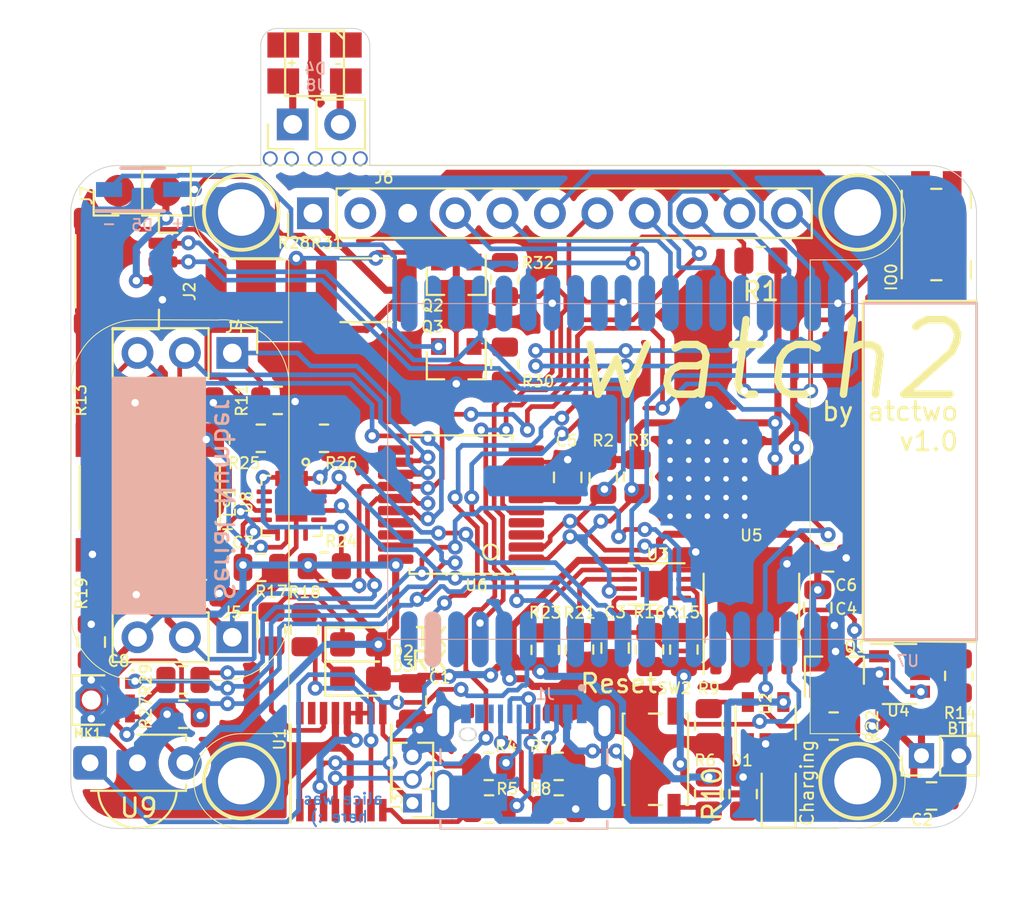
<source format=kicad_pcb>
(kicad_pcb (version 20171130) (host pcbnew 5.1.9)
  (layers (0 Top signal) (1 Route2 signal hide) (2 Route3 signal hide) (3 Route4 signal hide) (4 Route5 signal hide) (5 Route6 signal hide) (6 Route7 signal hide) (7 Route8 signal hide) (8 Route9 signal hide) (9 Route10 signal hide) (10 Route11 signal hide) (11 Route12 signal hide) (12 Route13 signal hide) (13 Route14 signal hide) (14 Route15 signal hide) (31 Bottom signal) (34 B.Paste user) (35 F.Paste user) (36 B.SilkS user) (37 F.SilkS user) (38 B.Mask user) (39 F.Mask user) (44 Edge.Cuts user))
  (net 0 "")
  (net 1 GND)
  (net 2 +3V3)
  (net 3 +5V)
  (net 4 "Net-(C3-Pad1)")
  (net 5 "Net-(D1-Pad2)")
  (net 6 "Net-(D1-Pad1)")
  (net 7 "Net-(D2-Pad1)")
  (net 8 "Net-(D3-Pad1)")
  (net 9 "Net-(D5-Pad1)")
  (net 10 "Net-(D5-Pad2)")
  (net 11 I2C_SCL)
  (net 12 I2C_SDA)
  (net 13 ESP_RX)
  (net 14 ESP_TX)
  (net 15 DPAD_RIGHT)
  (net 16 DPAD_UP)
  (net 17 DPAD_LEFT)
  (net 18 DPAD_DOWN)
  (net 19 DPAD_ENTER)
  (net 20 "Net-(J6-Pad2)")
  (net 21 TFT_CLOCK)
  (net 22 TFT_MISO)
  (net 23 TFT_MOSI)
  (net 24 TFT_CS)
  (net 25 TFT_RESET)
  (net 26 TFT_DC)
  (net 27 SD_CS)
  (net 28 TFT_BL)
  (net 29 "Net-(J7-Pad1)")
  (net 30 "Net-(LS1-Pad1)")
  (net 31 "Net-(LS1-Pad2)")
  (net 32 "Net-(MK1-Pad2)")
  (net 33 I2S_LRC)
  (net 34 "Net-(MK1-Pad6)")
  (net 35 I2S_BLK)
  (net 36 "Net-(Q1-Pad1)")
  (net 37 "Net-(Q1-Pad2)")
  (net 38 LED_TORCH)
  (net 39 "Net-(Q3-Pad1)")
  (net 40 ESP_IO0)
  (net 41 USB_D-)
  (net 42 "Net-(R4-Pad1)")
  (net 43 "Net-(R5-Pad1)")
  (net 44 USB_D+)
  (net 45 ESP_EN)
  (net 46 "Net-(J1-PadA5)")
  (net 47 "Net-(J1-PadB5)")
  (net 48 "Net-(R9-Pad1)")
  (net 49 "Net-(R14-Pad2)")
  (net 50 "Net-(R15-Pad1)")
  (net 51 "Net-(R17-Pad2)")
  (net 52 "Net-(R18-Pad2)")
  (net 53 "Net-(R21-Pad1)")
  (net 54 "Net-(R23-Pad2)")
  (net 55 "Net-(R24-Pad2)")
  (net 56 "Net-(R25-Pad2)")
  (net 57 I2S_DIN)
  (net 58 LED_IR)
  (net 59 "Net-(U1-Pad2)")
  (net 60 "Net-(U1-Pad6)")
  (net 61 "Net-(U1-Pad15)")
  (net 62 "Net-(U1-Pad16)")
  (net 63 "Net-(U4-Pad4)")
  (net 64 "Net-(U4-Pad5)")
  (net 65 "Net-(U6-Pad7)")
  (net 66 "Net-(U6-Pad8)")
  (net 67 "Net-(U6-Pad17)")
  (net 68 "Net-(U7-Pad32)")
  (net 69 "Net-(U7-Pad28)")
  (net 70 "Net-(U7-Pad27)")
  (net 71 "Net-(U7-Pad24)")
  (net 72 "Net-(U7-Pad22)")
  (net 73 "Net-(U7-Pad21)")
  (net 74 "Net-(U7-Pad20)")
  (net 75 "Net-(U7-Pad19)")
  (net 76 "Net-(U7-Pad18)")
  (net 77 "Net-(U7-Pad17)")
  (net 78 IR_RECV)
  (net 79 I2S_DOUT)
  (net 80 "Net-(U7-Pad6)")
  (net 81 "Net-(U7-Pad5)")
  (net 82 "Net-(U6-Pad19)")
  (net 83 "Net-(U6-Pad18)")
  (net 84 "Net-(U6-Pad11)")
  (net 85 "Net-(U6-Pad10)")
  (net 86 "Net-(U6-Pad4)")
  (net 87 "Net-(U6-Pad3)")
  (net 88 "Net-(Q2-Pad1)")
  (module Button_Switch_SMD:Panasonic_EVQPUJ_EVQPUA (layer Top) (at 174.371 88.9 270)
    (fp_text reference IO0 (at 2.286 2.413 90) (layer F.SilkS) (effects (font (size 0.6 0.6) (thickness 0.1))))
    (fp_text value Panasonic_EVQPUJ_EVQPUA)
    (pad 1 smd rect (at 2.625 -0.85 90) (size 1.55 1) (layers Top F.Paste F.Mask) (net 40 ESP_IO0))
    (pad 1 smd rect (at -2.625 -0.85 90) (size 1.55 1) (layers Top F.Paste F.Mask) (net 40 ESP_IO0))
    (pad 2 smd rect (at -2.625 0.85 90) (size 1.55 1) (layers Top F.Paste F.Mask) (net 1 GND))
    (pad 2 smd rect (at 2.625 0.85 90) (size 1.55 1) (layers Top F.Paste F.Mask) (net 1 GND))
  )
  (module "Alice's Library:ESP32-WROVER" (layer Bottom) (at 169.926 101.6 90)
    (fp_text reference U7 (at -10.16 2.921 180) (layer B.SilkS) (effects (font (size 0.6 0.6) (thickness 0.1)) (justify mirror)))
    (fp_text value ESP32-WROVER hide)
    (pad 39 thru_hole circle (at 1.6 -5.82 90) (size 0.8 0.8) (drill 0.3) (layers *.Cu *.Mask) (net 1 GND))
    (pad 39 thru_hole circle (at 1.6 -6.82 90) (size 0.8 0.8) (drill 0.3) (layers *.Cu *.Mask) (net 1 GND))
    (pad 39 thru_hole circle (at 1.6 -7.82 90) (size 0.8 0.8) (drill 0.3) (layers *.Cu *.Mask) (net 1 GND))
    (pad 39 thru_hole circle (at 1.6 -8.82 90) (size 0.8 0.8) (drill 0.3) (layers *.Cu *.Mask) (net 1 GND))
    (pad 39 thru_hole circle (at 1.6 -9.82 90) (size 0.8 0.8) (drill 0.3) (layers *.Cu *.Mask) (net 1 GND))
    (pad 39 thru_hole circle (at -0.4 -5.82 90) (size 0.8 0.8) (drill 0.3) (layers *.Cu *.Mask) (net 1 GND))
    (pad 39 thru_hole circle (at -0.4 -6.82 90) (size 0.8 0.8) (drill 0.3) (layers *.Cu *.Mask) (net 1 GND))
    (pad 39 thru_hole circle (at -0.4 -7.82 90) (size 0.8 0.8) (drill 0.3) (layers *.Cu *.Mask) (net 1 GND))
    (pad 39 thru_hole circle (at -0.4 -8.82 90) (size 0.8 0.8) (drill 0.3) (layers *.Cu *.Mask) (net 1 GND))
    (pad 39 thru_hole circle (at -0.4 -9.82 90) (size 0.8 0.8) (drill 0.3) (layers *.Cu *.Mask) (net 1 GND))
    (pad 39 thru_hole circle (at 0.6 -9.82 90) (size 0.8 0.8) (drill 0.3) (layers *.Cu *.Mask) (net 1 GND))
    (pad 39 thru_hole circle (at 0.6 -8.82 90) (size 0.8 0.8) (drill 0.3) (layers *.Cu *.Mask) (net 1 GND))
    (pad 39 thru_hole circle (at 0.6 -7.82 90) (size 0.8 0.8) (drill 0.3) (layers *.Cu *.Mask) (net 1 GND))
    (pad 39 thru_hole circle (at 0.6 -6.82 90) (size 0.8 0.8) (drill 0.3) (layers *.Cu *.Mask) (net 1 GND))
    (pad 39 thru_hole circle (at 0.6 -5.82 90) (size 0.8 0.8) (drill 0.3) (layers *.Cu *.Mask) (net 1 GND))
    (pad 39 thru_hole circle (at -1.4 -5.82 90) (size 0.8 0.8) (drill 0.3) (layers *.Cu *.Mask) (net 1 GND))
    (pad 39 thru_hole circle (at -1.4 -6.82 90) (size 0.8 0.8) (drill 0.3) (layers *.Cu *.Mask) (net 1 GND))
    (pad 39 thru_hole circle (at -1.4 -7.82 90) (size 0.8 0.8) (drill 0.3) (layers *.Cu *.Mask) (net 1 GND))
    (pad 39 thru_hole circle (at -1.4 -8.82 90) (size 0.8 0.8) (drill 0.3) (layers *.Cu *.Mask) (net 1 GND))
    (pad 39 thru_hole circle (at -1.4 -9.82 90) (size 0.8 0.8) (drill 0.3) (layers *.Cu *.Mask) (net 1 GND))
    (pad 39 thru_hole circle (at -2.4 -9.82 90) (size 0.8 0.8) (drill 0.3) (layers *.Cu *.Mask) (net 1 GND))
    (pad 39 thru_hole circle (at -2.4 -8.82 90) (size 0.8 0.8) (drill 0.3) (layers *.Cu *.Mask) (net 1 GND))
    (pad 39 thru_hole circle (at -2.4 -7.82 90) (size 0.8 0.8) (drill 0.3) (layers *.Cu *.Mask) (net 1 GND))
    (pad 39 thru_hole circle (at -2.4 -6.82 90) (size 0.8 0.8) (drill 0.3) (layers *.Cu *.Mask) (net 1 GND))
    (pad 38 smd oval (at 9.03 -0.91 90) (size 3 0.9) (layers Bottom B.Paste B.Mask) (net 1 GND))
    (pad 37 smd oval (at 9.03 -2.18 90) (size 3 0.9) (layers Bottom B.Paste B.Mask) (net 23 TFT_MOSI))
    (pad 36 smd oval (at 9.03 -3.45 90) (size 3 0.9) (layers Bottom B.Paste B.Mask) (net 26 TFT_DC))
    (pad 35 smd oval (at 9.03 -4.72 90) (size 3 0.9) (layers Bottom B.Paste B.Mask) (net 14 ESP_TX))
    (pad 34 smd oval (at 9.03 -5.99 90) (size 3 0.9) (layers Bottom B.Paste B.Mask) (net 13 ESP_RX))
    (pad 33 smd oval (at 9.03 -7.26 90) (size 3 0.9) (layers Bottom B.Paste B.Mask) (net 25 TFT_RESET))
    (pad 32 smd oval (at 9.03 -8.53 90) (size 3 0.9) (layers Bottom B.Paste B.Mask) (net 68 "Net-(U7-Pad32)"))
    (pad 31 smd oval (at 9.03 -9.8 90) (size 3 0.9) (layers Bottom B.Paste B.Mask) (net 22 TFT_MISO))
    (pad 30 smd oval (at 9.03 -11.07 90) (size 3 0.9) (layers Bottom B.Paste B.Mask) (net 21 TFT_CLOCK))
    (pad 29 smd oval (at 9.03 -12.34 90) (size 3 0.9) (layers Bottom B.Paste B.Mask) (net 24 TFT_CS))
    (pad 28 smd oval (at 9.03 -13.61 90) (size 3 0.9) (layers Bottom B.Paste B.Mask) (net 69 "Net-(U7-Pad28)"))
    (pad 27 smd oval (at 9.03 -14.88 90) (size 3 0.9) (layers Bottom B.Paste B.Mask) (net 70 "Net-(U7-Pad27)"))
    (pad 26 smd oval (at 9.03 -16.15 90) (size 3 0.9) (layers Bottom B.Paste B.Mask) (net 58 LED_IR))
    (pad 25 smd oval (at 9.03 -17.42 90) (size 3 0.9) (layers Bottom B.Paste B.Mask) (net 40 ESP_IO0))
    (pad 24 smd oval (at 9 -18.72 90) (size 3 0.9) (layers Bottom B.Paste B.Mask) (net 71 "Net-(U7-Pad24)"))
    (pad 23 smd oval (at 9 -19.99 90) (size 3 0.9) (layers Bottom B.Paste B.Mask) (net 11 I2C_SCL))
    (pad 22 smd oval (at 9 -21.26 90) (size 3 0.9) (layers Bottom B.Paste B.Mask) (net 72 "Net-(U7-Pad22)"))
    (pad 21 smd oval (at 9 -22.53 90) (size 3 0.9) (layers Bottom B.Paste B.Mask) (net 73 "Net-(U7-Pad21)"))
    (pad 20 smd oval (at 9 -23.8 90) (size 3 0.9) (layers Bottom B.Paste B.Mask) (net 74 "Net-(U7-Pad20)"))
    (pad 19 smd oval (at -9 -23.8 90) (size 3 0.9) (layers Bottom B.Paste B.Mask) (net 75 "Net-(U7-Pad19)"))
    (pad 18 smd oval (at -9 -22.53 90) (size 3 0.9) (layers B.SilkS) (net 76 "Net-(U7-Pad18)"))
    (pad 17 smd oval (at -9 -21.26 90) (size 3 0.9) (layers Bottom B.Paste B.Mask) (net 77 "Net-(U7-Pad17)"))
    (pad 16 smd oval (at -9 -19.99 90) (size 3 0.9) (layers Bottom B.Paste B.Mask) (net 27 SD_CS))
    (pad 15 smd oval (at -9 -18.72 90) (size 3 0.9) (layers Bottom B.Paste B.Mask) (net 1 GND))
    (pad 14 smd oval (at -9 -17.42 90) (size 3 0.9) (layers Bottom B.Paste B.Mask) (net 78 IR_RECV))
    (pad 13 smd oval (at -9 -16.15 90) (size 3 0.9) (layers Bottom B.Paste B.Mask) (net 38 LED_TORCH))
    (pad 12 smd oval (at -9 -14.88 90) (size 3 0.9) (layers Bottom B.Paste B.Mask) (net 35 I2S_BLK))
    (pad 11 smd oval (at -9 -13.61 90) (size 3 0.9) (layers Bottom B.Paste B.Mask) (net 33 I2S_LRC))
    (pad 10 smd oval (at -9 -12.34 90) (size 3 0.9) (layers Bottom B.Paste B.Mask) (net 79 I2S_DOUT))
    (pad 9 smd oval (at -9 -11.07 90) (size 3 0.9) (layers Bottom B.Paste B.Mask) (net 28 TFT_BL))
    (pad 8 smd oval (at -9 -9.8 90) (size 3 0.9) (layers Bottom B.Paste B.Mask) (net 12 I2C_SDA))
    (pad 7 smd oval (at -9 -8.53 90) (size 3 0.9) (layers Bottom B.Paste B.Mask) (net 57 I2S_DIN))
    (pad 6 smd oval (at -9 -7.26 90) (size 3 0.9) (layers Bottom B.Paste B.Mask) (net 80 "Net-(U7-Pad6)"))
    (pad 5 smd oval (at -9 -5.99 90) (size 3 0.9) (layers Bottom B.Paste B.Mask) (net 81 "Net-(U7-Pad5)"))
    (pad 4 smd oval (at -9 -4.72 90) (size 3 0.9) (layers Bottom B.Paste B.Mask) (net 19 DPAD_ENTER))
    (pad 3 smd oval (at -9 -3.45 90) (size 3 0.9) (layers Bottom B.Paste B.Mask) (net 45 ESP_EN))
    (pad 2 smd oval (at -9 -2.18 90) (size 3 0.9) (layers Bottom B.Paste B.Mask) (net 2 +3V3))
    (pad 1 smd oval (at -9 -0.91 90) (size 3 0.9) (layers Bottom B.Paste B.Mask) (net 1 GND))
    (pad 39 smd rect (at -0.4 -7.83 90) (size 5 5) (layers Bottom B.Paste B.Mask) (net 1 GND))
    (pad 39 thru_hole circle (at -2.4 -5.82 90) (size 0.8 0.8) (drill 0.3) (layers *.Cu *.Mask) (net 1 GND))
  )
  (module "Alice's Library:JAE_DX07S016JA1R1500" (layer Bottom) (at 152.273 115.697 180)
    (fp_text reference J1 (at -1.143 2.159) (layer B.SilkS) (effects (font (size 0.6 0.6) (thickness 0.1)) (justify mirror)))
    (fp_text value USB_C_Receptacle_USB2.0)
    (fp_line (start 2.875 0.315) (end 3.125 0.315) (layer Edge.Cuts) (width 0.1))
    (fp_line (start 3.125 -0.315) (end 2.875 -0.315) (layer Edge.Cuts) (width 0.1))
    (fp_arc (start 3.125 0) (end 3.44 0) (angle 90) (layer Edge.Cuts) (width 0.1))
    (fp_arc (start 3.125 0) (end 3.125 -0.315) (angle 90) (layer Edge.Cuts) (width 0.1))
    (fp_arc (start 2.875 0) (end 2.56 0) (angle 90) (layer Edge.Cuts) (width 0.1))
    (fp_arc (start 2.875 0) (end 2.875 0.315) (angle 90) (layer Edge.Cuts) (width 0.1))
    (pad 1 smd rect (at -3.1 1.1 180) (size 0.52 1) (layers Bottom B.Paste B.Mask) (net 1 GND))
    (pad 12 smd rect (at 3.1 1.1 180) (size 0.52 1) (layers Bottom B.Paste B.Mask) (net 1 GND))
    (pad 2 smd rect (at -2.35 1.1 180) (size 0.52 1) (layers Bottom B.Paste B.Mask) (net 3 +5V))
    (pad 11 smd rect (at 2.35 1.1 180) (size 0.52 1) (layers Bottom B.Paste B.Mask) (net 3 +5V))
    (pad "3 (CC1)" smd rect (at -1.75 1.1 180) (size 0.27 1) (layers Bottom B.Paste B.Mask) (net 46 "Net-(J1-PadA5)"))
    (pad 10 smd rect (at 1.75 1.1 180) (size 0.27 1) (layers Bottom B.Paste B.Mask))
    (pad 4 smd rect (at -1.25 1.1 180) (size 0.27 1) (layers Bottom B.Paste B.Mask))
    (pad 5 smd rect (at -0.75 1.1 180) (size 0.27 1) (layers Bottom B.Paste B.Mask) (net 41 USB_D-))
    (pad 6 smd rect (at -0.25 1.1 180) (size 0.27 1) (layers Bottom B.Paste B.Mask) (net 44 USB_D+))
    (pad 7 smd rect (at 0.25 1.1 180) (size 0.27 1) (layers Bottom B.Paste B.Mask) (net 41 USB_D-))
    (pad 8 smd rect (at 0.75 1.1 180) (size 0.27 1) (layers Bottom B.Paste B.Mask) (net 44 USB_D+))
    (pad "9 (CC2)" smd rect (at 1.25 1.1 180) (size 0.27 1) (layers Bottom B.Paste B.Mask) (net 47 "Net-(J1-PadB5)"))
    (pad None np_thru_hole circle (at 3 0 180) (size 0.6 0.6) (drill 0.6) (layers *.Cu *.Mask))
    (pad None np_thru_hole circle (at 3 0 180) (size 0.63 0.63) (drill 0.63) (layers *.Cu *.Mask))
    (pad S1 smd rect (at -1.4 -3.1 180) (size 1 2) (layers Bottom B.Paste B.Mask) (net 1 GND))
    (pad S2 smd rect (at 1.4 -3.1 180) (size 1 2) (layers Bottom B.Paste B.Mask) (net 1 GND))
    (pad None np_thru_hole circle (at -3 0 180) (size 0.63 0.63) (drill 0.63) (layers *.Cu *.Mask))
    (pad S3 thru_hole oval (at -4.32 0.725 180) (size 1.158 2.316) (drill oval 0.65 1.65) (layers *.Cu *.Mask) (net 1 GND))
    (pad S4 thru_hole oval (at 4.32 0.725 180) (size 1.158 2.316) (drill oval 0.65 1.65) (layers *.Cu *.Mask) (net 1 GND))
    (pad S5 thru_hole oval (at -4.32 -3.1 180) (size 1.2 2.4) (drill oval 0.65 1.95) (layers *.Cu *.Mask) (net 1 GND))
    (pad S6 thru_hole oval (at 4.32 -3.1 180) (size 1.2 2.4) (drill oval 0.65 1.95) (layers *.Cu *.Mask) (net 1 GND))
  )
  (module Resistor_SMD:R_1812_4532Metric (layer Top) (at 137.922 91.8845)
    (fp_text reference R28 (at 2.032 -2.54) (layer F.SilkS) (effects (font (size 0.6 0.6) (thickness 0.1))))
    (fp_text value 100R)
    (pad 2 smd roundrect (at 2.1375 0) (size 1.125 3.4) (layers Top F.Paste F.Mask) (roundrect_rratio 0.222) (net 29 "Net-(J7-Pad1)"))
    (pad 1 smd roundrect (at -2.1375 0) (size 1.125 3.4) (layers Top F.Paste F.Mask) (roundrect_rratio 0.222) (net 29 "Net-(J7-Pad1)"))
  )
  (module Resistor_SMD:R_0805_2012Metric (layer Top) (at 151.257 91.313 270)
    (fp_text reference R32 (at -0.889 -1.778 180) (layer F.SilkS) (effects (font (size 0.6 0.6) (thickness 0.1))))
    (fp_text value 1k)
    (pad 2 smd roundrect (at 0.9125 0 270) (size 1.025 1.4) (layers Top F.Paste F.Mask) (roundrect_rratio 0.243902) (net 38 LED_TORCH))
    (pad 1 smd roundrect (at -0.9125 0 270) (size 1.025 1.4) (layers Top F.Paste F.Mask) (roundrect_rratio 0.243902) (net 88 "Net-(Q2-Pad1)"))
  )
  (module Connector_PinHeader_2.54mm:PinHeader_1x03_P2.54mm_Vertical (layer Top) (at 136.652 95.25 270)
    (fp_text reference J4 (at -1.397 -0.127 180) (layer F.SilkS) (effects (font (size 0.6 0.6) (thickness 0.1))))
    (fp_text value Conn_01x03_Male)
    (pad 1 thru_hole rect (at 0 0 270) (size 1.7 1.7) (drill 1) (layers *.Cu *.Mask) (net 15 DPAD_RIGHT))
    (pad 2 thru_hole oval (at 0 2.54 270) (size 1.7 1.7) (drill 1) (layers *.Cu *.Mask) (net 16 DPAD_UP))
    (pad 3 thru_hole oval (at 0 5.08 270) (size 1.7 1.7) (drill 1) (layers *.Cu *.Mask) (net 17 DPAD_LEFT))
  )
  (module Connector_JST:JST_SH_SM04B-SRSS-TB_1x04-1MP_P1.00mm_Horizontal (layer Top) (at 130.937 90.8685 270)
    (fp_text reference J2 (at 1.0795 -3.429 90) (layer F.SilkS) (effects (font (size 0.6 0.6) (thickness 0.1))))
    (fp_text value "STEMMA QT")
    (pad 1 smd roundrect (at -1.5 -2 270) (size 0.6 1.55) (layers Top F.Paste F.Mask) (net 11 I2C_SCL))
    (pad 2 smd roundrect (at -0.5 -2 270) (size 0.6 1.55) (layers Top F.Paste F.Mask) (net 12 I2C_SDA))
    (pad 3 smd roundrect (at 0.5 -2 270) (size 0.6 1.55) (layers Top F.Paste F.Mask) (net 2 +3V3))
    (pad 4 smd roundrect (at 1.5 -2 270) (size 0.6 1.55) (layers Top F.Paste F.Mask) (net 1 GND))
    (pad MP smd roundrect (at -2.8 1.875 270) (size 1.2 1.8) (layers Top F.Paste F.Mask) (roundrect_rratio 0.208333) (net 1 GND))
    (pad MP smd roundrect (at 2.8 1.875 270) (size 1.2 1.8) (layers Top F.Paste F.Mask) (roundrect_rratio 0.208333) (net 1 GND))
  )
  (module Package_SO:SSOP-20_5.3x7.2mm_P0.65mm (layer Top) (at 148.9075 103.378 180)
    (fp_text reference U6 (at -0.8255 -4.318) (layer F.SilkS) (effects (font (size 0.6 0.6) (thickness 0.1))))
    (fp_text value MCP23008-xSS)
    (pad 20 smd roundrect (at 3.5 -2.925 180) (size 1.9 0.5) (layers Top F.Paste F.Mask) (net 2 +3V3))
    (pad 19 smd roundrect (at 3.5 -2.275 180) (size 1.9 0.5) (layers Top F.Paste F.Mask) (net 82 "Net-(U6-Pad19)"))
    (pad 18 smd roundrect (at 3.5 -1.625 180) (size 1.9 0.5) (layers Top F.Paste F.Mask) (net 83 "Net-(U6-Pad18)"))
    (pad 17 smd roundrect (at 3.5 -0.975 180) (size 1.9 0.5) (layers Top F.Paste F.Mask) (net 67 "Net-(U6-Pad17)"))
    (pad 16 smd roundrect (at 3.5 -0.325 180) (size 1.9 0.5) (layers Top F.Paste F.Mask) (net 17 DPAD_LEFT))
    (pad 15 smd roundrect (at 3.5 0.325 180) (size 1.9 0.5) (layers Top F.Paste F.Mask) (net 18 DPAD_DOWN))
    (pad 14 smd roundrect (at 3.5 0.975 180) (size 1.9 0.5) (layers Top F.Paste F.Mask) (net 19 DPAD_ENTER))
    (pad 13 smd roundrect (at 3.5 1.625 180) (size 1.9 0.5) (layers Top F.Paste F.Mask) (net 16 DPAD_UP))
    (pad 12 smd roundrect (at 3.5 2.275 180) (size 1.9 0.5) (layers Top F.Paste F.Mask) (net 15 DPAD_RIGHT))
    (pad 11 smd roundrect (at 3.5 2.925 180) (size 1.9 0.5) (layers Top F.Paste F.Mask) (net 84 "Net-(U6-Pad11)"))
    (pad 10 smd roundrect (at -3.5 2.925 180) (size 1.9 0.5) (layers Top F.Paste F.Mask) (net 85 "Net-(U6-Pad10)"))
    (pad 9 smd roundrect (at -3.5 2.275 180) (size 1.9 0.5) (layers Top F.Paste F.Mask) (net 1 GND))
    (pad 8 smd roundrect (at -3.5 1.625 180) (size 1.9 0.5) (layers Top F.Paste F.Mask) (net 66 "Net-(U6-Pad8)"))
    (pad 7 smd roundrect (at -3.5 0.975 180) (size 1.9 0.5) (layers Top F.Paste F.Mask) (net 65 "Net-(U6-Pad7)"))
    (pad 6 smd roundrect (at -3.5 0.325 180) (size 1.9 0.5) (layers Top F.Paste F.Mask) (net 2 +3V3))
    (pad 5 smd roundrect (at -3.5 -0.325 180) (size 1.9 0.5) (layers Top F.Paste F.Mask) (net 1 GND))
    (pad 4 smd roundrect (at -3.5 -0.975 180) (size 1.9 0.5) (layers Top F.Paste F.Mask) (net 86 "Net-(U6-Pad4)"))
    (pad 3 smd roundrect (at -3.5 -1.625 180) (size 1.9 0.5) (layers Top F.Paste F.Mask) (net 87 "Net-(U6-Pad3)"))
    (pad 2 smd roundrect (at -3.5 -2.275 180) (size 1.9 0.5) (layers Top F.Paste F.Mask) (net 12 I2C_SDA))
    (pad 1 smd roundrect (at -3.5 -2.925 180) (size 1.9 0.5) (layers Top F.Paste F.Mask) (net 11 I2C_SCL))
  )
  (module MOUNTINGHOLE_2.5_PLATED (layer Top) (at 137.1346 118.1989 90)
    (fp_text reference U$7 hide)
    (fp_text value MOUNTINGHOLE2.5 hide)
    (pad P$1 thru_hole circle (at 0 0 90) (size 3.2 3.2) (drill 2.5) (layers *.Cu *.Mask) (net 1 GND))
  )
  (module MOUNTINGHOLE_2.5_PLATED (layer Top) (at 170.1546 118.1989 90)
    (fp_text reference U$8 hide)
    (fp_text value MOUNTINGHOLE2.5 hide)
    (pad P$1 thru_hole circle (at 0 0 90) (size 3.2 3.2) (drill 2.5) (layers *.Cu *.Mask) (net 1 GND))
  )
  (module MOUNTINGHOLE_2.5_PLATED (layer Top) (at 137.1346 87.7189 90)
    (fp_text reference U$9 hide)
    (fp_text value MOUNTINGHOLE2.5 hide)
    (pad P$1 thru_hole circle (at 0 0 90) (size 3.2 3.2) (drill 2.5) (layers *.Cu *.Mask) (net 1 GND))
  )
  (module MOUNTINGHOLE_2.5_PLATED (layer Top) (at 170.1546 87.7189 90)
    (fp_text reference U$10 hide)
    (fp_text value MOUNTINGHOLE2.5 hide)
    (pad P$1 thru_hole circle (at 0 0 90) (size 3.2 3.2) (drill 2.5) (layers *.Cu *.Mask) (net 1 GND))
  )
  (module Connector_PinHeader_2.00mm:PinHeader_1x02_P2.00mm_Vertical (layer Top) (at 173.5775 116.84 90)
    (fp_text reference BT1 (at 1.4605 2.1905 180) (layer F.SilkS) (effects (font (size 0.6 0.6) (thickness 0.1))))
    (fp_text value Battery_Cell)
    (pad 1 thru_hole rect (at 0 0 90) (size 1.35 1.35) (drill 0.8) (layers *.Cu *.Mask) (net 3 +5V))
    (pad 2 thru_hole oval (at 0 2 90) (size 1.35 1.35) (drill 0.8) (layers *.Cu *.Mask) (net 1 GND))
  )
  (module Capacitor_SMD:C_0805_2012Metric (layer Top) (at 146.304 113.9165 270)
    (fp_text reference C1 (at -1.2675 -1.4605 180) (layer F.SilkS) (effects (font (size 0.6 0.6) (thickness 0.1))))
    (fp_text value 0.1uF)
    (pad 1 smd roundrect (at -0.95 0 270) (size 1 1.45) (layers Top F.Paste F.Mask) (net 2 +3V3))
    (pad 2 smd roundrect (at 0.95 0 270) (size 1 1.45) (layers Top F.Paste F.Mask) (net 1 GND))
  )
  (module Capacitor_SMD:C_0805_2012Metric (layer Top) (at 174.117 118.999)
    (fp_text reference C2 (at -0.508 1.27) (layer F.SilkS) (effects (font (size 0.6 0.6) (thickness 0.1))))
    (fp_text value 10uF)
    (pad 2 smd roundrect (at 0.95 0) (size 1 1.45) (layers Top F.Paste F.Mask) (net 1 GND))
    (pad 1 smd roundrect (at -0.95 0) (size 1 1.45) (layers Top F.Paste F.Mask) (net 3 +5V))
  )
  (module Capacitor_SMD:C_0805_2012Metric (layer Top) (at 157.1625 111.064 270)
    (fp_text reference C3 (at -1.9075 0 180) (layer F.SilkS) (effects (font (size 0.6 0.6) (thickness 0.1))))
    (fp_text value 10nF)
    (pad 2 smd roundrect (at 0.95 0 270) (size 1 1.45) (layers Top F.Paste F.Mask) (net 1 GND))
    (pad 1 smd roundrect (at -0.95 0 270) (size 1 1.45) (layers Top F.Paste F.Mask) (net 4 "Net-(C3-Pad1)"))
  )
  (module Capacitor_SMD:C_0805_2012Metric (layer Top) (at 168.021 108.9 270)
    (fp_text reference C4 (at 0.066 -1.524 180) (layer F.SilkS) (effects (font (size 0.6 0.6) (thickness 0.1))))
    (fp_text value 10uF)
    (pad 1 smd roundrect (at -0.95 0 270) (size 1 1.45) (layers Top F.Paste F.Mask) (net 2 +3V3))
    (pad 2 smd roundrect (at 0.95 0 270) (size 1 1.45) (layers Top F.Paste F.Mask) (net 1 GND))
  )
  (module Capacitor_SMD:C_0805_2012Metric (layer Top) (at 154.6225 101.9175 90)
    (fp_text reference C5 (at 1.9685 -0.0635) (layer F.SilkS) (effects (font (size 0.6 0.6) (thickness 0.1))))
    (fp_text value 0.1uF)
    (pad 1 smd roundrect (at -0.95 0 90) (size 1 1.45) (layers Top F.Paste F.Mask) (net 2 +3V3))
    (pad 2 smd roundrect (at 0.95 0 90) (size 1 1.45) (layers Top F.Paste F.Mask) (net 1 GND))
  )
  (module Capacitor_SMD:C_0805_2012Metric (layer Top) (at 168.595 106.2355)
    (fp_text reference C6 (at 0.95 1.4605) (layer F.SilkS) (effects (font (size 0.6 0.6) (thickness 0.1))))
    (fp_text value 0.1uF)
    (pad 2 smd roundrect (at 0.95 0) (size 1 1.45) (layers Top F.Paste F.Mask) (net 1 GND))
    (pad 1 smd roundrect (at -0.95 0) (size 1 1.45) (layers Top F.Paste F.Mask) (net 2 +3V3))
  )
  (module Capacitor_SMD:C_0805_2012Metric (layer Top) (at 138.1735 106.7435)
    (fp_text reference C7 (at -0.95 -1.3335) (layer F.SilkS) (effects (font (size 0.6 0.6) (thickness 0.1))))
    (fp_text value 0.1uF)
    (pad 2 smd roundrect (at 0.95 0) (size 1 1.45) (layers Top F.Paste F.Mask) (net 1 GND))
    (pad 1 smd roundrect (at -0.95 0) (size 1 1.45) (layers Top F.Paste F.Mask) (net 2 +3V3))
  )
  (module Capacitor_SMD:C_0805_2012Metric (layer Top) (at 129.0955 110.7465 90)
    (fp_text reference C8 (at -1.0135 1.4605) (layer F.SilkS) (effects (font (size 0.6 0.6) (thickness 0.1))))
    (fp_text value 0.1uF)
    (pad 1 smd roundrect (at -0.95 0 90) (size 1 1.45) (layers Top F.Paste F.Mask) (net 2 +3V3))
    (pad 2 smd roundrect (at 0.95 0 90) (size 1 1.45) (layers Top F.Paste F.Mask) (net 1 GND))
  )
  (module LED_SMD:LED_0805_2012Metric_Castellated (layer Top) (at 165.9255 118.7985 90)
    (fp_text reference D1 (at 1.7045 -1.9685 180) (layer F.SilkS) (effects (font (size 0.6 0.6) (thickness 0.1))))
    (fp_text value LED)
    (pad 2 smd roundrect (at 0.9625 0 90) (size 1 1.3) (layers Top F.Paste F.Mask) (roundrect_rratio 0.192) (net 5 "Net-(D1-Pad2)"))
    (pad 1 smd roundrect (at -0.9625 0 90) (size 1 1.3) (layers Top F.Paste F.Mask) (roundrect_rratio 0.192) (net 6 "Net-(D1-Pad1)"))
  )
  (module LED_SMD:LED_0805_2012Metric_Castellated (layer Top) (at 143.52 110.871)
    (fp_text reference D2 (at 2.276 0.381 180) (layer F.SilkS) (effects (font (size 0.6 0.6) (thickness 0.1))))
    (fp_text value TX)
    (pad 1 smd roundrect (at -0.9625 0) (size 1.325 1.3) (layers Top F.Paste F.Mask) (roundrect_rratio 0.192308) (net 7 "Net-(D2-Pad1)"))
    (pad 2 smd roundrect (at 0.9625 0) (size 1.325 1.3) (layers Top F.Paste F.Mask) (roundrect_rratio 0.192308) (net 2 +3V3))
  )
  (module LED_SMD:LED_0805_2012Metric_Castellated (layer Top) (at 143.52 112.7125)
    (fp_text reference D3 (at 2.276 -0.6985 180) (layer F.SilkS) (effects (font (size 0.6 0.6) (thickness 0.1))))
    (fp_text value RX)
    (pad 1 smd roundrect (at -0.9625 0) (size 1.325 1.3) (layers Top F.Paste F.Mask) (roundrect_rratio 0.192308) (net 8 "Net-(D3-Pad1)"))
    (pad 2 smd roundrect (at 0.9625 0) (size 1.325 1.3) (layers Top F.Paste F.Mask) (roundrect_rratio 0.192308) (net 2 +3V3))
  )
  (module "Alice's Library:MLCAWT-A1-0000-000XE1" (layer Top) (at 141.1097 79.7052)
    (fp_text reference D4 (at -0.0127 0.3048) (layer B.SilkS) (effects (font (size 0.6 0.6) (thickness 0.1)) (justify mirror)))
    (fp_text value LED_TORCH)
    (pad 5 smd rect (at -0.0381 -0.0127) (size 0.7 3.2) (layers Top F.Paste F.Mask) (net 1 GND))
    (pad 1 smd rect (at -1.7272 -0.9652) (size 1.7 1.35) (layers Top F.Paste F.Mask) (net 2 +3V3))
    (pad 2 smd rect (at -1.7272 0.9652) (size 1.7 1.35) (layers Top F.Paste F.Mask) (net 2 +3V3))
    (pad 4 smd rect (at 1.6256 0.9652) (size 1.7 1.35) (layers Top F.Paste F.Mask) (net 29 "Net-(J7-Pad1)"))
    (pad 3 smd rect (at 1.6256 -0.9652) (size 1.7 1.35) (layers Top F.Paste F.Mask) (net 29 "Net-(J7-Pad1)"))
  )
  (module "Alice's Library:SOD4223X290N" (layer Bottom) (at 131.848 86.487)
    (fp_text reference D5 (at -0.022 1.905) (layer B.SilkS) (effects (font (size 0.6 0.6) (thickness 0.1)) (justify mirror)))
    (fp_text value LED_IR hide)
    (pad 1 smd rect (at -1.8 0 270) (size 0.8 1.4) (layers Bottom B.Paste B.Mask) (net 9 "Net-(D5-Pad1)"))
    (pad 2 smd rect (at 1.8 0 270) (size 0.8 1.4) (layers Bottom B.Paste B.Mask) (net 10 "Net-(D5-Pad2)"))
  )
  (module Connector_PinHeader_1.27mm:PinHeader_1x03_P1.27mm_Vertical (layer Top) (at 146.304 119.38 180)
    (fp_text reference J3 (at 0.8255 0 270) (layer F.SilkS) (effects (font (size 0.6 0.6) (thickness 0.1))))
    (fp_text value "UART Connector")
    (pad 1 thru_hole rect (at 0 0 180) (size 1 1) (drill 0.65) (layers *.Cu *.Mask) (net 13 ESP_RX))
    (pad 2 thru_hole oval (at 0 1.27 180) (size 1 1) (drill 0.65) (layers *.Cu *.Mask) (net 14 ESP_TX))
    (pad 3 thru_hole oval (at 0 2.54 180) (size 1 1) (drill 0.65) (layers *.Cu *.Mask) (net 1 GND))
  )
  (module Connector_PinHeader_2.54mm:PinHeader_1x03_P2.54mm_Vertical (layer Top) (at 136.652 110.49 270)
    (fp_text reference J5 (at -1.33 0 180) (layer F.SilkS) (effects (font (size 0.6 0.6) (thickness 0.1))))
    (fp_text value Conn_01x03_Male)
    (pad 3 thru_hole oval (at 0 5.08 270) (size 1.7 1.7) (drill 1) (layers *.Cu *.Mask) (net 2 +3V3))
    (pad 2 thru_hole oval (at 0 2.54 270) (size 1.7 1.7) (drill 1) (layers *.Cu *.Mask) (net 18 DPAD_DOWN))
    (pad 1 thru_hole rect (at 0 0 270) (size 1.7 1.7) (drill 1) (layers *.Cu *.Mask) (net 19 DPAD_ENTER))
  )
  (module Connector_PinHeader_2.54mm:PinHeader_1x11_P2.54mm_Vertical (layer Top) (at 140.97 87.757 90)
    (fp_text reference J6 (at 1.905 3.81 180) (layer F.SilkS) (effects (font (size 0.6 0.6) (thickness 0.1))))
    (fp_text value "TFT Connector")
    (pad 1 thru_hole rect (at 0 0 90) (size 1.7 1.7) (drill 1) (layers *.Cu *.Mask) (net 2 +3V3))
    (pad 2 thru_hole oval (at 0 2.54 90) (size 1.7 1.7) (drill 1) (layers *.Cu *.Mask) (net 20 "Net-(J6-Pad2)"))
    (pad 3 thru_hole oval (at 0 5.08 90) (size 1.7 1.7) (drill 1) (layers *.Cu *.Mask) (net 1 GND))
    (pad 4 thru_hole oval (at 0 7.62 90) (size 1.7 1.7) (drill 1) (layers *.Cu *.Mask) (net 21 TFT_CLOCK))
    (pad 5 thru_hole oval (at 0 10.16 90) (size 1.7 1.7) (drill 1) (layers *.Cu *.Mask) (net 22 TFT_MISO))
    (pad 6 thru_hole oval (at 0 12.7 90) (size 1.7 1.7) (drill 1) (layers *.Cu *.Mask) (net 23 TFT_MOSI))
    (pad 7 thru_hole oval (at 0 15.24 90) (size 1.7 1.7) (drill 1) (layers *.Cu *.Mask) (net 24 TFT_CS))
    (pad 8 thru_hole oval (at 0 17.78 90) (size 1.7 1.7) (drill 1) (layers *.Cu *.Mask) (net 25 TFT_RESET))
    (pad 9 thru_hole oval (at 0 20.32 90) (size 1.7 1.7) (drill 1) (layers *.Cu *.Mask) (net 26 TFT_DC))
    (pad 10 thru_hole oval (at 0 22.86 90) (size 1.7 1.7) (drill 1) (layers *.Cu *.Mask) (net 27 SD_CS))
    (pad 11 thru_hole oval (at 0 25.4 90) (size 1.7 1.7) (drill 1) (layers *.Cu *.Mask) (net 28 TFT_BL))
  )
  (module Connector_PinHeader_2.54mm:PinHeader_1x02_P2.54mm_Vertical (layer Top) (at 130.556 86.5505 90)
    (fp_text reference J7 (at -0.254 -1.7145 90) (layer F.SilkS) (effects (font (size 0.6 0.6) (thickness 0.1))))
    (fp_text value "Torch Connector (main board)")
    (pad 1 smd circle (at 0 0 90) (size 1.7 1.7) (layers Top F.Paste F.Mask) (net 29 "Net-(J7-Pad1)"))
    (pad 2 smd circle (at 0 2.54 90) (size 1.7 1.7) (layers Top F.Paste F.Mask) (net 2 +3V3))
  )
  (module Connector_PinHeader_2.54mm:PinHeader_1x02_P2.54mm_Vertical (layer Top) (at 139.8905 82.9945 90)
    (fp_text reference J8 (at 2.0955 1.2065 180) (layer B.SilkS) (effects (font (size 0.6 0.6) (thickness 0.1)) (justify mirror)))
    (fp_text value "Torch Connector (daughter board)")
    (pad 2 thru_hole oval (at 0 2.54 90) (size 1.7 1.7) (drill 1) (layers *.Cu *.Mask) (net 29 "Net-(J7-Pad1)"))
    (pad 1 thru_hole rect (at 0 0 90) (size 1.7 1.7) (drill 1) (layers *.Cu *.Mask) (net 2 +3V3))
  )
  (module "Alice's Library:XDCR_CMT-7525-80-SMT-TR" (layer Top) (at 132.234 102.997 180)
    (fp_text reference LS1 (at -4.291 -0.254 90) (layer F.SilkS) (effects (font (size 0.6 0.6) (thickness 0.1))))
    (fp_text value Speaker)
    (fp_text user - (at -4.2275 3.1115 90) (layer F.SilkS) (effects (font (size 0.64 0.64) (thickness 0.1))))
    (fp_text user + (at -4.164 -1.651) (layer F.SilkS) (effects (font (size 0.64 0.64) (thickness 0.1))))
    (pad P smd rect (at -3.075 -3.075 180) (size 1.8 1.8) (layers Top F.Paste F.Mask) (net 31 "Net-(LS1-Pad2)"))
    (pad 1 smd rect (at 3.075 -3.075 180) (size 1.8 1.8) (layers Top F.Paste F.Mask) (net 1 GND))
    (pad 2 smd rect (at 3.075 3.075 180) (size 1.8 1.8) (layers Top F.Paste F.Mask) (net 1 GND))
    (pad N smd rect (at -3.075 3.075 180) (size 1.8 1.8) (layers Top F.Paste F.Mask) (net 30 "Net-(LS1-Pad1)"))
  )
  (module "Alice's Library:MIC_SPH0645LM4H-B" (layer Top) (at 129.0955 113.8555 270)
    (fp_text reference MK1 (at 1.778 0.1905 180) (layer F.SilkS) (effects (font (size 0.482429 0.482429) (thickness 0.1))))
    (fp_text value SPH0645LM4H-B)
    (fp_poly (pts (xy -0.01 -0.51) (xy -0.01 -0.81) (xy -0.056608 -0.808926) (xy -0.098102 -0.805661) (xy -0.139368 -0.800228) (xy -0.180293 -0.792643) (xy -0.220765 -0.782926) (xy -0.260673 -0.771105) (xy -0.299908 -0.757211) (xy -0.338362 -0.741283) (xy -0.37593 -0.723364) (xy -0.412508 -0.703504) (xy -0.447997 -0.681756) (xy -0.482299 -0.658181) (xy -0.51532 -0.632843) (xy -0.546969 -0.605812) (xy -0.577161 -0.577161) (xy -0.605812 -0.546969) (xy -0.632843 -0.51532) (xy -0.658181 -0.482299) (xy -0.681756 -0.447997) (xy -0.703504 -0.412508) (xy -0.723364 -0.37593) (xy -0.741283 -0.338362) (xy -0.757211 -0.299908) (xy -0.771105 -0.260673) (xy -0.782926 -0.220765) (xy -0.792643 -0.180293) (xy -0.800228 -0.139368) (xy -0.805661 -0.098102) (xy -0.808926 -0.056608) (xy -0.81 -0.02) (xy -0.808863 0.023439) (xy -0.805453 0.066759) (xy -0.799781 0.109841) (xy -0.791863 0.152567) (xy -0.781718 0.19482) (xy -0.769377 0.236484) (xy -0.754872 0.277445) (xy -0.738243 0.317591) (xy -0.719535 0.356812) (xy -0.698801 0.395) (xy -0.676097 0.43205) (xy -0.651484 0.467862) (xy -0.625031 0.502336) (xy -0.59681 0.535378) (xy -0.566899 0.566899) (xy -0.535378 0.59681) (xy -0.502336 0.625031) (xy -0.467862 0.651484) (xy -0.43205 0.676097) (xy -0.395 0.698801) (xy -0.356812 0.719535) (xy -0.317591 0.738243) (xy -0.277445 0.754872) (xy -0.236484 0.769377) (xy -0.19482 0.781718) (xy -0.152567 0.791863) (xy -0.109841 0.799781) (xy -0.066759 0.805453) (xy -0.023439 0.808863) (xy 0.02 0.81) (xy 0.03 0.81) (xy 0.070822 0.808931) (xy 0.111532 0.805727) (xy 0.152019 0.800397) (xy 0.192171 0.792955) (xy 0.231879 0.783422) (xy 0.271033 0.771824) (xy 0.309527 0.758193) (xy 0.347255 0.742565) (xy 0.384113 0.724985) (xy 0.42 0.7055) (xy 0.454818 0.684163) (xy 0.488472 0.661033) (xy 0.52087 0.636174) (xy 0.551922 0.609653) (xy 0.581543 0.581543) (xy 0.609653 0.551922) (xy 0.636174 0.52087) (xy 0.661033 0.488472) (xy 0.684163 0.454818) (xy 0.7055 0.42) (xy 0.724985 0.384113) (xy 0.742565 0.347255) (xy 0.758193 0.309527) (xy 0.771824 0.271033) (xy 0.783422 0.231879) (xy 0.792955 0.192171) (xy 0.800397 0.152019) (xy 0.805727 0.111532) (xy 0.808931 0.070822) (xy 0.81 0.03) (xy 0.81 0) (xy 0.80889 -0.042392) (xy 0.805563 -0.084668) (xy 0.800028 -0.126712) (xy 0.7923 -0.168408) (xy 0.7824 -0.209643) (xy 0.770356 -0.250304) (xy 0.7562 -0.290278) (xy 0.739972 -0.329457) (xy 0.721715 -0.367732) (xy 0.701481 -0.405) (xy 0.679323 -0.441158) (xy 0.655304 -0.476106) (xy 0.629488 -0.50975) (xy 0.601947 -0.541996) (xy 0.572756 -0.572756) (xy 0.541996 -0.601947) (xy 0.50975 -0.629488) (xy 0.476106 -0.655304) (xy 0.441158 -0.679323) (xy 0.405 -0.701481) (xy 0.367732 -0.721715) (xy 0.329457 -0.739972) (xy 0.290278 -0.7562) (xy 0.250304 -0.770356) (xy 0.209643 -0.7824) (xy 0.168408 -0.7923) (xy 0.126712 -0.800028) (xy 0.084668 -0.805563) (xy 0.042392 -0.80889) (xy 0 -0.81) (xy 0 -0.51) (xy 0.022625 -0.509717) (xy 0.049016 -0.508103) (xy 0.075286 -0.50511) (xy 0.101363 -0.500746) (xy 0.127177 -0.495023) (xy 0.152655 -0.487958) (xy 0.177729 -0.479568) (xy 0.202329 -0.469878) (xy 0.226388 -0.458913) (xy 0.249841 -0.446705) (xy 0.272622 -0.433285) (xy 0.29467 -0.418692) (xy 0.315924 -0.402965) (xy 0.336326 -0.386147) (xy 0.35582 -0.368284) (xy 0.374352 -0.349426) (xy 0.391871 -0.329624) (xy 0.408331 -0.308931) (xy 0.423684 -0.287406) (xy 0.437891 -0.265107) (xy 0.45091 -0.242095) (xy 0.462708 -0.218433) (xy 0.473251 -0.194186) (xy 0.48251 -0.16942) (xy 0.490461 -0.144204) (xy 0.497081 -0.118606) (xy 0.502352 -0.092697) (xy 0.50626 -0.066547) (xy 0.508795 -0.040229) (xy 0.51 -0.01) (xy 0.509287 0.017215) (xy 0.507151 0.044355) (xy 0.503598 0.071346) (xy 0.498637 0.098114) (xy 0.492281 0.124586) (xy 0.484549 0.150689) (xy 0.475462 0.176351) (xy 0.465044 0.201503) (xy 0.453323 0.226075) (xy 0.440333 0.25) (xy 0.426109 0.273212) (xy 0.410689 0.295648) (xy 0.394116 0.317247) (xy 0.376435 0.337948) (xy 0.357696 0.357696) (xy 0.337948 0.376435) (xy 0.317247 0.394116) (xy 0.295648 0.410689) (xy 0.273212 0.426109) (xy 0.25 0.440333) (xy 0.226075 0.453323) (xy 0.201503 0.465044) (xy 0.176351 0.475462) (xy 0.150689 0.484549) (xy 0.124586 0.492281) (xy 0.098114 0.498637) (xy 0.071346 0.503598) (xy 0.044355 0.507151) (xy 0.017215 0.509287) (xy -0.01 0.51) (xy -0.02 0.51) (xy -0.045645 0.509328) (xy -0.071219 0.507316) (xy -0.096653 0.503967) (xy -0.121877 0.499292) (xy -0.146821 0.493304) (xy -0.171418 0.486018) (xy -0.1956 0.477454) (xy -0.219301 0.467637) (xy -0.242455 0.456593) (xy -0.265 0.444352) (xy -0.286873 0.430949) (xy -0.308015 0.416418) (xy -0.328367 0.400802) (xy -0.347874 0.384141) (xy -0.366482 0.366482) (xy -0.384141 0.347874) (xy -0.400802 0.328367) (xy -0.416418 0.308015) (xy -0.430949 0.286873) (xy -0.444352 0.265) (xy -0.456593 0.242455) (xy -0.467637 0.219301) (xy -0.477454 0.1956) (xy -0.486018 0.171418) (xy -0.493304 0.146821) (xy -0.499292 0.121877) (xy -0.503967 0.096653) (xy -0.507316 0.071219) (xy -0.509328 0.045645) (xy -0.51 0.02) (xy -0.51 -0.01) (xy -0.509315 -0.036168) (xy -0.507261 -0.062264) (xy -0.503844 -0.088217) (xy -0.499074 -0.113956) (xy -0.492963 -0.13941) (xy -0.485528 -0.164508) (xy -0.47679 -0.189184) (xy -0.466773 -0.213368) (xy -0.455503 -0.236995) (xy -0.443013 -0.26) (xy -0.429335 -0.28232) (xy -0.414508 -0.303893) (xy -0.398573 -0.32466) (xy -0.381572 -0.344565) (xy -0.363553 -0.363553) (xy -0.344565 -0.381572) (xy -0.32466 -0.398573) (xy -0.303893 -0.414508) (xy -0.28232 -0.429335) (xy -0.26 -0.443013) (xy -0.236995 -0.455503) (xy -0.213368 -0.466773) (xy -0.189184 -0.47679) (xy -0.164508 -0.485528) (xy -0.13941 -0.492963) (xy -0.113956 -0.499074) (xy -0.088217 -0.503844) (xy -0.062264 -0.507261) (xy -0.036168 -0.509315) (xy -0.01 -0.51)) (layer Top) (width 0.001))
    (pad 2 smd rect (at -0.9 -1.252 270) (size 0.6 0.522) (layers Top F.Paste F.Mask) (net 32 "Net-(MK1-Pad2)"))
    (pad 1 smd rect (at -0.9 -2.074 270) (size 0.6 0.522) (layers Top F.Paste F.Mask) (net 33 I2S_LRC))
    (pad 6 smd rect (at 0 -2.074 270) (size 0.6 0.522) (layers Top F.Paste F.Mask) (net 34 "Net-(MK1-Pad6)"))
    (pad 5 smd rect (at 0.9 -2.074 270) (size 0.6 0.522) (layers Top F.Paste F.Mask) (net 2 +3V3))
    (pad 4 smd rect (at 0.9 -1.252 270) (size 0.6 0.522) (layers Top F.Paste F.Mask) (net 35 I2S_BLK))
    (pad 3 smd rect (at 0.65 -0.02 270) (size 0.1 0.1) (layers Top) (net 1 GND))
    (pad "" np_thru_hole circle (at 0 0 270) (size 0.8 0.8) (drill 0.8) (layers *.Cu *.Mask))
  )
  (module Package_TO_SOT_SMD:SOT-23 (layer Top) (at 168.9125 112.284 90)
    (fp_text reference Q1 (at 1.286 1.1405 180) (layer F.SilkS) (effects (font (size 0.6 0.6) (thickness 0.1))))
    (fp_text value Q_NPN_BCE)
    (pad 1 smd rect (at -1 -0.95 90) (size 0.9 0.8) (layers Top F.Paste F.Mask) (net 36 "Net-(Q1-Pad1)"))
    (pad 2 smd rect (at -1 0.95 90) (size 0.9 0.8) (layers Top F.Paste F.Mask) (net 37 "Net-(Q1-Pad2)"))
    (pad 3 smd rect (at 1 0 90) (size 0.9 0.8) (layers Top F.Paste F.Mask) (net 1 GND))
  )
  (module Package_TO_SOT_SMD:SOT-23 (layer Top) (at 148.6535 91.3765 270)
    (fp_text reference Q2 (at 1.3335 1.27 180) (layer F.SilkS) (effects (font (size 0.6 0.6) (thickness 0.1))))
    (fp_text value Q_NPN_BCE)
    (pad 1 smd rect (at -1 -0.95 270) (size 0.9 0.8) (layers Top F.Paste F.Mask) (net 88 "Net-(Q2-Pad1)"))
    (pad 2 smd rect (at -1 0.95 270) (size 0.9 0.8) (layers Top F.Paste F.Mask) (net 29 "Net-(J7-Pad1)"))
    (pad 3 smd rect (at 1 0 270) (size 0.9 0.8) (layers Top F.Paste F.Mask) (net 1 GND))
  )
  (module Package_TO_SOT_SMD:SOT-23 (layer Top) (at 148.6535 95.901 270)
    (fp_text reference Q3 (at -2.048 1.27 180) (layer F.SilkS) (effects (font (size 0.6 0.6) (thickness 0.1))))
    (fp_text value Q_NPN_BCE)
    (pad 3 smd rect (at 1 0 270) (size 0.9 0.8) (layers Top F.Paste F.Mask) (net 1 GND))
    (pad 2 smd rect (at -1 0.95 270) (size 0.9 0.8) (layers Top F.Paste F.Mask) (net 9 "Net-(D5-Pad1)"))
    (pad 1 smd rect (at -1 -0.95 270) (size 0.9 0.8) (layers Top F.Paste F.Mask) (net 39 "Net-(Q3-Pad1)"))
  )
  (module Resistor_SMD:R_0805_2012Metric (layer Top) (at 164.973 90.297 180)
    (fp_text reference R1 (at 0 -1.65) (layer F.SilkS))
    (fp_text value 1k)
    (pad 2 smd roundrect (at 0.9125 0 180) (size 1.025 1.4) (layers Top F.Paste F.Mask) (roundrect_rratio 0.243902) (net 40 ESP_IO0))
    (pad 1 smd roundrect (at -0.9125 0 180) (size 1.025 1.4) (layers Top F.Paste F.Mask) (roundrect_rratio 0.243902) (net 2 +3V3))
  )
  (module Resistor_SMD:R_0805_2012Metric (layer Top) (at 156.5275 101.9175 270)
    (fp_text reference R2 (at -1.9685 0) (layer F.SilkS) (effects (font (size 0.6 0.6) (thickness 0.1))))
    (fp_text value 4k7)
    (pad 1 smd roundrect (at -0.9125 0 270) (size 1.025 1.4) (layers Top F.Paste F.Mask) (roundrect_rratio 0.243902) (net 2 +3V3))
    (pad 2 smd roundrect (at 0.9125 0 270) (size 1.025 1.4) (layers Top F.Paste F.Mask) (roundrect_rratio 0.243902) (net 12 I2C_SDA))
  )
  (module Resistor_SMD:R_0805_2012Metric (layer Top) (at 158.369 101.8775 270)
    (fp_text reference R3 (at -1.9285 -0.0635) (layer F.SilkS) (effects (font (size 0.6 0.6) (thickness 0.1))))
    (fp_text value 4k7)
    (pad 2 smd roundrect (at 0.9125 0 270) (size 1.025 1.4) (layers Top F.Paste F.Mask) (roundrect_rratio 0.243902) (net 11 I2C_SCL))
    (pad 1 smd roundrect (at -0.9125 0 270) (size 1.025 1.4) (layers Top F.Paste F.Mask) (roundrect_rratio 0.243902) (net 2 +3V3))
  )
  (module Resistor_SMD:R_0805_2012Metric (layer Top) (at 150.3915 117.4115)
    (fp_text reference R4 (at 0.929 -1.0795) (layer F.SilkS) (effects (font (size 0.6 0.6) (thickness 0.1))))
    (fp_text value 27R)
    (pad 2 smd roundrect (at 0.9125 0) (size 1.025 1.4) (layers Top F.Paste F.Mask) (roundrect_rratio 0.243902) (net 41 USB_D-))
    (pad 1 smd roundrect (at -0.9125 0) (size 1.025 1.4) (layers Top F.Paste F.Mask) (roundrect_rratio 0.243902) (net 42 "Net-(R4-Pad1)"))
  )
  (module Resistor_SMD:R_0805_2012Metric (layer Top) (at 150.408 119.6975)
    (fp_text reference R5 (at 0.976 -1.0795) (layer F.SilkS) (effects (font (size 0.6 0.6) (thickness 0.1))))
    (fp_text value 27R)
    (pad 1 smd roundrect (at -0.9125 0) (size 1.025 1.4) (layers Top F.Paste F.Mask) (roundrect_rratio 0.243902) (net 43 "Net-(R5-Pad1)"))
    (pad 2 smd roundrect (at 0.9125 0) (size 1.025 1.4) (layers Top F.Paste F.Mask) (roundrect_rratio 0.243902) (net 44 USB_D+))
  )
  (module Resistor_SMD:R_0805_2012Metric (layer Top) (at 162.179 118.8955 270)
    (fp_text reference R6 (at -1.8015 0.1905 180) (layer F.SilkS) (effects (font (size 0.6 0.6) (thickness 0.1))))
    (fp_text value 1k)
    (pad 1 smd roundrect (at -0.9125 0 270) (size 1.025 1.4) (layers Top F.Paste F.Mask) (roundrect_rratio 0.243902) (net 2 +3V3))
    (pad 2 smd roundrect (at 0.9125 0 270) (size 1.025 1.4) (layers Top F.Paste F.Mask) (roundrect_rratio 0.243902) (net 45 ESP_EN))
  )
  (module Resistor_SMD:R_0805_2012Metric (layer Top) (at 154.138 117.4115 180)
    (fp_text reference R7 (at 0.976 1.0795) (layer F.SilkS) (effects (font (size 0.6 0.6) (thickness 0.1))))
    (fp_text value 5k1)
    (pad 2 smd roundrect (at 0.9125 0 180) (size 1.025 1.4) (layers Top F.Paste F.Mask) (roundrect_rratio 0.243902) (net 46 "Net-(J1-PadA5)"))
    (pad 1 smd roundrect (at -0.9125 0 180) (size 1.025 1.4) (layers Top F.Paste F.Mask) (roundrect_rratio 0.243902) (net 1 GND))
  )
  (module Resistor_SMD:R_0805_2012Metric (layer Top) (at 154.138 119.6975 180)
    (fp_text reference R8 (at 0.976 1.0795) (layer F.SilkS) (effects (font (size 0.6 0.6) (thickness 0.1))))
    (fp_text value 5k1)
    (pad 2 smd roundrect (at 0.9125 0 180) (size 1.025 1.4) (layers Top F.Paste F.Mask) (roundrect_rratio 0.243902) (net 47 "Net-(J1-PadB5)"))
    (pad 1 smd roundrect (at -0.9125 0 180) (size 1.025 1.4) (layers Top F.Paste F.Mask) (roundrect_rratio 0.243902) (net 1 GND))
  )
  (module Resistor_SMD:R_0805_2012Metric (layer Top) (at 162.179 115.229 270)
    (fp_text reference R9 (at -1.992 0 180) (layer F.SilkS) (effects (font (size 0.6 0.6) (thickness 0.1))))
    (fp_text value 2k)
    (pad 1 smd roundrect (at -0.9125 0 270) (size 1.025 1.4) (layers Top F.Paste F.Mask) (roundrect_rratio 0.243902) (net 48 "Net-(R9-Pad1)"))
    (pad 2 smd roundrect (at 0.9125 0 270) (size 1.025 1.4) (layers Top F.Paste F.Mask) (roundrect_rratio 0.243902) (net 1 GND))
  )
  (module Resistor_SMD:R_0805_2012Metric (layer Top) (at 164.0205 118.8955 90)
    (fp_text reference R10 (at 0 -1.65 90) (layer F.SilkS))
    (fp_text value 1k)
    (pad 2 smd roundrect (at 0.9125 0 90) (size 1.025 1.4) (layers Top F.Paste F.Mask) (roundrect_rratio 0.243902) (net 1 GND))
    (pad 1 smd roundrect (at -0.9125 0 90) (size 1.025 1.4) (layers Top F.Paste F.Mask) (roundrect_rratio 0.243902) (net 6 "Net-(D1-Pad1)"))
  )
  (module Resistor_SMD:R_0805_2012Metric (layer Top) (at 139.0885 97.79)
    (fp_text reference R11 (at -1.9285 0 90) (layer F.SilkS) (effects (font (size 0.6 0.6) (thickness 0.1))))
    (fp_text value R)
    (pad 1 smd roundrect (at -0.9125 0) (size 1.025 1.4) (layers Top F.Paste F.Mask) (roundrect_rratio 0.243902) (net 15 DPAD_RIGHT))
    (pad 2 smd roundrect (at 0.9125 0) (size 1.025 1.4) (layers Top F.Paste F.Mask) (roundrect_rratio 0.243902) (net 1 GND))
  )
  (module Resistor_SMD:R_0805_2012Metric (layer Top) (at 134.747 97.79)
    (fp_text reference R12 (at -2.0555 0 90) (layer F.SilkS) (effects (font (size 0.6 0.6) (thickness 0.1))))
    (fp_text value R)
    (pad 2 smd roundrect (at 0.9125 0) (size 1.025 1.4) (layers Top F.Paste F.Mask) (roundrect_rratio 0.243902) (net 1 GND))
    (pad 1 smd roundrect (at -0.9125 0) (size 1.025 1.4) (layers Top F.Paste F.Mask) (roundrect_rratio 0.243902) (net 16 DPAD_UP))
  )
  (module Resistor_SMD:R_0805_2012Metric (layer Top) (at 130.556 97.79)
    (fp_text reference R13 (at -2.032 0 90) (layer F.SilkS) (effects (font (size 0.6 0.6) (thickness 0.1))))
    (fp_text value R)
    (pad 1 smd roundrect (at -0.9125 0) (size 1.025 1.4) (layers Top F.Paste F.Mask) (roundrect_rratio 0.243902) (net 17 DPAD_LEFT))
    (pad 2 smd roundrect (at 0.9125 0) (size 1.025 1.4) (layers Top F.Paste F.Mask) (roundrect_rratio 0.243902) (net 1 GND))
  )
  (module Resistor_SMD:R_0805_2012Metric (layer Top) (at 175.5775 112.562 90)
    (fp_text reference R14 (at -1.992 0.0635 180) (layer F.SilkS) (effects (font (size 0.6 0.6) (thickness 0.1))))
    (fp_text value 1k)
    (pad 1 smd roundrect (at -0.9125 0 90) (size 1.025 1.4) (layers Top F.Paste F.Mask) (roundrect_rratio 0.243902) (net 3 +5V))
    (pad 2 smd roundrect (at 0.9125 0 90) (size 1.025 1.4) (layers Top F.Paste F.Mask) (roundrect_rratio 0.243902) (net 49 "Net-(R14-Pad2)"))
  )
  (module Resistor_SMD:R_0805_2012Metric (layer Top) (at 160.8455 111.1485 270)
    (fp_text reference R15 (at -1.992 0 180) (layer F.SilkS) (effects (font (size 0.6 0.6) (thickness 0.1))))
    (fp_text value 1k)
    (pad 1 smd roundrect (at -0.9125 0 270) (size 1.025 1.4) (layers Top F.Paste F.Mask) (roundrect_rratio 0.243902) (net 50 "Net-(R15-Pad1)"))
    (pad 2 smd roundrect (at 0.9125 0 270) (size 1.025 1.4) (layers Top F.Paste F.Mask) (roundrect_rratio 0.243902) (net 3 +5V))
  )
  (module Resistor_SMD:R_0805_2012Metric (layer Top) (at 159.004 111.1485 270)
    (fp_text reference R16 (at -1.992 0 180) (layer F.SilkS) (effects (font (size 0.6 0.6) (thickness 0.1))))
    (fp_text value 180R)
    (pad 2 smd roundrect (at 0.9125 0 270) (size 1.025 1.4) (layers Top F.Paste F.Mask) (roundrect_rratio 0.243902) (net 3 +5V))
    (pad 1 smd roundrect (at -0.9125 0 270) (size 1.025 1.4) (layers Top F.Paste F.Mask) (roundrect_rratio 0.243902) (net 4 "Net-(C3-Pad1)"))
  )
  (module Resistor_SMD:R_0805_2012Metric (layer Top) (at 138.7475 110.0455 270)
    (fp_text reference R17 (at -2.0085 0 180) (layer F.SilkS) (effects (font (size 0.6 0.6) (thickness 0.1))))
    (fp_text value 1k)
    (pad 1 smd roundrect (at -0.9125 0 270) (size 1.025 1.4) (layers Top F.Paste F.Mask) (roundrect_rratio 0.243902) (net 7 "Net-(D2-Pad1)"))
    (pad 2 smd roundrect (at 0.9125 0 270) (size 1.025 1.4) (layers Top F.Paste F.Mask) (roundrect_rratio 0.243902) (net 51 "Net-(R17-Pad2)"))
  )
  (module Resistor_SMD:R_0805_2012Metric (layer Top) (at 140.5255 110.0855 270)
    (fp_text reference R18 (at -2.0085 0 180) (layer F.SilkS) (effects (font (size 0.6 0.6) (thickness 0.1))))
    (fp_text value 1k)
    (pad 2 smd roundrect (at 0.9125 0 270) (size 1.025 1.4) (layers Top F.Paste F.Mask) (roundrect_rratio 0.243902) (net 52 "Net-(R18-Pad2)"))
    (pad 1 smd roundrect (at -0.9125 0 270) (size 1.025 1.4) (layers Top F.Paste F.Mask) (roundrect_rratio 0.243902) (net 8 "Net-(D3-Pad1)"))
  )
  (module Resistor_SMD:R_0805_2012Metric (layer Top) (at 130.5795 108.1405)
    (fp_text reference R19 (at -2.0085 0 90) (layer F.SilkS) (effects (font (size 0.6 0.6) (thickness 0.1))))
    (fp_text value R)
    (pad 1 smd roundrect (at -0.9125 0) (size 1.025 1.4) (layers Top F.Paste F.Mask) (roundrect_rratio 0.243902) (net 18 DPAD_DOWN))
    (pad 2 smd roundrect (at 0.9125 0) (size 1.025 1.4) (layers Top F.Paste F.Mask) (roundrect_rratio 0.243902) (net 1 GND))
  )
  (module Resistor_SMD:R_0805_2012Metric (layer Top) (at 135.0245 108.1405)
    (fp_text reference R20 (at -2.2225 -0.0635 90) (layer F.SilkS) (effects (font (size 0.6 0.6) (thickness 0.1))))
    (fp_text value R)
    (pad 2 smd roundrect (at 0.9125 0) (size 1.025 1.4) (layers Top F.Paste F.Mask) (roundrect_rratio 0.243902) (net 1 GND))
    (pad 1 smd roundrect (at -0.9125 0) (size 1.025 1.4) (layers Top F.Paste F.Mask) (roundrect_rratio 0.243902) (net 19 DPAD_ENTER))
  )
  (module Resistor_SMD:R_0805_2012Metric (layer Top) (at 155.2575 111.1485 270)
    (fp_text reference R21 (at -1.9685 0 180) (layer F.SilkS) (effects (font (size 0.6 0.6) (thickness 0.1))))
    (fp_text value 4k1)
    (pad 2 smd roundrect (at 0.9125 0 270) (size 1.025 1.4) (layers Top F.Paste F.Mask) (roundrect_rratio 0.243902) (net 1 GND))
    (pad 1 smd roundrect (at -0.9125 0 270) (size 1.025 1.4) (layers Top F.Paste F.Mask) (roundrect_rratio 0.243902) (net 53 "Net-(R21-Pad1)"))
  )
  (module Resistor_SMD:R_0805_2012Metric (layer Top) (at 168.87 115.2525)
    (fp_text reference R22 (at 2.072 0 90) (layer F.SilkS) (effects (font (size 0.6 0.6) (thickness 0.1))))
    (fp_text value 1k)
    (pad 2 smd roundrect (at 0.9125 0) (size 1.025 1.4) (layers Top F.Paste F.Mask) (roundrect_rratio 0.243902) (net 36 "Net-(Q1-Pad1)"))
    (pad 1 smd roundrect (at -0.9125 0) (size 1.025 1.4) (layers Top F.Paste F.Mask) (roundrect_rratio 0.243902) (net 19 DPAD_ENTER))
  )
  (module Resistor_SMD:R_0805_2012Metric (layer Top) (at 153.416 111.165 90)
    (fp_text reference R23 (at 1.992 0 180) (layer F.SilkS) (effects (font (size 0.6 0.6) (thickness 0.1))))
    (fp_text value 4k7)
    (pad 1 smd roundrect (at -0.9125 0 90) (size 1.025 1.4) (layers Top F.Paste F.Mask) (roundrect_rratio 0.243902) (net 2 +3V3))
    (pad 2 smd roundrect (at 0.9125 0 90) (size 1.025 1.4) (layers Top F.Paste F.Mask) (roundrect_rratio 0.243902) (net 54 "Net-(R23-Pad2)"))
  )
  (module Resistor_SMD:R_0805_2012Metric (layer Top) (at 141.5815 106.68)
    (fp_text reference R24 (at 0.9125 -1.3335) (layer F.SilkS) (effects (font (size 0.6 0.6) (thickness 0.1))))
    (fp_text value 680k)
    (pad 1 smd roundrect (at -0.9125 0) (size 1.025 1.4) (layers Top F.Paste F.Mask) (roundrect_rratio 0.243902) (net 2 +3V3))
    (pad 2 smd roundrect (at 0.9125 0) (size 1.025 1.4) (layers Top F.Paste F.Mask) (roundrect_rratio 0.243902) (net 55 "Net-(R24-Pad2)"))
  )
  (module Resistor_SMD:R_0805_2012Metric (layer Top) (at 138.176 99.822)
    (fp_text reference R25 (at -0.889 1.3335) (layer F.SilkS) (effects (font (size 0.6 0.6) (thickness 0.1))))
    (fp_text value 100k)
    (pad 2 smd roundrect (at 0.9125 0) (size 1.025 1.4) (layers Top F.Paste F.Mask) (roundrect_rratio 0.243902) (net 56 "Net-(R25-Pad2)"))
    (pad 1 smd roundrect (at -0.9125 0) (size 1.025 1.4) (layers Top F.Paste F.Mask) (roundrect_rratio 0.243902) (net 2 +3V3))
  )
  (module Resistor_SMD:R_0805_2012Metric (layer Top) (at 141.565 99.822)
    (fp_text reference R26 (at 0.929 1.3335) (layer F.SilkS) (effects (font (size 0.6 0.6) (thickness 0.1))))
    (fp_text value 100k)
    (pad 2 smd roundrect (at 0.9125 0) (size 1.025 1.4) (layers Top F.Paste F.Mask) (roundrect_rratio 0.243902) (net 1 GND))
    (pad 1 smd roundrect (at -0.9125 0) (size 1.025 1.4) (layers Top F.Paste F.Mask) (roundrect_rratio 0.243902) (net 56 "Net-(R25-Pad2)"))
  )
  (module Resistor_SMD:R_0805_2012Metric (layer Top) (at 134.025 114.6175)
    (fp_text reference R27 (at -2.0085 -0.0635 90) (layer F.SilkS) (effects (font (size 0.6 0.6) (thickness 0.1))))
    (fp_text value 10k)
    (pad 1 smd roundrect (at -0.9125 0) (size 1.025 1.4) (layers Top F.Paste F.Mask) (roundrect_rratio 0.243902) (net 1 GND))
    (pad 2 smd roundrect (at 0.9125 0) (size 1.025 1.4) (layers Top F.Paste F.Mask) (roundrect_rratio 0.243902) (net 32 "Net-(MK1-Pad2)"))
  )
  (module Resistor_SMD:R_0805_2012Metric (layer Top) (at 134.0085 112.776)
    (fp_text reference R29 (at -1.992 0 90) (layer F.SilkS) (effects (font (size 0.6 0.6) (thickness 0.1))))
    (fp_text value 68R)
    (pad 1 smd roundrect (at -0.9125 0) (size 1.025 1.4) (layers Top F.Paste F.Mask) (roundrect_rratio 0.243902) (net 34 "Net-(MK1-Pad6)"))
    (pad 2 smd roundrect (at 0.9125 0) (size 1.025 1.4) (layers Top F.Paste F.Mask) (roundrect_rratio 0.243902) (net 57 I2S_DIN))
  )
  (module Resistor_SMD:R_0805_2012Metric (layer Top) (at 151.257 95.845 270)
    (fp_text reference R30 (at 0.929 -1.778 180) (layer F.SilkS) (effects (font (size 0.6 0.6) (thickness 0.1))))
    (fp_text value 1k)
    (pad 1 smd roundrect (at -0.9125 0 270) (size 1.025 1.4) (layers Top F.Paste F.Mask) (roundrect_rratio 0.243902) (net 39 "Net-(Q3-Pad1)"))
    (pad 2 smd roundrect (at 0.9125 0 270) (size 1.025 1.4) (layers Top F.Paste F.Mask) (roundrect_rratio 0.243902) (net 58 LED_IR))
  )
  (module Resistor_SMD:R_1812_4532Metric (layer Top) (at 143.8275 91.8845)
    (fp_text reference R31 (at -2.0955 -2.54) (layer F.SilkS) (effects (font (size 0.6 0.6) (thickness 0.1))))
    (fp_text value 100R)
    (pad 1 smd roundrect (at -2.1375 0) (size 1.125 3.4) (layers Top F.Paste F.Mask) (roundrect_rratio 0.222222) (net 10 "Net-(D5-Pad2)"))
    (pad 2 smd roundrect (at 2.1375 0) (size 1.125 3.4) (layers Top F.Paste F.Mask) (roundrect_rratio 0.222222) (net 2 +3V3))
  )
  (module Button_Switch_SMD:SW_SPST_EVQP2 (layer Top) (at 159.3215 117.0305 270)
    (fp_text reference SW2 (at -3.81 -1.016) (layer F.SilkS) (effects (font (size 0.6 0.6) (thickness 0.1))))
    (fp_text value SW_Push)
    (pad 1 smd rect (at 2.58 -1 270) (size 1.45 0.7) (layers Top F.Paste F.Mask) (net 45 ESP_EN))
    (pad 1 smd rect (at -2.58 -1 270) (size 1.45 0.7) (layers Top F.Paste F.Mask) (net 45 ESP_EN))
    (pad 2 smd rect (at -2.58 1 270) (size 1.45 0.7) (layers Top F.Paste F.Mask) (net 1 GND))
    (pad 2 smd rect (at 2.58 1 270) (size 1.45 0.7) (layers Top F.Paste F.Mask) (net 1 GND))
  )
  (module Package_SO:SSOP-16_3.9x4.9mm_P0.635mm (layer Top) (at 142.494 117.1575 90)
    (fp_text reference U1 (at 1.2065 -3.302 270) (layer F.SilkS) (effects (font (size 0.6 0.6) (thickness 0.1))))
    (fp_text value FT230XS)
    (pad 1 smd rect (at -2.6 -2.2225 90) (size 1.2 0.4) (layers Top F.Paste F.Mask) (net 13 ESP_RX))
    (pad 2 smd rect (at -2.6 -1.5875 90) (size 1.2 0.4) (layers Top F.Paste F.Mask) (net 59 "Net-(U1-Pad2)"))
    (pad 3 smd rect (at -2.6 -0.9525 90) (size 1.2 0.4) (layers Top F.Paste F.Mask) (net 2 +3V3))
    (pad 4 smd rect (at -2.6 -0.3175 90) (size 1.2 0.4) (layers Top F.Paste F.Mask) (net 14 ESP_TX))
    (pad 5 smd rect (at -2.6 0.3175 90) (size 1.2 0.4) (layers Top F.Paste F.Mask) (net 1 GND))
    (pad 6 smd rect (at -2.6 0.9525 90) (size 1.2 0.4) (layers Top F.Paste F.Mask) (net 60 "Net-(U1-Pad6)"))
    (pad 7 smd rect (at -2.6 1.5875 90) (size 1.2 0.4) (layers Top F.Paste F.Mask) (net 52 "Net-(R18-Pad2)"))
    (pad 8 smd rect (at -2.6 2.2225 90) (size 1.2 0.4) (layers Top F.Paste F.Mask) (net 43 "Net-(R5-Pad1)"))
    (pad 9 smd rect (at 2.6 2.2225 90) (size 1.2 0.4) (layers Top F.Paste F.Mask) (net 42 "Net-(R4-Pad1)"))
    (pad 10 smd rect (at 2.6 1.5875 90) (size 1.2 0.4) (layers Top F.Paste F.Mask) (net 2 +3V3))
    (pad 11 smd rect (at 2.6 0.9525 90) (size 1.2 0.4) (layers Top F.Paste F.Mask) (net 2 +3V3))
    (pad 12 smd rect (at 2.6 0.3175 90) (size 1.2 0.4) (layers Top F.Paste F.Mask) (net 2 +3V3))
    (pad 13 smd rect (at 2.6 -0.3175 90) (size 1.2 0.4) (layers Top F.Paste F.Mask) (net 1 GND))
    (pad 14 smd rect (at 2.6 -0.9525 90) (size 1.2 0.4) (layers Top F.Paste F.Mask) (net 51 "Net-(R17-Pad2)"))
    (pad 15 smd rect (at 2.6 -1.5875 90) (size 1.2 0.4) (layers Top F.Paste F.Mask) (net 61 "Net-(U1-Pad15)"))
    (pad 16 smd rect (at 2.6 -2.2225 90) (size 1.2 0.4) (layers Top F.Paste F.Mask) (net 62 "Net-(U1-Pad16)"))
  )
  (module Package_TO_SOT_SMD:SOT-23-5 (layer Top) (at 165.227 115.062 90)
    (fp_text reference U2 (at 1.016 0 270) (layer F.SilkS) (effects (font (size 0.6 0.6) (thickness 0.1))))
    (fp_text value MCP73831-2-OT)
    (pad 1 smd rect (at -1.1 -0.95 90) (size 1.06 0.65) (layers Top F.Paste F.Mask) (net 5 "Net-(D1-Pad2)"))
    (pad 2 smd rect (at -1.1 0 90) (size 1.06 0.65) (layers Top F.Paste F.Mask) (net 1 GND))
    (pad 3 smd rect (at -1.1 0.95 90) (size 1.06 0.65) (layers Top F.Paste F.Mask) (net 3 +5V))
    (pad 4 smd rect (at 1.1 0.95 90) (size 1.06 0.65) (layers Top F.Paste F.Mask) (net 3 +5V))
    (pad 5 smd rect (at 1.1 -0.95 90) (size 1.06 0.65) (layers Top F.Paste F.Mask) (net 48 "Net-(R9-Pad1)"))
  )
  (module Package_DFN_QFN:DFN-8-1EP_3x2mm_P0.5mm_EP1.7x1.4mm (layer Top) (at 159.385 107.6325 180)
    (fp_text reference U3 (at -0.0635 1.5875) (layer F.SilkS) (effects (font (size 0.6 0.6) (thickness 0.1))))
    (fp_text value MAX17043G+U)
    (pad 1 smd roundrect (at -1.45 -0.75 180) (size 0.8 0.25) (layers Top F.Paste F.Mask) (net 1 GND))
    (pad 2 smd roundrect (at -1.45 -0.25 180) (size 0.8 0.25) (layers Top F.Paste F.Mask) (net 50 "Net-(R15-Pad1)"))
    (pad 3 smd roundrect (at -1.45 0.25 180) (size 0.8 0.25) (layers Top F.Paste F.Mask) (net 4 "Net-(C3-Pad1)"))
    (pad 4 smd roundrect (at -1.45 0.75 180) (size 0.8 0.25) (layers Top F.Paste F.Mask) (net 1 GND))
    (pad 5 smd roundrect (at 1.45 0.75 180) (size 0.8 0.25) (layers Top F.Paste F.Mask) (net 54 "Net-(R23-Pad2)"))
    (pad 6 smd roundrect (at 1.45 0.25 180) (size 0.8 0.25) (layers Top F.Paste F.Mask) (net 53 "Net-(R21-Pad1)"))
    (pad 7 smd roundrect (at 1.45 -0.25 180) (size 0.8 0.25) (layers Top F.Paste F.Mask) (net 11 I2C_SCL))
    (pad 8 smd roundrect (at 1.45 -0.75 180) (size 0.8 0.25) (layers Top F.Paste F.Mask) (net 12 I2C_SDA))
    (pad 9 smd rect (at 0 0 180) (size 1.7 1.4) (layers Top F.Mask) (net 1 GND))
  )
  (module Package_TO_SOT_SMD:SOT-23-6 (layer Top) (at 172.4025 112.4585)
    (fp_text reference U4 (at -0.0635 1.9685) (layer F.SilkS) (effects (font (size 0.6 0.6) (thickness 0.1))))
    (fp_text value MAX16150AUT+T)
    (pad 1 smd rect (at -1.1 -0.95) (size 1.06 0.65) (layers Top F.Paste F.Mask) (net 37 "Net-(Q1-Pad2)"))
    (pad 2 smd rect (at -1.1 0) (size 1.06 0.65) (layers Top F.Paste F.Mask) (net 1 GND))
    (pad 3 smd rect (at -1.1 0.95) (size 1.06 0.65) (layers Top F.Paste F.Mask) (net 3 +5V))
    (pad 4 smd rect (at 1.1 0.95) (size 1.06 0.65) (layers Top F.Paste F.Mask) (net 63 "Net-(U4-Pad4)"))
    (pad 6 smd rect (at 1.1 -0.95) (size 1.06 0.65) (layers Top F.Paste F.Mask) (net 49 "Net-(R14-Pad2)"))
    (pad 5 smd rect (at 1.1 0) (size 1.06 0.65) (layers Top F.Paste F.Mask) (net 64 "Net-(U4-Pad5)"))
  )
  (module Package_SO:SOIC-8-1EP_3.9x4.9mm_P1.27mm_EP2.29x3mm (layer Top) (at 164.465 109.0295 90)
    (fp_text reference U5 (at 4.0005 0) (layer F.SilkS) (effects (font (size 0.6 0.6) (thickness 0.1))))
    (fp_text value MAX604)
    (pad 1 smd roundrect (at -2.475 -1.905 90) (size 1.95 0.6) (layers Top F.Paste F.Mask) (net 3 +5V))
    (pad 2 smd roundrect (at -2.475 -0.635 90) (size 1.95 0.6) (layers Top F.Paste F.Mask) (net 1 GND))
    (pad 3 smd roundrect (at -2.475 0.635 90) (size 1.95 0.6) (layers Top F.Paste F.Mask) (net 1 GND))
    (pad 4 smd roundrect (at -2.475 1.905 90) (size 1.95 0.6) (layers Top F.Paste F.Mask) (net 63 "Net-(U4-Pad4)"))
    (pad 5 smd roundrect (at 2.475 1.905 90) (size 1.95 0.6) (layers Top F.Paste F.Mask) (net 1 GND))
    (pad 6 smd roundrect (at 2.475 0.635 90) (size 1.95 0.6) (layers Top F.Paste F.Mask) (net 1 GND))
    (pad 7 smd roundrect (at 2.475 -0.635 90) (size 1.95 0.6) (layers Top F.Paste F.Mask) (net 1 GND))
    (pad 8 smd roundrect (at 2.475 -1.905 90) (size 1.95 0.6) (layers Top F.Paste F.Mask) (net 2 +3V3))
    (pad 9 smd rect (at 0 0 90) (size 2.29 3) (layers Top F.Mask) (net 1 GND))
  )
  (module Package_DFN_QFN:QFN-16-1EP_3x3mm_P0.5mm_EP1.7x1.7mm (layer Top) (at 139.827 103.4415 270)
    (fp_text reference U8 (at -0.1905 2.413 90) (layer F.SilkS) (effects (font (size 0.6 0.6) (thickness 0.1))))
    (fp_text value MAX98357AETE+T)
    (pad 1 smd roundrect (at -1.4625 -0.75 270) (size 0.825 0.25) (layers Top F.Paste F.Mask) (net 79 I2S_DOUT))
    (pad 2 smd roundrect (at -1.4625 -0.25 270) (size 0.825 0.25) (layers Top F.Paste F.Mask) (net 56 "Net-(R25-Pad2)"))
    (pad 3 smd roundrect (at -1.4625 0.25 270) (size 0.825 0.25) (layers Top F.Paste F.Mask) (net 1 GND))
    (pad 4 smd roundrect (at -1.4625 0.75 270) (size 0.825 0.25) (layers Top F.Paste F.Mask) (net 55 "Net-(R24-Pad2)"))
    (pad 5 smd roundrect (at -0.75 1.4625 270) (size 0.25 0.825) (layers Top F.Paste F.Mask))
    (pad 6 smd roundrect (at -0.25 1.4625 270) (size 0.25 0.825) (layers Top F.Paste F.Mask))
    (pad 7 smd roundrect (at 0.25 1.4625 270) (size 0.25 0.825) (layers Top F.Paste F.Mask) (net 2 +3V3))
    (pad 8 smd roundrect (at 0.75 1.4625 270) (size 0.25 0.825) (layers Top F.Paste F.Mask) (net 2 +3V3))
    (pad 9 smd roundrect (at 1.4625 0.75 270) (size 0.825 0.25) (layers Top F.Paste F.Mask) (net 31 "Net-(LS1-Pad2)"))
    (pad 10 smd roundrect (at 1.4625 0.25 270) (size 0.825 0.25) (layers Top F.Paste F.Mask) (net 30 "Net-(LS1-Pad1)"))
    (pad 11 smd roundrect (at 1.4625 -0.25 270) (size 0.825 0.25) (layers Top F.Paste F.Mask) (net 1 GND))
    (pad 12 smd roundrect (at 1.4625 -0.75 270) (size 0.825 0.25) (layers Top F.Paste F.Mask))
    (pad 13 smd roundrect (at 0.75 -1.4625 270) (size 0.25 0.825) (layers Top F.Paste F.Mask))
    (pad 14 smd roundrect (at 0.25 -1.4625 270) (size 0.25 0.825) (layers Top F.Paste F.Mask) (net 33 I2S_LRC))
    (pad 15 smd roundrect (at -0.25 -1.4625 270) (size 0.25 0.825) (layers Top F.Paste F.Mask) (net 1 GND))
    (pad 16 smd roundrect (at -0.75 -1.4625 270) (size 0.25 0.825) (layers Top F.Paste F.Mask) (net 35 I2S_BLK))
    (pad 17 smd rect (at 0 0 270) (size 1.7 1.7) (layers Top F.Mask) (net 1 GND))
  )
  (module OptoDevice:Vishay_MINICAST-3Pin (layer Top) (at 129.032 117.221)
    (fp_text reference U9 (at 2.6035 2.413 180) (layer F.SilkS))
    (fp_text value TSOP38238)
    (pad 1 thru_hole roundrect (at 0 0) (size 1.8 1.8) (drill 0.9) (layers *.Cu *.Mask) (roundrect_rratio 0.139) (net 78 IR_RECV))
    (pad 2 thru_hole circle (at 2.54 0) (size 1.8 1.8) (drill 0.9) (layers *.Cu *.Mask) (net 1 GND))
    (pad 3 thru_hole circle (at 5.08 0) (size 1.8 1.8) (drill 0.9) (layers *.Cu *.Mask) (net 2 +3V3))
  )
  (gr_text "alice was \nhere :)" (at 142.367 119.634) (layer Bottom) (effects (font (size 0.6 0.6) (thickness 0.1)) (justify mirror)))
  (gr_circle (center 140.589 101.092) (end 140.716 100.965) (layer F.SilkS) (width 0.12))
  (gr_circle (center 150.495 105.918) (end 150.622 105.537) (layer F.SilkS) (width 0.12))
  (gr_text "Serial Number" (at 136.2075 103.124 270) (layer B.SilkS) (effects (font (size 1 1)) (justify mirror)))
  (gr_poly (pts (xy 135.1915 109.22) (xy 130.2385 109.22) (xy 130.2385 96.5835) (xy 135.1915 96.5835)) (layer B.SilkS) (width 0.1))
  (gr_text "by atctwo\nv1.0" (at 175.641 99.187) (layer F.SilkS) (effects (font (size 1 1)) (justify right)))
  (gr_text watch2 (at 165.4175 95.631) (layer F.SilkS) (effects (font (size 4 4) (thickness 0.4) italic)))
  (gr_text Charging (at 167.4495 118.3005 90) (layer F.SilkS) (effects (font (size 0.7 0.7) (thickness 0.1))))
  (gr_text - (at 130.048 88.392 180) (layer B.SilkS) (effects (font (size 0.6 0.6) (thickness 0.1)) (justify mirror)))
  (gr_text + (at 133.731 88.265) (layer B.SilkS) (effects (font (size 0.6 0.6) (thickness 0.1)) (justify mirror)))
  (gr_line (start 170.434 92.456) (end 176.53 92.456) (layer F.SilkS) (width 0.12))
  (gr_line (start 170.434 110.6805) (end 170.434 92.456) (layer F.SilkS) (width 0.12))
  (gr_line (start 176.53 110.744) (end 170.434 110.6805) (layer F.SilkS) (width 0.12))
  (gr_text Reset (at 157.353 112.9665) (layer F.SilkS) (effects (font (size 1 1))))
  (gr_text RX (at 147.193 111.76) (layer F.SilkS) (effects (font (size 1 1))))
  (gr_text TX (at 147.32 110.49) (layer F.SilkS) (effects (font (size 1 1))))
  (gr_line (start 135.871267 93.482474) (end 131.572 93.472) (layer F.SilkS) (width 0.05))
  (gr_line (start 136.154474 112.794733) (end 131.844733 112.776) (layer F.SilkS) (width 0.05))
  (gr_line (start 139.7 108.966) (end 139.7 97.028) (layer F.SilkS) (width 0.05))
  (gr_line (start 128.026474 97.300733) (end 128.016 109.230474) (layer F.SilkS) (width 0.05))
  (gr_arc (start 131.572 109.230474) (end 128.016 109.230474) (angle -94.4) (layer F.SilkS) (width 0.05))
  (gr_arc (start 136.154474 109.238733) (end 136.154474 112.794733) (angle -94.4) (layer F.SilkS) (width 0.05))
  (gr_arc (start 136.144 97.028) (end 139.7 97.028) (angle -94.4) (layer F.SilkS) (width 0.05))
  (gr_arc (start 131.572 97.028) (end 131.572 93.472) (angle -94.4) (layer F.SilkS) (width 0.05))
  (gr_arc (start 143.129 78.74) (end 144.018 78.74) (angle -90) (layer Edge.Cuts) (width 0.05))
  (gr_arc (start 139.065 78.74) (end 139.065 77.851) (angle -90) (layer Edge.Cuts) (width 0.05))
  (gr_line (start 173.986 85.2) (end 144.018 85.2) (layer Edge.Cuts) (width 0.05))
  (gr_line (start 130.54 85.2) (end 138.176 85.2) (layer Edge.Cuts) (width 0.05))
  (gr_line (start 139.065 77.851) (end 143.129 77.851) (layer Edge.Cuts) (width 0.05))
  (gr_line (start 144.018 78.74) (end 144.018 85.2) (layer Edge.Cuts) (width 0.05))
  (gr_line (start 138.176 78.74) (end 138.176 85.2) (layer Edge.Cuts) (width 0.05))
  (gr_line (start 173.986 120.7) (end 130.54 120.74) (layer Edge.Cuts) (width 0.05))
  (gr_arc (start 130.54 118.2) (end 128 118.2) (angle -90) (layer Edge.Cuts) (width 0.05))
  (gr_arc (start 130.54 87.74) (end 130.54 85.2) (angle -90) (layer Edge.Cuts) (width 0.05))
  (gr_line (start 128 118.2) (end 128 87.74) (layer Edge.Cuts) (width 0.05))
  (gr_arc (start 173.986 118.16) (end 173.986 120.7) (angle -90) (layer Edge.Cuts) (width 0.05))
  (gr_line (start 176.526 87.74) (end 176.526 118.16) (layer Edge.Cuts) (width 0.05))
  (gr_arc (start 173.986 87.74) (end 176.526 87.74) (angle -90) (layer Edge.Cuts) (width 0.05))
  (gr_line (start 167.6146 90.2589) (end 170.1546 90.2589) (layer F.SilkS) (width 0.05))
  (gr_arc (start 170.1546 87.7189) (end 170.1546 90.2589) (angle -90) (layer F.SilkS) (width 0.05))
  (gr_arc (start 170.1546 87.7189) (end 172.6946 87.7189) (angle -90) (layer F.SilkS) (width 0.05))
  (gr_line (start 170.1546 85.1789) (end 137.1346 85.1789) (layer F.SilkS) (width 0.05))
  (gr_arc (start 137.1346 87.7189) (end 137.1346 85.1789) (angle -90) (layer F.SilkS) (width 0.05))
  (gr_arc (start 137.1346 87.7189) (end 134.5946 87.7189) (angle -90) (layer F.SilkS) (width 0.05))
  (gr_line (start 137.1346 90.2589) (end 139.6746 90.2589) (layer F.SilkS) (width 0.05))
  (gr_line (start 139.6746 90.2589) (end 139.6746 115.6589) (layer F.SilkS) (width 0.05))
  (gr_line (start 139.6746 115.6589) (end 137.1346 115.6589) (layer F.SilkS) (width 0.05))
  (gr_arc (start 137.1346 118.1989) (end 137.1346 115.6589) (angle -90) (layer F.SilkS) (width 0.05))
  (gr_arc (start 137.1346 118.1989) (end 134.5946 118.1989) (angle -90) (layer F.SilkS) (width 0.05))
  (gr_line (start 136.1186 120.7389) (end 169.1386 120.7389) (layer F.SilkS) (width 0.05))
  (gr_arc (start 170.1546 118.1989) (end 170.1546 120.7389) (angle -90) (layer F.SilkS) (width 0.05))
  (gr_arc (start 170.1546 118.1989) (end 172.6946 118.1989) (angle -90) (layer F.SilkS) (width 0.05))
  (gr_line (start 170.1546 115.6589) (end 167.6146 115.6589) (layer F.SilkS) (width 0.05))
  (gr_line (start 167.6146 115.6589) (end 167.6146 90.2589) (layer F.SilkS) (width 0.05))
  (via (at 138.684 84.836) (size 0.8) (drill 0.6) (layers Top Bottom) (net 0))
  (via (at 143.51 84.836) (size 0.8) (drill 0.6) (layers Top Bottom) (net 0))
  (via (at 139.827 84.836) (size 0.8) (drill 0.6) (layers Top Bottom) (net 0))
  (via (at 142.367 84.836) (size 0.8) (drill 0.6) (layers Top Bottom) (net 0))
  (via (at 141.097 84.836) (size 0.8) (drill 0.6) (layers Top Bottom) (net 0))
  (via (at 162.179 98.044) (size 0.8) (drill 0.4) (layers Top Bottom) (net 1))
  (via (at 161.4805 105.918) (size 0.8) (drill 0.4) (layers Top Bottom) (net 1))
  (via (at 151.511 112.7125) (size 0.8) (drill 0.4) (layers Top Bottom) (net 1))
  (via (at 129.0955 112.776) (size 0.8) (drill 0.4) (layers Top Bottom) (net 1))
  (via (at 133.1595 114.6175) (size 0.8) (drill 0.4) (layers Top Bottom) (net 1))
  (via (at 129.159 106.045) (size 0.8) (drill 0.4) (layers Top Bottom) (net 1))
  (via (at 129.0955 109.7915) (size 0.8) (drill 0.4) (layers Top Bottom) (net 1))
  (via (at 131.5085 108.204) (size 0.8) (drill 0.4) (layers Top Bottom) (net 1))
  (via (at 131.445 97.917) (size 0.8) (drill 0.4) (layers Top Bottom) (net 1))
  (via (at 135.636 97.917) (size 0.8) (drill 0.4) (layers Top Bottom) (net 1))
  (via (at 140.0175 97.8535) (size 0.8) (drill 0.4) (layers Top Bottom) (net 1))
  (via (at 169.545 106.2355) (size 0.8) (drill 0.4) (layers Top Bottom) (net 1))
  (via (at 168.91 109.855) (size 0.8) (drill 0.4) (layers Top Bottom) (net 1))
  (via (at 168.9735 111.252) (size 0.8) (drill 0.4) (layers Top Bottom) (net 1))
  (via (at 171.323 112.4585) (size 0.8) (drill 0.4) (layers Top Bottom) (net 1))
  (via (at 165.227 116.205) (size 0.8) (drill 0.4) (layers Top Bottom) (net 1))
  (via (at 146.685 115.443) (size 0.8) (drill 0.4) (layers Top Bottom) (net 1))
  (segment (start 148.6535 96.901) (end 148.6535 96.901) (width 0.25) (layer Top) (net 1))
  (segment (start 155.0505 119.6975) (end 155.0505 119.6975) (width 0.25) (layer Top) (net 1))
  (segment (start 155.0505 119.6975) (end 155.0505 119.6975) (width 0.25) (layer Top) (net 1))
  (segment (start 150.873 118.924) (end 147.953 118.924) (width 0.381) (layer Bottom) (net 1))
  (segment (start 156.593 118.924) (end 156.593 115.099) (width 0.381) (layer Bottom) (net 1))
  (segment (start 156.218 114.724) (end 156.593 115.099) (width 0.25) (layer Bottom) (net 1))
  (segment (start 155.373 114.724) (end 156.218 114.724) (width 0.381) (layer Bottom) (net 1))
  (segment (start 148.328 114.724) (end 147.953 115.099) (width 0.25) (layer Bottom) (net 1))
  (segment (start 149.173 114.724) (end 148.328 114.724) (width 0.25) (layer Bottom) (net 1))
  (segment (start 147.9265 115.1255) (end 147.953 115.099) (width 0.25) (layer Bottom) (net 1))
  (segment (start 157.8 114.972) (end 158.3215 114.4505) (width 0.381) (layer Top) (net 1))
  (segment (start 156.593 114.972) (end 157.8 114.972) (width 0.381) (layer Top) (net 1))
  (segment (start 162.179 116.1415) (end 158.877 116.1415) (width 0.381) (layer Top) (net 1))
  (segment (start 158.3215 115.586) (end 158.3215 114.4505) (width 0.381) (layer Top) (net 1))
  (segment (start 158.877 116.1415) (end 158.3215 115.586) (width 0.381) (layer Top) (net 1))
  (segment (start 164.0205 117.983) (end 164.0205 117.983) (width 0.381) (layer Top) (net 1))
  (segment (start 150.873 120.178) (end 151.000652 120.305653) (width 0.381) (layer Bottom) (net 1))
  (segment (start 150.873 118.797) (end 150.873 120.178) (width 0.381) (layer Bottom) (net 1))
  (segment (start 153.673 120.178) (end 153.673 118.797) (width 0.381) (layer Bottom) (net 1))
  (segment (start 153.553499 120.297501) (end 153.673 120.178) (width 0.381) (layer Bottom) (net 1))
  (segment (start 151.008804 120.297501) (end 153.553499 120.297501) (width 0.381) (layer Bottom) (net 1))
  (segment (start 151.000652 120.305653) (end 151.008804 120.297501) (width 0.381) (layer Bottom) (net 1))
  (segment (start 155.0505 119.6975) (end 155.0505 117.4115) (width 0.25) (layer Top) (net 1))
  (via (at 155.0505 119.6975) (size 0.8) (drill 0.4) (layers Top Bottom) (net 1))
  (segment (start 154.15 118.797) (end 155.0505 119.6975) (width 0.381) (layer Bottom) (net 1))
  (segment (start 153.673 118.797) (end 154.15 118.797) (width 0.381) (layer Bottom) (net 1))
  (segment (start 155.6925 119.6975) (end 156.593 118.797) (width 0.381) (layer Bottom) (net 1))
  (segment (start 155.0505 119.6975) (end 155.6925 119.6975) (width 0.381) (layer Bottom) (net 1))
  (segment (start 164.0205 117.983) (end 162.179 116.1415) (width 0.381) (layer Top) (net 1))
  (via (at 164.0205 117.983) (size 0.8) (drill 0.4) (layers Top Bottom) (net 1))
  (segment (start 164.0205 117.4115) (end 165.227 116.205) (width 0.381) (layer Bottom) (net 1))
  (segment (start 164.0205 117.983) (end 164.0205 117.4115) (width 0.381) (layer Bottom) (net 1))
  (segment (start 171.323 112.4585) (end 171.323 114.3635) (width 0.381) (layer Bottom) (net 1))
  (segment (start 171.323 114.3635) (end 172.5295 115.57) (width 0.381) (layer Bottom) (net 1))
  (segment (start 172.5295 115.57) (end 174.625 115.57) (width 0.381) (layer Bottom) (net 1))
  (segment (start 175.5775 116.5225) (end 175.5775 116.84) (width 0.381) (layer Bottom) (net 1))
  (segment (start 174.625 115.57) (end 175.5775 116.5225) (width 0.381) (layer Bottom) (net 1))
  (segment (start 175.067 117.3505) (end 175.5775 116.84) (width 0.381) (layer Top) (net 1))
  (segment (start 175.067 118.999) (end 175.067 117.3505) (width 0.381) (layer Top) (net 1))
  (segment (start 169.016 110.6) (end 169.016 111.739) (width 0.381) (layer Bottom) (net 1))
  (segment (start 169.7355 112.4585) (end 171.323 112.4585) (width 0.381) (layer Bottom) (net 1))
  (segment (start 169.016 111.739) (end 169.7355 112.4585) (width 0.381) (layer Bottom) (net 1))
  (segment (start 175.5775 116.84) (end 172.228099 120.189401) (width 0.381) (layer Bottom) (net 1))
  (segment (start 164.0205 119.3165) (end 164.0205 117.983) (width 0.381) (layer Bottom) (net 1))
  (segment (start 164.893401 120.189401) (end 164.0205 119.3165) (width 0.381) (layer Bottom) (net 1))
  (segment (start 169.016 110.6) (end 169.016 109.3045) (width 0.25) (layer Bottom) (net 1))
  (segment (start 169.016 110.6) (end 169.016 109.241) (width 0.381) (layer Bottom) (net 1))
  (segment (start 169.545 108.712) (end 169.545 106.2355) (width 0.381) (layer Bottom) (net 1))
  (segment (start 169.016 109.241) (end 169.545 108.712) (width 0.381) (layer Bottom) (net 1))
  (segment (start 163.83 106.5545) (end 166.37 106.5545) (width 0.381) (layer Top) (net 1))
  (segment (start 166.37 106.5545) (end 166.37 106.5545) (width 0.381) (layer Top) (net 1))
  (via (at 166.37 106.5545) (size 0.8) (drill 0.4) (layers Top Bottom) (net 1))
  (segment (start 166.37 106.5545) (end 166.94 106.5545) (width 0.381) (layer Bottom) (net 1))
  (segment (start 167.259 106.2355) (end 169.545 106.2355) (width 0.381) (layer Bottom) (net 1))
  (segment (start 166.94 106.5545) (end 167.259 106.2355) (width 0.381) (layer Bottom) (net 1))
  (segment (start 165.1 109.6645) (end 164.465 109.0295) (width 0.381) (layer Top) (net 1))
  (segment (start 165.1 111.5045) (end 165.1 109.6645) (width 0.381) (layer Top) (net 1))
  (segment (start 163.83 109.6645) (end 164.465 109.0295) (width 0.381) (layer Top) (net 1))
  (segment (start 163.83 111.5045) (end 163.83 109.6645) (width 0.381) (layer Top) (net 1))
  (segment (start 163.83 108.3945) (end 164.465 109.0295) (width 0.381) (layer Top) (net 1))
  (segment (start 163.83 106.5545) (end 163.83 108.3945) (width 0.381) (layer Top) (net 1))
  (segment (start 165.1 108.3945) (end 164.465 109.0295) (width 0.381) (layer Top) (net 1))
  (segment (start 165.1 106.5545) (end 165.1 108.3945) (width 0.381) (layer Top) (net 1))
  (segment (start 155.3045 112.014) (end 155.2575 112.061) (width 0.381) (layer Top) (net 1))
  (segment (start 157.1625 112.014) (end 155.3045 112.014) (width 0.381) (layer Top) (net 1))
  (segment (start 160.135 108.3825) (end 160.835 108.3825) (width 0.25) (layer Top) (net 1))
  (segment (start 159.385 107.6325) (end 160.135 108.3825) (width 0.25) (layer Top) (net 1))
  (segment (start 160.135 106.8825) (end 160.835 106.8825) (width 0.25) (layer Top) (net 1))
  (segment (start 159.385 107.6325) (end 160.135 106.8825) (width 0.25) (layer Top) (net 1))
  (segment (start 169.1005 92.583) (end 169.1005 92.583) (width 0.25) (layer Top) (net 1))
  (segment (start 169.545 106.2355) (end 169.545 104.8385) (width 0.381) (layer Bottom) (net 1))
  (segment (start 169.545 104.8385) (end 168.783 104.0765) (width 0.381) (layer Bottom) (net 1))
  (segment (start 164.1825 104.0765) (end 164.106 104) (width 0.381) (layer Bottom) (net 1))
  (segment (start 168.783 104.0765) (end 164.1825 104.0765) (width 0.381) (layer Bottom) (net 1))
  (segment (start 131.445 97.917) (end 135.636 97.917) (width 0.381) (layer Bottom) (net 1))
  (segment (start 139.954 97.917) (end 140.0175 97.8535) (width 0.381) (layer Bottom) (net 1))
  (segment (start 135.636 97.917) (end 139.954 97.917) (width 0.381) (layer Bottom) (net 1))
  (segment (start 140.001 97.79) (end 142.113 97.79) (width 0.381) (layer Top) (net 1))
  (segment (start 142.4775 98.1545) (end 142.4775 99.822) (width 0.381) (layer Top) (net 1))
  (segment (start 142.113 97.79) (end 142.4775 98.1545) (width 0.381) (layer Top) (net 1))
  (segment (start 131.1545 99.922) (end 129.159 99.922) (width 0.381) (layer Top) (net 1))
  (segment (start 131.445 99.6315) (end 131.1545 99.922) (width 0.381) (layer Top) (net 1))
  (segment (start 131.445 97.917) (end 131.445 99.6315) (width 0.381) (layer Top) (net 1))
  (segment (start 128.462 99.225) (end 129.159 99.922) (width 0.381) (layer Top) (net 1))
  (segment (start 128.462 94.2685) (end 128.462 99.225) (width 0.381) (layer Top) (net 1))
  (segment (start 129.062 93.6685) (end 128.462 94.2685) (width 0.381) (layer Top) (net 1))
  (segment (start 128.8475 88.0685) (end 128.41551 88.50049) (width 0.381) (layer Top) (net 1))
  (segment (start 129.062 88.0685) (end 128.8475 88.0685) (width 0.381) (layer Top) (net 1))
  (segment (start 128.41551 93.02201) (end 129.062 93.6685) (width 0.381) (layer Top) (net 1))
  (segment (start 128.41551 88.50049) (end 128.41551 93.02201) (width 0.381) (layer Top) (net 1))
  (segment (start 129.062 93.6685) (end 130.1475 92.583) (width 0.381) (layer Top) (net 1))
  (segment (start 132.7225 92.583) (end 132.90925 92.39625) (width 0.381) (layer Top) (net 1))
  (segment (start 130.1475 92.583) (end 132.7225 92.583) (width 0.381) (layer Top) (net 1))
  (segment (start 140.077 103.6915) (end 139.827 103.4415) (width 0.25) (layer Top) (net 1))
  (segment (start 140.077 104.904) (end 140.077 103.6915) (width 0.25) (layer Top) (net 1))
  (segment (start 140.077 103.1915) (end 139.827 103.4415) (width 0.25) (layer Top) (net 1))
  (segment (start 141.2895 103.1915) (end 140.077 103.1915) (width 0.25) (layer Top) (net 1))
  (segment (start 139.577 103.1915) (end 139.827 103.4415) (width 0.25) (layer Top) (net 1))
  (segment (start 139.577 101.979) (end 139.577 103.1915) (width 0.25) (layer Top) (net 1))
  (segment (start 140.077 105.663) (end 140.077 104.904) (width 0.25) (layer Top) (net 1))
  (segment (start 139.1235 106.6165) (end 140.077 105.663) (width 0.25) (layer Top) (net 1))
  (segment (start 137.5995 108.1405) (end 139.1235 106.6165) (width 0.381) (layer Top) (net 1))
  (segment (start 135.937 108.1405) (end 135.9535 108.1405) (width 0.381) (layer Top) (net 1))
  (segment (start 135.9535 108.1405) (end 137.5995 108.1405) (width 0.381) (layer Top) (net 1))
  (via (at 135.9535 108.1405) (size 0.8) (drill 0.4) (layers Top Bottom) (net 1))
  (segment (start 131.572 108.1405) (end 131.5085 108.204) (width 0.381) (layer Bottom) (net 1))
  (segment (start 135.9535 108.1405) (end 131.572 108.1405) (width 0.381) (layer Bottom) (net 1))
  (segment (start 129.0955 109.7915) (end 129.0955 108.585) (width 0.381) (layer Bottom) (net 1))
  (segment (start 129.4765 108.204) (end 131.5085 108.204) (width 0.381) (layer Bottom) (net 1))
  (segment (start 129.0955 108.585) (end 129.4765 108.204) (width 0.381) (layer Bottom) (net 1))
  (segment (start 129.0955 106.1085) (end 129.159 106.045) (width 0.381) (layer Bottom) (net 1))
  (segment (start 129.0955 109.7915) (end 129.0955 106.1085) (width 0.381) (layer Bottom) (net 1))
  (segment (start 129.159 106.045) (end 129.159 99.922) (width 0.381) (layer Top) (net 1))
  (segment (start 131.572 116.205) (end 133.1595 114.6175) (width 0.381) (layer Bottom) (net 1))
  (segment (start 131.572 117.221) (end 131.572 116.205) (width 0.381) (layer Bottom) (net 1))
  (via (at 129.0955 114.855503) (size 0.8) (drill 0.4) (layers Top Bottom) (net 1))
  (segment (start 129.206503 114.855503) (end 129.0955 114.855503) (width 0.25) (layer Top) (net 1))
  (segment (start 131.572 117.221) (end 129.206503 114.855503) (width 0.25) (layer Top) (net 1))
  (segment (start 128.995001 114.580501) (end 128.747499 114.580501) (width 0.25) (layer Bottom) (net 1))
  (segment (start 128.747499 114.580501) (end 128.370499 114.203501) (width 0.25) (layer Bottom) (net 1))
  (segment (start 129.0955 114.681) (end 128.995001 114.580501) (width 0.25) (layer Bottom) (net 1))
  (segment (start 129.443501 113.130499) (end 129.794 113.480998) (width 0.25) (layer Bottom) (net 1))
  (segment (start 129.0955 114.855503) (end 129.0955 114.681) (width 0.25) (layer Bottom) (net 1))
  (segment (start 128.370499 114.203501) (end 128.370499 113.507499) (width 0.25) (layer Bottom) (net 1))
  (segment (start 128.370499 113.507499) (end 128.747499 113.130499) (width 0.25) (layer Bottom) (net 1))
  (segment (start 129.820501 114.203501) (end 129.820501 113.507499) (width 0.25) (layer Bottom) (net 1))
  (segment (start 129.443501 114.580501) (end 129.820501 114.203501) (width 0.25) (layer Bottom) (net 1))
  (segment (start 129.195999 114.580501) (end 129.443501 114.580501) (width 0.25) (layer Bottom) (net 1))
  (segment (start 129.0955 114.681) (end 129.195999 114.580501) (width 0.25) (layer Bottom) (net 1))
  (segment (start 151.4575 101.103) (end 152.4075 101.103) (width 0.25) (layer Top) (net 1))
  (segment (start 151.13249 103.364402) (end 151.13249 101.42801) (width 0.25) (layer Top) (net 1))
  (segment (start 151.13249 101.42801) (end 151.4575 101.103) (width 0.25) (layer Top) (net 1))
  (segment (start 151.471088 103.703) (end 151.13249 103.364402) (width 0.25) (layer Top) (net 1))
  (segment (start 152.4075 103.703) (end 151.471088 103.703) (width 0.25) (layer Top) (net 1))
  (segment (start 154.487 101.103) (end 154.6225 100.9675) (width 0.25) (layer Top) (net 1))
  (segment (start 152.4075 101.103) (end 154.487 101.103) (width 0.25) (layer Top) (net 1))
  (segment (start 135.534601 119.798899) (end 137.1346 118.1989) (width 0.381) (layer Top) (net 1))
  (segment (start 134.149899 119.798899) (end 135.534601 119.798899) (width 0.381) (layer Top) (net 1))
  (segment (start 131.572 117.221) (end 134.149899 119.798899) (width 0.381) (layer Top) (net 1))
  (segment (start 138.903001 116.430499) (end 137.1346 118.1989) (width 0.381) (layer Top) (net 1))
  (segment (start 142.967001 116.841559) (end 142.555941 116.430499) (width 0.381) (layer Top) (net 1))
  (segment (start 142.967001 118.425941) (end 142.967001 116.841559) (width 0.381) (layer Top) (net 1))
  (segment (start 142.8115 118.581442) (end 142.967001 118.425941) (width 0.381) (layer Top) (net 1))
  (segment (start 142.8115 119.7575) (end 142.8115 118.581442) (width 0.381) (layer Top) (net 1))
  (segment (start 142.555941 116.430499) (end 142.274999 116.430499) (width 0.381) (layer Top) (net 1))
  (segment (start 142.1765 116.211498) (end 141.957499 116.430499) (width 0.381) (layer Top) (net 1))
  (segment (start 142.1765 114.5575) (end 142.1765 116.211498) (width 0.381) (layer Top) (net 1))
  (segment (start 142.274999 116.430499) (end 141.957499 116.430499) (width 0.381) (layer Top) (net 1))
  (segment (start 142.395501 116.430499) (end 142.1765 116.211498) (width 0.381) (layer Top) (net 1))
  (segment (start 142.555941 116.430499) (end 142.395501 116.430499) (width 0.381) (layer Top) (net 1))
  (segment (start 148.6535 89.773598) (end 148.6535 92.3765) (width 0.381) (layer Top) (net 1))
  (segment (start 146.636902 87.757) (end 148.6535 89.773598) (width 0.381) (layer Top) (net 1))
  (segment (start 146.05 87.757) (end 146.636902 87.757) (width 0.381) (layer Top) (net 1))
  (segment (start 148.6535 96.901) (end 148.6535 92.3765) (width 0.25) (layer Top) (net 1))
  (via (at 148.6535 96.901) (size 0.8) (drill 0.4) (layers Top Bottom) (net 1))
  (segment (start 154.6225 100.9675) (end 154.6225 100.9675) (width 0.25) (layer Top) (net 1))
  (via (at 154.6225 100.9675) (size 0.8) (drill 0.4) (layers Top Bottom) (net 1))
  (segment (start 146.05 87.757) (end 148.19149 85.61551) (width 0.381) (layer Top) (net 1))
  (segment (start 168.05121 85.61551) (end 170.1546 87.7189) (width 0.381) (layer Top) (net 1))
  (segment (start 148.19149 85.61551) (end 168.05121 85.61551) (width 0.381) (layer Top) (net 1))
  (segment (start 169.1005 88.773) (end 170.1546 87.7189) (width 0.381) (layer Top) (net 1))
  (segment (start 164.106 100) (end 165.901442 100) (width 0.381) (layer Top) (net 1))
  (segment (start 169.1005 91.5035) (end 169.1005 88.773) (width 0.381) (layer Top) (net 1))
  (segment (start 169.1005 92.583) (end 169.1005 91.5035) (width 0.381) (layer Top) (net 1))
  (segment (start 169.1005 92.583) (end 169.1005 92.583) (width 0.25) (layer Top) (net 1))
  (via (at 169.1005 92.583) (size 0.8) (drill 0.4) (layers Top Bottom) (net 1))
  (segment (start 169.016 109.961) (end 168.91 109.855) (width 0.25) (layer Bottom) (net 1))
  (segment (start 169.016 110.6) (end 169.016 109.961) (width 0.25) (layer Bottom) (net 1))
  (segment (start 157.1625 113.2915) (end 158.3215 114.4505) (width 0.381) (layer Top) (net 1))
  (segment (start 157.1625 112.014) (end 157.1625 113.2915) (width 0.381) (layer Top) (net 1))
  (segment (start 152.527 112.903) (end 152.688999 113.064999) (width 0.381) (layer Top) (net 1))
  (segment (start 155.2575 112.061) (end 154.196499 113.122001) (width 0.381) (layer Top) (net 1))
  (segment (start 153.196999 113.122001) (end 152.746001 113.122001) (width 0.381) (layer Top) (net 1))
  (segment (start 154.196499 113.122001) (end 153.196999 113.122001) (width 0.381) (layer Top) (net 1))
  (segment (start 152.746001 113.122001) (end 152.527 112.903) (width 0.381) (layer Top) (net 1))
  (segment (start 153.196999 113.122001) (end 152.963443 113.122001) (width 0.381) (layer Top) (net 1))
  (segment (start 145.3985 96.901) (end 148.6535 96.901) (width 0.381) (layer Top) (net 1))
  (segment (start 142.4775 99.822) (end 145.3985 96.901) (width 0.381) (layer Top) (net 1))
  (segment (start 156.593 114.972) (end 156.2365 114.972) (width 0.381) (layer Top) (net 1))
  (segment (start 151.03455 96.901) (end 148.6535 96.901) (width 0.381) (layer Bottom) (net 1))
  (segment (start 156.98502 97.67602) (end 151.809569 97.67602) (width 0.381) (layer Bottom) (net 1))
  (segment (start 151.809569 97.67602) (end 151.03455 96.901) (width 0.381) (layer Bottom) (net 1))
  (segment (start 157.08598 97.77698) (end 156.98502 97.67602) (width 0.381) (layer Bottom) (net 1))
  (segment (start 157.08598 100.5205) (end 157.08598 97.77698) (width 0.381) (layer Bottom) (net 1))
  (segment (start 156.63898 100.9675) (end 157.08598 100.5205) (width 0.381) (layer Bottom) (net 1))
  (segment (start 154.6225 100.9675) (end 156.63898 100.9675) (width 0.381) (layer Bottom) (net 1))
  (segment (start 146.304 115.824) (end 146.685 115.443) (width 0.25) (layer Bottom) (net 1))
  (segment (start 146.304 116.84) (end 146.304 115.824) (width 0.25) (layer Bottom) (net 1))
  (segment (start 147.156 114.972) (end 146.685 115.443) (width 0.25) (layer Bottom) (net 1))
  (segment (start 147.953 114.972) (end 147.156 114.972) (width 0.25) (layer Bottom) (net 1))
  (segment (start 151.206 112.4075) (end 151.511 112.7125) (width 0.381) (layer Bottom) (net 1))
  (segment (start 151.206 110.6) (end 151.206 112.4075) (width 0.381) (layer Bottom) (net 1))
  (segment (start 152.373058 112.7125) (end 152.662057 113.001499) (width 0.381) (layer Top) (net 1))
  (segment (start 151.511 112.7125) (end 152.373058 112.7125) (width 0.381) (layer Top) (net 1))
  (segment (start 160.835 106.8825) (end 161.405 106.8825) (width 0.25) (layer Top) (net 1))
  (segment (start 161.4805 106.807) (end 161.4805 105.918) (width 0.25) (layer Top) (net 1))
  (segment (start 161.405 106.8825) (end 161.4805 106.807) (width 0.25) (layer Top) (net 1))
  (segment (start 161.4805 104.3745) (end 161.106 104) (width 0.25) (layer Bottom) (net 1))
  (segment (start 161.4805 105.918) (end 161.4805 104.3745) (width 0.25) (layer Bottom) (net 1))
  (segment (start 129.0955 113.0935) (end 129.132499 113.130499) (width 0.25) (layer Bottom) (net 1))
  (segment (start 129.132499 113.130499) (end 129.443501 113.130499) (width 0.25) (layer Bottom) (net 1))
  (segment (start 129.0955 112.2045) (end 129.0955 113.0935) (width 0.25) (layer Bottom) (net 1))
  (segment (start 128.747499 113.130499) (end 129.132499 113.130499) (width 0.25) (layer Bottom) (net 1))
  (segment (start 129.0955 112.776) (end 129.0955 112.2045) (width 0.25) (layer Bottom) (net 1))
  (segment (start 129.0955 112.2045) (end 129.0955 109.7915) (width 0.25) (layer Bottom) (net 1))
  (segment (start 146.685 115.2475) (end 146.304 114.8665) (width 0.25) (layer Top) (net 1))
  (segment (start 146.685 115.443) (end 146.685 115.2475) (width 0.25) (layer Top) (net 1))
  (segment (start 168.026 109.855) (end 168.021 109.85) (width 0.25) (layer Top) (net 1))
  (segment (start 168.91 109.855) (end 168.026 109.855) (width 0.25) (layer Top) (net 1))
  (segment (start 170.481401 118.525701) (end 170.1546 118.1989) (width 0.25) (layer Bottom) (net 1))
  (segment (start 170.481401 120.189401) (end 170.481401 118.525701) (width 0.25) (layer Bottom) (net 1))
  (segment (start 172.228099 120.189401) (end 170.481401 120.189401) (width 0.381) (layer Bottom) (net 1))
  (segment (start 170.481401 120.189401) (end 164.893401 120.189401) (width 0.381) (layer Bottom) (net 1))
  (segment (start 132.90925 92.39625) (end 132.937 92.3685) (width 0.381) (layer Top) (net 1))
  (via (at 132.90925 92.39625) (size 0.8) (drill 0.4) (layers Top Bottom) (net 1))
  (segment (start 134.855098 87.7189) (end 137.1346 87.7189) (width 0.25) (layer Bottom) (net 1))
  (segment (start 132.90925 89.664748) (end 134.855098 87.7189) (width 0.25) (layer Bottom) (net 1))
  (segment (start 132.90925 92.39625) (end 132.90925 89.664748) (width 0.25) (layer Bottom) (net 1))
  (segment (start 157.4065 119.6105) (end 156.593 118.797) (width 0.381) (layer Top) (net 1))
  (segment (start 158.3215 119.6105) (end 157.4065 119.6105) (width 0.381) (layer Top) (net 1))
  (segment (start 172.0771 87.7189) (end 173.521 86.275) (width 0.25) (layer Top) (net 1))
  (segment (start 170.1546 87.7189) (end 172.0771 87.7189) (width 0.25) (layer Top) (net 1))
  (segment (start 166.732721 99.168721) (end 166.732721 92.855279) (width 0.381) (layer Top) (net 1))
  (segment (start 165.901442 100) (end 166.732721 99.168721) (width 0.381) (layer Top) (net 1))
  (segment (start 167.005 92.583) (end 169.1005 92.583) (width 0.381) (layer Top) (net 1))
  (segment (start 166.732721 92.855279) (end 167.005 92.583) (width 0.381) (layer Top) (net 1))
  (segment (start 162.179 99.927) (end 162.106 100) (width 0.25) (layer Bottom) (net 1))
  (segment (start 162.179 98.044) (end 162.179 99.927) (width 0.25) (layer Bottom) (net 1))
  (segment (start 141.957499 116.430499) (end 138.903001 116.430499) (width 0.381) (layer Top) (net 1))
  (via (at 150.495 112.522) (size 0.8) (drill 0.4) (layers Top Bottom) (net 2))
  (via (at 148.2725 112.5855) (size 0.8) (drill 0.4) (layers Top Bottom) (net 2))
  (via (at 153.162 112.3315) (size 0.8) (drill 0.4) (layers Top Bottom) (net 2))
  (via (at 162.179 117.983) (size 0.8) (drill 0.4) (layers Top Bottom) (net 2))
  (via (at 131.5085 91.3765) (size 0.8) (drill 0.4) (layers Top Bottom) (net 2))
  (via (at 141.351 118.491) (size 0.8) (drill 0.4) (layers Top Bottom) (net 2))
  (via (at 143.256 116.0145) (size 0.8) (drill 0.4) (layers Top Bottom) (net 2))
  (via (at 145.415 106.6165) (size 0.8) (drill 0.4) (layers Top Bottom) (net 2))
  (via (at 140.716 106.6165) (size 0.8) (drill 0.4) (layers Top Bottom) (net 2))
  (via (at 165.735 98.9965) (size 0.8) (drill 0.4) (layers Top Bottom) (net 2))
  (segment (start 168.021 106.6115) (end 167.645 106.2355) (width 0.381) (layer Top) (net 2))
  (segment (start 168.021 107.95) (end 168.021 107.95) (width 0.381) (layer Top) (net 2))
  (segment (start 162.56 105.5795) (end 163.174 104.9655) (width 0.381) (layer Top) (net 2))
  (segment (start 162.56 106.5545) (end 162.56 106.553) (width 0.381) (layer Top) (net 2))
  (segment (start 167.645 105.5105) (end 167.645 106.2355) (width 0.381) (layer Top) (net 2))
  (segment (start 167.1 104.9655) (end 167.645 105.5105) (width 0.381) (layer Top) (net 2))
  (segment (start 162.56 106.553) (end 162.56 105.5795) (width 0.381) (layer Top) (net 2))
  (segment (start 168.021 107.95) (end 168.021 106.6115) (width 0.381) (layer Top) (net 2))
  (via (at 168.021 107.95) (size 0.8) (drill 0.4) (layers Top Bottom) (net 2))
  (segment (start 167.746 108.225) (end 168.021 107.95) (width 0.381) (layer Bottom) (net 2))
  (segment (start 167.746 110.6) (end 167.746 108.225) (width 0.381) (layer Bottom) (net 2))
  (segment (start 144.4825 110.871) (end 144.4825 112.7125) (width 0.381) (layer Top) (net 2))
  (segment (start 145.791 112.7125) (end 146.304 113.2255) (width 0.381) (layer Top) (net 2))
  (segment (start 144.4825 112.7125) (end 145.791 112.7125) (width 0.381) (layer Top) (net 2))
  (segment (start 151.8285 111.5695) (end 151.8285 112.0775) (width 0.381) (layer Top) (net 2))
  (segment (start 151.257 112.0775) (end 151.3205 112.0775) (width 0.381) (layer Top) (net 2))
  (segment (start 151.257 112.0775) (end 151.8285 112.0775) (width 0.381) (layer Top) (net 2))
  (segment (start 151.8285 111.5695) (end 151.8285 111.633) (width 0.381) (layer Top) (net 2))
  (segment (start 151.8285 111.633) (end 152.273 112.0775) (width 0.381) (layer Top) (net 2))
  (segment (start 152.273 112.0775) (end 153.416 112.0775) (width 0.381) (layer Top) (net 2))
  (segment (start 151.8285 112.0775) (end 152.273 112.0775) (width 0.381) (layer Top) (net 2))
  (via (at 165.735 100.9015) (size 0.8) (drill 0.4) (layers Top Bottom) (net 2))
  (segment (start 165.2905 104.9655) (end 165.735 104.521) (width 0.381) (layer Top) (net 2))
  (segment (start 165.735 104.521) (end 165.735 100.9015) (width 0.381) (layer Top) (net 2))
  (segment (start 165.735 104.9655) (end 165.735 104.521) (width 0.381) (layer Top) (net 2))
  (segment (start 163.174 104.9655) (end 165.2905 104.9655) (width 0.381) (layer Top) (net 2))
  (segment (start 165.2905 104.9655) (end 165.735 104.9655) (width 0.381) (layer Top) (net 2))
  (segment (start 165.862 104.521) (end 166.3065 104.9655) (width 0.381) (layer Top) (net 2))
  (segment (start 165.735 104.521) (end 165.862 104.521) (width 0.381) (layer Top) (net 2))
  (segment (start 166.3065 104.9655) (end 167.1 104.9655) (width 0.381) (layer Top) (net 2))
  (segment (start 165.735 104.9655) (end 166.3065 104.9655) (width 0.381) (layer Top) (net 2))
  (segment (start 165.735 100.9015) (end 165.735 98.9965) (width 0.381) (layer Bottom) (net 2))
  (segment (start 137.903978 103.6915) (end 138.3645 103.6915) (width 0.25) (layer Top) (net 2))
  (segment (start 137.2635 103.051022) (end 137.903978 103.6915) (width 0.25) (layer Top) (net 2))
  (segment (start 137.2635 99.822) (end 137.2635 103.051022) (width 0.25) (layer Top) (net 2))
  (segment (start 138.3645 104.1915) (end 138.3645 103.6915) (width 0.25) (layer Top) (net 2))
  (segment (start 137.2235 106.6165) (end 137.2235 106.6165) (width 0.25) (layer Top) (net 2))
  (segment (start 137.4895 104.1915) (end 138.3645 104.1915) (width 0.25) (layer Top) (net 2))
  (segment (start 137.2235 104.4575) (end 137.4895 104.1915) (width 0.25) (layer Top) (net 2))
  (segment (start 137.2235 106.6165) (end 137.2235 104.4575) (width 0.25) (layer Top) (net 2))
  (via (at 137.2235 106.6165) (size 0.8) (drill 0.4) (layers Top Bottom) (net 2))
  (segment (start 137.2235 106.6165) (end 140.716 106.6165) (width 0.381) (layer Bottom) (net 2))
  (segment (start 140.716 106.6165) (end 145.415 106.6165) (width 0.381) (layer Bottom) (net 2))
  (segment (start 130.3655 111.6965) (end 131.572 110.49) (width 0.381) (layer Top) (net 2))
  (segment (start 129.0955 111.6965) (end 130.3655 111.6965) (width 0.381) (layer Top) (net 2))
  (segment (start 132.812501 109.249499) (end 131.572 110.49) (width 0.381) (layer Bottom) (net 2))
  (segment (start 137.2235 108.0135) (end 135.987501 109.249499) (width 0.381) (layer Bottom) (net 2))
  (segment (start 135.987501 109.249499) (end 132.812501 109.249499) (width 0.381) (layer Bottom) (net 2))
  (segment (start 137.2235 106.6165) (end 137.2235 108.0135) (width 0.381) (layer Bottom) (net 2))
  (segment (start 131.6465 114.7555) (end 134.112 117.221) (width 0.25) (layer Top) (net 2))
  (segment (start 131.1695 114.7555) (end 131.6465 114.7555) (width 0.25) (layer Top) (net 2))
  (segment (start 156.5675 100.965) (end 156.5275 101.005) (width 0.381) (layer Top) (net 2))
  (segment (start 158.369 100.965) (end 156.5675 100.965) (width 0.381) (layer Top) (net 2))
  (segment (start 156.485 101.005) (end 154.6225 102.8675) (width 0.381) (layer Top) (net 2))
  (segment (start 156.5275 101.005) (end 156.485 101.005) (width 0.381) (layer Top) (net 2))
  (segment (start 158.369 100.965) (end 158.369 99.314) (width 0.381) (layer Top) (net 2))
  (segment (start 158.6865 98.9965) (end 165.735 98.9965) (width 0.381) (layer Top) (net 2))
  (segment (start 158.369 99.314) (end 158.6865 98.9965) (width 0.381) (layer Top) (net 2))
  (segment (start 154.437 103.053) (end 154.6225 102.8675) (width 0.381) (layer Top) (net 2))
  (segment (start 152.4075 103.053) (end 154.437 103.053) (width 0.381) (layer Top) (net 2))
  (segment (start 142.8115 114.5575) (end 144.0815 114.5575) (width 0.25) (layer Top) (net 2))
  (segment (start 144.0815 113.1135) (end 144.4825 112.7125) (width 0.25) (layer Top) (net 2))
  (segment (start 144.0815 114.5575) (end 144.0815 113.1135) (width 0.25) (layer Top) (net 2))
  (segment (start 144.4825 110.4935) (end 140.669 106.68) (width 0.381) (layer Top) (net 2))
  (segment (start 144.4825 110.871) (end 144.4825 110.871) (width 0.381) (layer Top) (net 2))
  (segment (start 145.4075 109.946) (end 145.4075 106.303) (width 0.381) (layer Top) (net 2))
  (segment (start 144.4825 110.871) (end 145.4075 109.946) (width 0.381) (layer Top) (net 2))
  (segment (start 141.5415 118.6815) (end 141.351 118.491) (width 0.381) (layer Top) (net 2))
  (segment (start 141.5415 119.7575) (end 141.5415 118.6815) (width 0.381) (layer Top) (net 2))
  (segment (start 143.256 116.0145) (end 142.8115 115.57) (width 0.381) (layer Top) (net 2))
  (segment (start 142.8115 115.57) (end 142.8115 114.5575) (width 0.381) (layer Top) (net 2))
  (segment (start 142.213058 116.0145) (end 143.256 116.0145) (width 0.381) (layer Bottom) (net 2))
  (segment (start 141.351 116.876558) (end 142.213058 116.0145) (width 0.381) (layer Bottom) (net 2))
  (segment (start 141.351 118.491) (end 141.351 116.876558) (width 0.381) (layer Bottom) (net 2))
  (segment (start 158.460144 106.36699) (end 155.18951 106.36699) (width 0.381) (layer Top) (net 2))
  (segment (start 151.7015 109.855) (end 151.7015 111.6965) (width 0.381) (layer Top) (net 2))
  (segment (start 155.18951 106.36699) (end 151.7015 109.855) (width 0.381) (layer Top) (net 2))
  (segment (start 151.7015 111.6965) (end 151.8285 111.5695) (width 0.381) (layer Top) (net 2))
  (segment (start 151.3205 112.0775) (end 151.7015 111.6965) (width 0.381) (layer Top) (net 2))
  (via (at 133.096 88.011) (size 0.8) (drill 0.4) (layers Top Bottom) (net 2))
  (segment (start 131.5085 89.5985) (end 133.096 88.011) (width 0.381) (layer Bottom) (net 2))
  (segment (start 131.5085 91.3765) (end 131.5085 89.5985) (width 0.381) (layer Bottom) (net 2))
  (segment (start 133.096 88.011) (end 133.096 86.5505) (width 0.381) (layer Top) (net 2))
  (segment (start 131.5165 91.3685) (end 131.5085 91.3765) (width 0.381) (layer Top) (net 2))
  (segment (start 132.937 91.3685) (end 131.5165 91.3685) (width 0.381) (layer Top) (net 2))
  (segment (start 135.352501 94.120967) (end 134.5565 93.324966) (width 0.381) (layer Top) (net 2))
  (segment (start 135.352501 96.353403) (end 135.352501 94.120967) (width 0.381) (layer Top) (net 2))
  (segment (start 135.489599 96.490501) (end 135.352501 96.353403) (width 0.381) (layer Top) (net 2))
  (segment (start 135.978321 96.490501) (end 135.489599 96.490501) (width 0.381) (layer Top) (net 2))
  (segment (start 137.2635 97.77568) (end 135.978321 96.490501) (width 0.381) (layer Top) (net 2))
  (segment (start 137.2635 99.822) (end 137.2635 97.77568) (width 0.381) (layer Top) (net 2))
  (segment (start 133.712 91.3685) (end 132.937 91.3685) (width 0.381) (layer Top) (net 2))
  (segment (start 134.5565 92.213) (end 133.712 91.3685) (width 0.381) (layer Top) (net 2))
  (segment (start 134.5565 93.324966) (end 134.5565 92.213) (width 0.381) (layer Top) (net 2))
  (segment (start 140.97 87.974442) (end 140.97 87.757) (width 0.381) (layer Top) (net 2))
  (segment (start 144.880058 91.8845) (end 140.97 87.974442) (width 0.381) (layer Top) (net 2))
  (segment (start 145.965 91.8845) (end 144.880058 91.8845) (width 0.381) (layer Top) (net 2))
  (segment (start 143.840001 94.009499) (end 145.965 91.8845) (width 0.381) (layer Top) (net 2))
  (segment (start 135.463969 93.98) (end 143.840001 93.98) (width 0.381) (layer Top) (net 2))
  (segment (start 135.352501 94.120967) (end 135.463969 94.009499) (width 0.381) (layer Top) (net 2))
  (segment (start 144.4825 110.871) (end 144.4825 110.4935) (width 0.381) (layer Top) (net 2))
  (via (at 144.4825 110.871) (size 0.8) (drill 0.4) (layers Top Bottom) (net 2))
  (segment (start 141.63796 110.871) (end 137.12946 115.3795) (width 0.381) (layer Bottom) (net 2))
  (segment (start 144.4825 110.871) (end 141.63796 110.871) (width 0.381) (layer Bottom) (net 2))
  (segment (start 135.9535 115.3795) (end 134.112 117.221) (width 0.381) (layer Bottom) (net 2))
  (segment (start 137.12946 115.3795) (end 135.9535 115.3795) (width 0.381) (layer Bottom) (net 2))
  (segment (start 156.931594 113.3605) (end 156.4135 113.3605) (width 0.381) (layer Bottom) (net 2))
  (segment (start 157.56251 113.991416) (end 156.931594 113.3605) (width 0.381) (layer Bottom) (net 2))
  (segment (start 157.56251 115.361952) (end 157.56251 113.991416) (width 0.381) (layer Bottom) (net 2))
  (segment (start 161.034441 118.075001) (end 160.275559 118.075001) (width 0.381) (layer Bottom) (net 2))
  (segment (start 161.126442 117.983) (end 161.034441 118.075001) (width 0.381) (layer Bottom) (net 2))
  (segment (start 160.275559 118.075001) (end 157.56251 115.361952) (width 0.381) (layer Bottom) (net 2))
  (segment (start 162.179 117.983) (end 161.126442 117.983) (width 0.381) (layer Bottom) (net 2))
  (segment (start 156.4135 113.3605) (end 155.6385 112.5855) (width 0.381) (layer Bottom) (net 2))
  (segment (start 153.416 112.5855) (end 153.924 112.5855) (width 0.25) (layer Bottom) (net 2))
  (segment (start 153.162 112.3315) (end 153.416 112.5855) (width 0.25) (layer Bottom) (net 2))
  (segment (start 153.924 112.5855) (end 153.4795 112.5855) (width 0.381) (layer Bottom) (net 2))
  (segment (start 155.6385 112.5855) (end 153.924 112.5855) (width 0.381) (layer Bottom) (net 2))
  (segment (start 139.8905 81.1784) (end 139.3825 80.6704) (width 0.381) (layer Top) (net 2))
  (segment (start 139.8905 82.9945) (end 139.8905 81.1784) (width 0.381) (layer Top) (net 2))
  (segment (start 146.685 112.5855) (end 148.2725 112.5855) (width 0.381) (layer Top) (net 2))
  (segment (start 146.304 112.9665) (end 146.685 112.5855) (width 0.381) (layer Top) (net 2))
  (segment (start 150.622 112.649) (end 150.622 112.3315) (width 0.381) (layer Top) (net 2))
  (segment (start 150.622 112.3315) (end 150.876 112.0775) (width 0.381) (layer Top) (net 2))
  (segment (start 150.876 112.0775) (end 151.257 112.0775) (width 0.381) (layer Top) (net 2))
  (segment (start 150.466499 112.493499) (end 150.622 112.649) (width 0.381) (layer Bottom) (net 2))
  (segment (start 148.528059 112.493499) (end 150.466499 112.493499) (width 0.381) (layer Bottom) (net 2))
  (segment (start 148.436058 112.5855) (end 148.528059 112.493499) (width 0.381) (layer Bottom) (net 2))
  (segment (start 148.2725 112.5855) (end 148.436058 112.5855) (width 0.381) (layer Bottom) (net 2))
  (segment (start 162.56 106.5545) (end 162.56 105.4735) (width 0.381) (layer Top) (net 2))
  (segment (start 162.56 105.4735) (end 162.052 104.9655) (width 0.381) (layer Top) (net 2))
  (segment (start 159.86954 104.9655) (end 159.540501 105.294539) (width 0.381) (layer Top) (net 2))
  (segment (start 162.052 104.9655) (end 159.86954 104.9655) (width 0.381) (layer Top) (net 2))
  (segment (start 159.129441 106.391001) (end 158.460144 106.391001) (width 0.381) (layer Top) (net 2))
  (segment (start 159.540501 105.979941) (end 159.129441 106.391001) (width 0.381) (layer Top) (net 2))
  (segment (start 159.540501 105.294539) (end 159.540501 105.979941) (width 0.381) (layer Top) (net 2))
  (segment (start 165.8855 98.846) (end 165.735 98.9965) (width 0.381) (layer Top) (net 2))
  (segment (start 165.8855 90.297) (end 165.8855 98.846) (width 0.381) (layer Top) (net 2))
  (via (at 160.8455 112.5855) (size 0.8) (drill 0.4) (layers Top Bottom) (net 3))
  (via (at 160.655 117.2845) (size 0.8) (drill 0.4) (layers Top Bottom) (net 3))
  (via (at 170.942 115.2525) (size 0.8) (drill 0.4) (layers Top Bottom) (net 3))
  (via (at 157.226 116.586) (size 0.8) (drill 0.4) (layers Top Bottom) (net 3))
  (segment (start 156.0195 116.586) (end 157.226 116.586) (width 0.25) (layer Top) (net 3))
  (via (at 155.956 116.586) (size 0.8) (drill 0.4) (layers Top Bottom) (net 3))
  (segment (start 154.623 115.334902) (end 154.559 115.398902) (width 0.381) (layer Bottom) (net 3))
  (segment (start 154.623 114.597) (end 154.623 115.334902) (width 0.381) (layer Bottom) (net 3))
  (segment (start 155.117858 116.586) (end 156.0195 116.586) (width 0.381) (layer Bottom) (net 3))
  (segment (start 154.559 116.027142) (end 155.117858 116.586) (width 0.381) (layer Bottom) (net 3))
  (segment (start 154.559 115.398902) (end 154.559 116.027142) (width 0.381) (layer Bottom) (net 3))
  (segment (start 157.226 116.586) (end 157.7975 117.1575) (width 0.381) (layer Bottom) (net 3))
  (segment (start 157.7975 120.0785) (end 158.018192 120.299193) (width 0.381) (layer Bottom) (net 3))
  (segment (start 157.7975 117.1575) (end 157.7975 120.0785) (width 0.381) (layer Bottom) (net 3))
  (via (at 166.177 113.962) (size 0.8) (drill 0.4) (layers Top Bottom) (net 3))
  (segment (start 169.199159 120.189401) (end 171.976599 120.189401) (width 0.381) (layer Top) (net 3))
  (segment (start 168.164099 119.154341) (end 169.199159 120.189401) (width 0.381) (layer Top) (net 3))
  (segment (start 171.976599 120.189401) (end 173.167 118.999) (width 0.381) (layer Top) (net 3))
  (segment (start 166.883 116.162) (end 168.164099 117.443099) (width 0.381) (layer Top) (net 3))
  (segment (start 166.177 116.162) (end 166.883 116.162) (width 0.381) (layer Top) (net 3))
  (segment (start 173.167 117.2505) (end 173.5775 116.84) (width 0.381) (layer Top) (net 3))
  (segment (start 173.167 118.999) (end 173.167 117.2505) (width 0.381) (layer Top) (net 3))
  (segment (start 171.3025 113.4085) (end 171.3025 114.565) (width 0.381) (layer Top) (net 3))
  (segment (start 173.5775 115.4745) (end 175.5775 113.4745) (width 0.381) (layer Top) (net 3))
  (segment (start 173.5775 116.84) (end 173.5775 115.4745) (width 0.381) (layer Top) (net 3))
  (segment (start 163.195 119.253) (end 162.152614 120.295386) (width 0.381) (layer Bottom) (net 3))
  (segment (start 163.195 116.586) (end 163.195 119.253) (width 0.381) (layer Bottom) (net 3))
  (segment (start 158.018192 120.299193) (end 162.152614 120.295386) (width 0.381) (layer Bottom) (net 3))
  (segment (start 166.177 113.962) (end 163.3425 113.962) (width 0.381) (layer Bottom) (net 3))
  (segment (start 163.195 114.1095) (end 163.195 116.586) (width 0.381) (layer Bottom) (net 3))
  (segment (start 163.3425 113.962) (end 163.195 114.1095) (width 0.381) (layer Bottom) (net 3))
  (segment (start 162.0035 112.061) (end 160.8455 112.061) (width 0.381) (layer Top) (net 3))
  (segment (start 162.56 111.5045) (end 162.0035 112.061) (width 0.381) (layer Top) (net 3))
  (segment (start 159.004 112.061) (end 160.8455 112.061) (width 0.381) (layer Top) (net 3))
  (segment (start 171.323 115.2525) (end 171.6565 114.919) (width 0.381) (layer Top) (net 3))
  (segment (start 170.942 115.2525) (end 171.323 115.2525) (width 0.381) (layer Top) (net 3))
  (segment (start 171.6565 114.919) (end 173.5775 116.84) (width 0.381) (layer Top) (net 3))
  (segment (start 171.3025 114.565) (end 171.6565 114.919) (width 0.381) (layer Top) (net 3))
  (segment (start 161.46369 118.88601) (end 160.8455 118.26782) (width 0.381) (layer Top) (net 3))
  (segment (start 164.89531 118.72651) (end 164.73581 118.88601) (width 0.381) (layer Top) (net 3))
  (segment (start 167.97599 118.72651) (end 164.89531 118.72651) (width 0.381) (layer Top) (net 3))
  (segment (start 164.73581 118.88601) (end 161.46369 118.88601) (width 0.381) (layer Top) (net 3))
  (segment (start 168.164099 118.538401) (end 167.97599 118.72651) (width 0.381) (layer Top) (net 3))
  (segment (start 168.164099 117.443099) (end 168.164099 118.538401) (width 0.381) (layer Top) (net 3))
  (segment (start 168.164099 118.538401) (end 168.164099 119.154341) (width 0.381) (layer Top) (net 3))
  (segment (start 160.8455 117.475) (end 160.655 117.2845) (width 0.381) (layer Top) (net 3))
  (segment (start 160.8455 118.26782) (end 160.8455 117.475) (width 0.381) (layer Top) (net 3))
  (segment (start 160.655 112.776) (end 160.8455 112.5855) (width 0.381) (layer Bottom) (net 3))
  (segment (start 160.655 117.2845) (end 160.655 112.776) (width 0.381) (layer Bottom) (net 3))
  (segment (start 160.8455 112.5855) (end 160.8455 112.061) (width 0.25) (layer Top) (net 3))
  (segment (start 161.3837 111.22349) (end 159.99149 111.22349) (width 0.25) (layer Top) (net 4))
  (segment (start 161.87051 110.73668) (end 161.3837 111.22349) (width 0.25) (layer Top) (net 4))
  (segment (start 161.87051 110.48099) (end 161.87051 110.73668) (width 0.25) (layer Top) (net 4))
  (segment (start 162.01002 110.34148) (end 161.87051 110.48099) (width 0.25) (layer Top) (net 4))
  (segment (start 162.01002 107.973088) (end 162.01002 110.34148) (width 0.25) (layer Top) (net 4))
  (segment (start 161.419432 107.3825) (end 162.01002 107.973088) (width 0.25) (layer Top) (net 4))
  (segment (start 159.99149 111.22349) (end 159.004 110.236) (width 0.25) (layer Top) (net 4))
  (segment (start 160.835 107.3825) (end 161.419432 107.3825) (width 0.25) (layer Top) (net 4))
  (segment (start 157.2845 110.236) (end 157.1625 110.114) (width 0.25) (layer Top) (net 4))
  (segment (start 159.004 110.236) (end 157.2845 110.236) (width 0.25) (layer Top) (net 4))
  (segment (start 164.48049 117.14549) (end 165.23499 117.14549) (width 0.25) (layer Top) (net 5))
  (segment (start 164.277 116.942) (end 164.48049 117.14549) (width 0.25) (layer Top) (net 5))
  (segment (start 165.23499 117.14549) (end 165.9255 117.836) (width 0.25) (layer Top) (net 5))
  (segment (start 164.277 116.162) (end 164.277 116.942) (width 0.25) (layer Top) (net 5))
  (segment (start 164.0675 119.761) (end 164.0205 119.808) (width 0.25) (layer Top) (net 6))
  (segment (start 165.9255 119.761) (end 164.0675 119.761) (width 0.25) (layer Top) (net 6))
  (segment (start 141.21368 108.33549) (end 142.5575 109.67931) (width 0.25) (layer Top) (net 7))
  (segment (start 138.7475 109.133) (end 139.54501 108.33549) (width 0.25) (layer Top) (net 7))
  (segment (start 142.5575 109.67931) (end 142.5575 110.871) (width 0.25) (layer Top) (net 7))
  (segment (start 139.54501 108.33549) (end 141.21368 108.33549) (width 0.25) (layer Top) (net 7))
  (segment (start 141.56999 111.72499) (end 142.5575 112.7125) (width 0.25) (layer Top) (net 8))
  (segment (start 141.56999 109.51749) (end 141.56999 111.72499) (width 0.25) (layer Top) (net 8))
  (segment (start 141.2255 109.173) (end 141.56999 109.51749) (width 0.25) (layer Top) (net 8))
  (segment (start 140.5255 109.173) (end 141.2255 109.173) (width 0.25) (layer Top) (net 8))
  (via (at 147.7035 94.901) (size 0.8) (drill 0.4) (layers Top Bottom) (net 9))
  (segment (start 133.736591 85.761999) (end 130.773001 85.761999) (width 0.25) (layer Bottom) (net 9))
  (segment (start 139.794999 87.534499) (end 137.97999 85.71949) (width 0.25) (layer Bottom) (net 9))
  (segment (start 130.773001 85.761999) (end 130.048 86.487) (width 0.25) (layer Bottom) (net 9))
  (segment (start 137.97999 85.71949) (end 133.7791 85.71949) (width 0.25) (layer Bottom) (net 9))
  (segment (start 140.372997 89.444999) (end 139.794999 88.867001) (width 0.25) (layer Bottom) (net 9))
  (segment (start 139.794999 88.867001) (end 139.794999 87.534499) (width 0.25) (layer Bottom) (net 9))
  (segment (start 144.688979 89.444999) (end 140.372997 89.444999) (width 0.25) (layer Bottom) (net 9))
  (segment (start 145.35099 90.10701) (end 144.688979 89.444999) (width 0.25) (layer Bottom) (net 9))
  (segment (start 146.280971 94.901) (end 145.35099 93.971019) (width 0.25) (layer Bottom) (net 9))
  (segment (start 133.7791 85.71949) (end 133.736591 85.761999) (width 0.25) (layer Bottom) (net 9))
  (segment (start 145.35099 93.971019) (end 145.35099 90.10701) (width 0.25) (layer Bottom) (net 9))
  (segment (start 147.7035 94.901) (end 146.280971 94.901) (width 0.25) (layer Bottom) (net 9))
  (via (at 134.62 86.487) (size 0.8) (drill 0.4) (layers Top Bottom) (net 10))
  (segment (start 139.059601 86.794899) (end 138.058601 85.793899) (width 0.25) (layer Top) (net 10))
  (segment (start 139.059601 88.642901) (end 139.059601 86.794899) (width 0.25) (layer Top) (net 10))
  (segment (start 139.348701 88.932001) (end 139.059601 88.642901) (width 0.25) (layer Top) (net 10))
  (segment (start 140.437501 88.932001) (end 139.348701 88.932001) (width 0.25) (layer Top) (net 10))
  (segment (start 141.69 90.1845) (end 140.437501 88.932001) (width 0.25) (layer Top) (net 10))
  (segment (start 141.69 91.8845) (end 141.69 90.1845) (width 0.25) (layer Top) (net 10))
  (segment (start 133.9655 86.1695) (end 133.648 86.487) (width 0.25) (layer Bottom) (net 10))
  (segment (start 134.747 86.1695) (end 133.9655 86.1695) (width 0.25) (layer Bottom) (net 10))
  (segment (start 135.313101 85.793899) (end 135.704899 85.793899) (width 0.25) (layer Top) (net 10))
  (segment (start 134.62 86.487) (end 135.313101 85.793899) (width 0.25) (layer Top) (net 10))
  (segment (start 138.058601 85.793899) (end 135.704899 85.793899) (width 0.25) (layer Top) (net 10))
  (via (at 158.0515 102.5525) (size 0.8) (drill 0.4) (layers Top Bottom) (net 11))
  (via (at 134.3025 89.3445) (size 0.8) (drill 0.4) (layers Top Bottom) (net 11))
  (via (at 156.4005 104.267) (size 0.8) (drill 0.4) (layers Top Bottom) (net 11))
  (via (at 154.7495 105.0925) (size 0.8) (drill 0.4) (layers Top Bottom) (net 11))
  (via (at 156.845 108.0135) (size 0.8) (drill 0.4) (layers Top Bottom) (net 11))
  (segment (start 156.976 107.8825) (end 156.845 108.0135) (width 0.25) (layer Top) (net 11))
  (segment (start 157.935 107.8825) (end 156.976 107.8825) (width 0.25) (layer Top) (net 11))
  (segment (start 156.845 108.0135) (end 156.845 106.9975) (width 0.25) (layer Bottom) (net 11))
  (segment (start 156.845 106.9975) (end 156.1465 106.299) (width 0.25) (layer Bottom) (net 11))
  (segment (start 153.539 106.303) (end 152.4075 106.303) (width 0.25) (layer Top) (net 11))
  (segment (start 154.7495 105.0925) (end 153.539 106.303) (width 0.25) (layer Top) (net 11))
  (segment (start 156.1465 106.299) (end 156.1465 106.172) (width 0.25) (layer Bottom) (net 11))
  (segment (start 155.067 105.0925) (end 154.7495 105.0925) (width 0.25) (layer Bottom) (net 11))
  (segment (start 156.892 104.267) (end 158.369 102.79) (width 0.25) (layer Top) (net 11))
  (segment (start 156.4005 104.267) (end 156.892 104.267) (width 0.25) (layer Top) (net 11))
  (segment (start 155.575 105.0925) (end 156.4005 104.267) (width 0.25) (layer Bottom) (net 11))
  (segment (start 154.7495 105.0925) (end 155.575 105.0925) (width 0.25) (layer Bottom) (net 11))
  (segment (start 155.575 105.0925) (end 155.321 105.3465) (width 0.25) (layer Bottom) (net 11))
  (segment (start 155.321 105.3465) (end 155.067 105.0925) (width 0.25) (layer Bottom) (net 11))
  (segment (start 155.575 105.41) (end 155.47975 105.50525) (width 0.25) (layer Bottom) (net 11))
  (segment (start 155.575 105.0925) (end 155.575 105.41) (width 0.25) (layer Bottom) (net 11))
  (segment (start 155.47975 105.50525) (end 155.321 105.3465) (width 0.25) (layer Bottom) (net 11))
  (segment (start 155.575 105.41) (end 155.575 105.6005) (width 0.25) (layer Bottom) (net 11))
  (segment (start 155.575 105.6005) (end 155.47975 105.50525) (width 0.25) (layer Bottom) (net 11))
  (segment (start 156.1465 106.172) (end 155.575 105.6005) (width 0.25) (layer Bottom) (net 11))
  (segment (start 134.2785 89.3685) (end 134.3025 89.3445) (width 0.25) (layer Top) (net 11))
  (segment (start 132.937 89.3685) (end 134.2785 89.3685) (width 0.25) (layer Top) (net 11))
  (segment (start 146.369562 95.626001) (end 148.659999 95.626001) (width 0.25) (layer Bottom) (net 11))
  (segment (start 149.936 94.35) (end 149.936 92.6) (width 0.25) (layer Bottom) (net 11))
  (segment (start 141.638562 90.895001) (end 146.369562 95.626001) (width 0.25) (layer Bottom) (net 11))
  (segment (start 136.418686 90.895001) (end 141.638562 90.895001) (width 0.25) (layer Bottom) (net 11))
  (segment (start 148.659999 95.626001) (end 149.936 94.35) (width 0.25) (layer Bottom) (net 11))
  (segment (start 134.868185 89.3445) (end 136.418686 90.895001) (width 0.25) (layer Bottom) (net 11))
  (segment (start 134.3025 89.3445) (end 134.868185 89.3445) (width 0.25) (layer Bottom) (net 11))
  (segment (start 149.936 94.437) (end 149.936 92.6) (width 0.25) (layer Bottom) (net 11))
  (segment (start 152.2095 96.7105) (end 149.936 94.437) (width 0.25) (layer Bottom) (net 11))
  (segment (start 158.051499 97.153589) (end 157.608411 96.710501) (width 0.25) (layer Bottom) (net 11))
  (segment (start 158.0515 97.536) (end 158.051499 97.153589) (width 0.25) (layer Bottom) (net 11))
  (segment (start 158.0515 97.536) (end 158.0515 102.5525) (width 0.25) (layer Bottom) (net 11))
  (segment (start 157.607 96.7105) (end 156.2735 96.7105) (width 0.25) (layer Bottom) (net 11))
  (segment (start 152.2095 96.7105) (end 157.607 96.7105) (width 0.25) (layer Bottom) (net 11))
  (via (at 156.591 102.5525) (size 0.8) (drill 0.4) (layers Top Bottom) (net 12))
  (via (at 134.3025 90.3605) (size 0.8) (drill 0.4) (layers Top Bottom) (net 12))
  (via (at 154.7495 104.267) (size 0.8) (drill 0.4) (layers Top Bottom) (net 12))
  (via (at 158.75 105.6005) (size 0.8) (drill 0.4) (layers Top Bottom) (net 12))
  (via (at 160.147 109.1565) (size 0.8) (drill 0.4) (layers Top Bottom) (net 12))
  (segment (start 157.099 108.966) (end 157.2895 109.1565) (width 0.25) (layer Top) (net 12))
  (segment (start 157.099 108.585) (end 157.099 108.966) (width 0.25) (layer Top) (net 12))
  (segment (start 157.3015 108.3825) (end 157.099 108.585) (width 0.25) (layer Top) (net 12))
  (segment (start 157.2895 109.1565) (end 160.147 109.1565) (width 0.25) (layer Top) (net 12))
  (segment (start 157.935 108.3825) (end 157.3015 108.3825) (width 0.25) (layer Top) (net 12))
  (segment (start 160.126 107.3575) (end 160.126 107.421) (width 0.25) (layer Bottom) (net 12))
  (segment (start 160.126 110.6) (end 160.126 107.421) (width 0.25) (layer Bottom) (net 12))
  (segment (start 155.067 104.267) (end 154.7495 104.267) (width 0.25) (layer Top) (net 12))
  (segment (start 153.3575 105.653) (end 152.4075 105.653) (width 0.25) (layer Top) (net 12))
  (segment (start 153.68251 105.32799) (end 153.3575 105.653) (width 0.25) (layer Top) (net 12))
  (segment (start 153.68251 105.086488) (end 153.68251 105.32799) (width 0.25) (layer Top) (net 12))
  (segment (start 154.501998 104.267) (end 153.68251 105.086488) (width 0.25) (layer Top) (net 12))
  (segment (start 154.7495 104.267) (end 154.501998 104.267) (width 0.25) (layer Top) (net 12))
  (segment (start 155.0905 104.267) (end 156.5275 102.83) (width 0.25) (layer Top) (net 12))
  (segment (start 154.7495 104.267) (end 155.0905 104.267) (width 0.25) (layer Top) (net 12))
  (segment (start 134.2945 90.3685) (end 134.3025 90.3605) (width 0.25) (layer Top) (net 12))
  (segment (start 132.937 90.3685) (end 134.2945 90.3685) (width 0.25) (layer Top) (net 12))
  (segment (start 156.617501 105.817501) (end 156.21 105.41) (width 0.25) (layer Top) (net 12))
  (segment (start 158.75 105.6005) (end 158.532999 105.817501) (width 0.25) (layer Top) (net 12))
  (segment (start 158.532999 105.817501) (end 156.617501 105.817501) (width 0.25) (layer Top) (net 12))
  (segment (start 156.21 105.41) (end 155.067 104.267) (width 0.25) (layer Top) (net 12))
  (segment (start 160.126 107.421) (end 160.126 105.897) (width 0.25) (layer Bottom) (net 12))
  (segment (start 159.8295 105.6005) (end 158.75 105.6005) (width 0.25) (layer Bottom) (net 12))
  (segment (start 160.126 105.897) (end 159.8295 105.6005) (width 0.25) (layer Bottom) (net 12))
  (segment (start 141.452162 91.345011) (end 136.232286 91.345011) (width 0.25) (layer Bottom) (net 12))
  (segment (start 135.247775 90.3605) (end 134.3025 90.3605) (width 0.25) (layer Bottom) (net 12))
  (segment (start 146.183162 96.076011) (end 141.452162 91.345011) (width 0.25) (layer Bottom) (net 12))
  (segment (start 152.0231 97.16051) (end 150.938601 96.076011) (width 0.25) (layer Bottom) (net 12))
  (segment (start 157.42201 97.16051) (end 152.0231 97.16051) (width 0.25) (layer Bottom) (net 12))
  (segment (start 157.60149 97.33999) (end 157.42201 97.16051) (width 0.25) (layer Bottom) (net 12))
  (segment (start 157.60149 101.54201) (end 157.60149 97.33999) (width 0.25) (layer Bottom) (net 12))
  (segment (start 136.232286 91.345011) (end 135.247775 90.3605) (width 0.25) (layer Bottom) (net 12))
  (segment (start 150.938601 96.076011) (end 146.183162 96.076011) (width 0.25) (layer Bottom) (net 12))
  (segment (start 156.591 102.5525) (end 157.60149 101.54201) (width 0.25) (layer Bottom) (net 12))
  (via (at 148.59 102.997) (size 0.8) (drill 0.4) (layers Top Bottom) (net 13))
  (via (at 154.305 98.7425) (size 0.8) (drill 0.4) (layers Top Bottom) (net 13))
  (via (at 152.908 95.123) (size 0.8) (drill 0.4) (layers Top Bottom) (net 13))
  (via (at 145.0975 117.221) (size 0.8) (drill 0.4) (layers Top Bottom) (net 13))
  (via (at 142.1765 117.221) (size 0.8) (drill 0.4) (layers Top Bottom) (net 13))
  (segment (start 140.2715 118.560315) (end 140.2715 119.7575) (width 0.25) (layer Top) (net 13))
  (segment (start 141.610815 117.221) (end 140.2715 118.560315) (width 0.25) (layer Top) (net 13))
  (segment (start 142.1765 117.221) (end 141.610815 117.221) (width 0.25) (layer Top) (net 13))
  (segment (start 142.1765 117.221) (end 145.0975 117.221) (width 0.25) (layer Bottom) (net 13))
  (segment (start 145.0975 118.1735) (end 146.304 119.38) (width 0.25) (layer Top) (net 13))
  (segment (start 145.0975 117.221) (end 145.0975 118.1735) (width 0.25) (layer Top) (net 13))
  (via (at 157.734 95.123) (size 0.8) (drill 0.4) (layers Top Bottom) (net 13))
  (segment (start 154.305 98.7425) (end 155.597038 97.450462) (width 0.25) (layer Top) (net 13))
  (segment (start 155.597038 97.450462) (end 155.597038 95.672462) (width 0.25) (layer Top) (net 13))
  (segment (start 156.1465 95.123) (end 157.734 95.123) (width 0.25) (layer Top) (net 13))
  (segment (start 155.597038 95.672462) (end 156.1465 95.123) (width 0.25) (layer Top) (net 13))
  (segment (start 153.188501 99.725501) (end 152.711002 100.203) (width 0.25) (layer Bottom) (net 13))
  (segment (start 153.188501 99.293314) (end 153.188501 99.725501) (width 0.25) (layer Bottom) (net 13))
  (segment (start 153.739315 98.7425) (end 153.188501 99.293314) (width 0.25) (layer Bottom) (net 13))
  (segment (start 154.305 98.7425) (end 153.739315 98.7425) (width 0.25) (layer Bottom) (net 13))
  (segment (start 152.711002 100.203) (end 148.971 100.203) (width 0.25) (layer Bottom) (net 13))
  (segment (start 148.753999 102.833001) (end 148.59 102.997) (width 0.25) (layer Bottom) (net 13))
  (segment (start 148.753999 100.420001) (end 148.753999 102.833001) (width 0.25) (layer Bottom) (net 13))
  (segment (start 148.971 100.203) (end 148.753999 100.420001) (width 0.25) (layer Bottom) (net 13))
  (via (at 148.0185 108.6485) (size 0.8) (drill 0.4) (layers Top Bottom) (net 13))
  (segment (start 148.59 103.413761) (end 148.59 102.997) (width 0.25) (layer Top) (net 13))
  (segment (start 149.78246 104.606221) (end 148.59 103.413761) (width 0.25) (layer Top) (net 13))
  (segment (start 149.78246 107.58304) (end 149.78246 104.606221) (width 0.25) (layer Top) (net 13))
  (segment (start 149.116999 108.248501) (end 149.78246 107.58304) (width 0.25) (layer Top) (net 13))
  (segment (start 148.418499 108.248501) (end 149.116999 108.248501) (width 0.25) (layer Top) (net 13))
  (segment (start 148.0185 108.6485) (end 148.418499 108.248501) (width 0.25) (layer Top) (net 13))
  (segment (start 145.0975 115.957498) (end 146.4945 114.560498) (width 0.25) (layer Bottom) (net 13))
  (segment (start 145.0975 117.221) (end 145.0975 115.957498) (width 0.25) (layer Bottom) (net 13))
  (segment (start 146.4945 114.560498) (end 146.551502 114.560498) (width 0.25) (layer Bottom) (net 13))
  (segment (start 146.551502 114.560498) (end 146.939 114.173) (width 0.25) (layer Bottom) (net 13))
  (segment (start 146.939 114.173) (end 146.939 113.157) (width 0.25) (layer Bottom) (net 13))
  (segment (start 146.939 113.157) (end 147.3835 112.7125) (width 0.25) (layer Bottom) (net 13))
  (segment (start 147.3835 109.2835) (end 148.0185 108.6485) (width 0.25) (layer Bottom) (net 13))
  (segment (start 147.3835 112.7125) (end 147.3835 109.2835) (width 0.25) (layer Bottom) (net 13))
  (segment (start 163.195 95.123) (end 157.734 95.123) (width 0.25) (layer Bottom) (net 13))
  (segment (start 163.936 94.382) (end 163.195 95.123) (width 0.25) (layer Bottom) (net 13))
  (segment (start 163.936 92.57) (end 163.936 94.382) (width 0.25) (layer Bottom) (net 13))
  (segment (start 152.908 95.123) (end 157.734 95.123) (width 0.25) (layer Bottom) (net 13))
  (via (at 150.241 115.8875) (size 0.8) (drill 0.4) (layers Top Bottom) (net 14))
  (via (at 149.479 102.997) (size 0.8) (drill 0.4) (layers Top Bottom) (net 14))
  (via (at 154.305 99.568) (size 0.8) (drill 0.4) (layers Top Bottom) (net 14))
  (via (at 142.1765 118.0465) (size 0.8) (drill 0.4) (layers Top Bottom) (net 14))
  (segment (start 142.1765 119.7575) (end 142.1765 118.0465) (width 0.25) (layer Top) (net 14))
  (segment (start 146.2405 118.0465) (end 146.304 118.11) (width 0.25) (layer Bottom) (net 14))
  (segment (start 142.1765 118.0465) (end 146.2405 118.0465) (width 0.25) (layer Bottom) (net 14))
  (segment (start 152.908 95.9485) (end 152.908 95.9485) (width 0.381) (layer Bottom) (net 14))
  (via (at 152.908 95.9485) (size 0.8) (drill 0.4) (layers Top Bottom) (net 14))
  (via (at 157.734 95.9485) (size 0.8) (drill 0.4) (layers Top Bottom) (net 14))
  (segment (start 154.552502 99.568) (end 156.047048 98.073454) (width 0.25) (layer Top) (net 14))
  (segment (start 154.305 99.568) (end 154.552502 99.568) (width 0.25) (layer Top) (net 14))
  (segment (start 156.047048 98.073454) (end 156.047048 96.301952) (width 0.25) (layer Top) (net 14))
  (segment (start 156.4005 95.9485) (end 157.734 95.9485) (width 0.25) (layer Top) (net 14))
  (segment (start 156.047048 96.301952) (end 156.4005 95.9485) (width 0.25) (layer Top) (net 14))
  (segment (start 154.305 99.568) (end 153.21999 100.65301) (width 0.25) (layer Bottom) (net 14))
  (segment (start 153.21999 100.65301) (end 150.04499 100.65301) (width 0.25) (layer Bottom) (net 14))
  (segment (start 149.479 101.219) (end 149.479 102.997) (width 0.25) (layer Bottom) (net 14))
  (segment (start 150.04499 100.65301) (end 149.479 101.219) (width 0.25) (layer Bottom) (net 14))
  (segment (start 147.14201 117.27199) (end 148.85651 117.27199) (width 0.25) (layer Bottom) (net 14))
  (segment (start 148.85651 117.27199) (end 150.241 115.8875) (width 0.25) (layer Bottom) (net 14))
  (segment (start 146.304 118.11) (end 147.14201 117.27199) (width 0.25) (layer Bottom) (net 14))
  (segment (start 149.479 103.666351) (end 149.479 102.997) (width 0.25) (layer Top) (net 14))
  (segment (start 150.232471 106.987203) (end 150.23247 106.553) (width 0.25) (layer Top) (net 14))
  (segment (start 150.716989 107.471721) (end 150.232471 106.987203) (width 0.25) (layer Top) (net 14))
  (segment (start 150.716989 108.298101) (end 150.716989 107.471721) (width 0.25) (layer Top) (net 14))
  (segment (start 150.012091 109.002999) (end 150.716989 108.298101) (width 0.25) (layer Top) (net 14))
  (segment (start 149.575499 109.002999) (end 150.012091 109.002999) (width 0.25) (layer Top) (net 14))
  (segment (start 149.1615 109.416998) (end 149.575499 109.002999) (width 0.25) (layer Top) (net 14))
  (segment (start 150.23247 104.419821) (end 149.479 103.666351) (width 0.25) (layer Top) (net 14))
  (segment (start 149.1615 112.261502) (end 149.1615 109.416998) (width 0.25) (layer Top) (net 14))
  (segment (start 150.23247 106.553) (end 150.23247 104.419821) (width 0.25) (layer Top) (net 14))
  (segment (start 150.241 113.341002) (end 149.1615 112.261502) (width 0.25) (layer Top) (net 14))
  (segment (start 150.241 115.8875) (end 150.241 113.341002) (width 0.25) (layer Top) (net 14))
  (segment (start 163.5775 95.9485) (end 157.734 95.9485) (width 0.25) (layer Bottom) (net 14))
  (segment (start 165.206 94.32) (end 163.5775 95.9485) (width 0.25) (layer Bottom) (net 14))
  (segment (start 165.206 92.57) (end 165.206 94.32) (width 0.25) (layer Bottom) (net 14))
  (segment (start 157.734 95.9485) (end 152.908 95.9485) (width 0.25) (layer Bottom) (net 14))
  (via (at 147.1295 100.838) (size 0.8) (drill 0.4) (layers Top Bottom) (net 15))
  (segment (start 138.176 96.774) (end 136.652 95.25) (width 0.25) (layer Top) (net 15))
  (segment (start 138.176 97.79) (end 138.176 96.774) (width 0.25) (layer Top) (net 15))
  (segment (start 146.691988 101.02801) (end 146.881998 100.838) (width 0.25) (layer Top) (net 15))
  (segment (start 145.47899 101.02801) (end 146.691988 101.02801) (width 0.25) (layer Top) (net 15))
  (segment (start 146.881998 100.838) (end 147.1295 100.838) (width 0.25) (layer Top) (net 15))
  (segment (start 145.4075 101.0995) (end 145.47899 101.02801) (width 0.25) (layer Top) (net 15))
  (segment (start 145.4075 101.103) (end 145.4075 101.0995) (width 0.25) (layer Top) (net 15))
  (segment (start 140.150998 95.25) (end 136.652 95.25) (width 0.25) (layer Bottom) (net 15))
  (segment (start 140.849498 95.9485) (end 140.150998 95.25) (width 0.25) (layer Bottom) (net 15))
  (segment (start 145.0422 98.74929) (end 145.0422 97.6712) (width 0.25) (layer Bottom) (net 15))
  (segment (start 146.504109 100.211199) (end 145.0422 98.74929) (width 0.25) (layer Bottom) (net 15))
  (segment (start 145.0422 97.6712) (end 143.3195 95.9485) (width 0.25) (layer Bottom) (net 15))
  (segment (start 146.50411 100.21261) (end 146.504109 100.211199) (width 0.25) (layer Bottom) (net 15))
  (segment (start 143.3195 95.9485) (end 140.849498 95.9485) (width 0.25) (layer Bottom) (net 15))
  (segment (start 147.1295 100.838) (end 146.50411 100.21261) (width 0.25) (layer Bottom) (net 15))
  (via (at 147.1295 101.6635) (size 0.8) (drill 0.4) (layers Top Bottom) (net 16))
  (segment (start 134.112 95.25) (end 135.287001 96.425001) (width 0.25) (layer Bottom) (net 16))
  (segment (start 133.8345 95.5275) (end 134.112 95.25) (width 0.25) (layer Top) (net 16))
  (segment (start 133.8345 97.79) (end 133.8345 95.5275) (width 0.25) (layer Top) (net 16))
  (segment (start 147.04 101.753) (end 147.1295 101.6635) (width 0.25) (layer Top) (net 16))
  (segment (start 145.4075 101.753) (end 147.04 101.753) (width 0.25) (layer Top) (net 16))
  (segment (start 135.287001 96.425001) (end 140.367001 96.425001) (width 0.25) (layer Bottom) (net 16))
  (segment (start 140.367001 96.425001) (end 140.684501 96.425001) (width 0.25) (layer Bottom) (net 16))
  (segment (start 146.0541 101.153785) (end 146.563815 101.6635) (width 0.25) (layer Bottom) (net 16))
  (segment (start 143.159591 96.425001) (end 144.0856 97.35101) (width 0.25) (layer Bottom) (net 16))
  (segment (start 146.563815 101.6635) (end 147.1295 101.6635) (width 0.25) (layer Bottom) (net 16))
  (segment (start 140.367001 96.425001) (end 143.159591 96.425001) (width 0.25) (layer Bottom) (net 16))
  (segment (start 144.59219 97.8576) (end 144.0856 97.35101) (width 0.25) (layer Bottom) (net 16))
  (segment (start 144.59219 98.93569) (end 144.59219 97.8576) (width 0.25) (layer Bottom) (net 16))
  (segment (start 146.0541 100.3976) (end 144.59219 98.93569) (width 0.25) (layer Bottom) (net 16))
  (segment (start 146.0541 101.153785) (end 146.0541 100.3976) (width 0.25) (layer Bottom) (net 16))
  (via (at 144.145 99.695) (size 0.8) (drill 0.4) (layers Top Bottom) (net 17))
  (via (at 147.1295 99.822) (size 0.8) (drill 0.4) (layers Top Bottom) (net 17))
  (via (at 147.1295 104.14) (size 0.8) (drill 0.4) (layers Top Bottom) (net 17))
  (segment (start 129.6435 97.1785) (end 131.572 95.25) (width 0.25) (layer Top) (net 17))
  (segment (start 129.6435 97.79) (end 129.6435 97.1785) (width 0.25) (layer Top) (net 17))
  (segment (start 146.343912 103.703) (end 146.780912 104.14) (width 0.25) (layer Top) (net 17))
  (segment (start 146.780912 104.14) (end 147.1295 104.14) (width 0.25) (layer Top) (net 17))
  (segment (start 145.4075 103.703) (end 146.343912 103.703) (width 0.25) (layer Top) (net 17))
  (segment (start 147.377002 104.14) (end 147.854501 103.662501) (width 0.25) (layer Bottom) (net 17))
  (segment (start 147.1295 104.14) (end 147.377002 104.14) (width 0.25) (layer Bottom) (net 17))
  (segment (start 144.14218 99.56518) (end 144.145 99.568) (width 0.25) (layer Bottom) (net 17))
  (segment (start 142.973191 96.875011) (end 144.14218 98.044) (width 0.25) (layer Bottom) (net 17))
  (segment (start 133.197011 96.875011) (end 142.973191 96.875011) (width 0.25) (layer Bottom) (net 17))
  (segment (start 144.14218 98.044) (end 144.14218 99.56518) (width 0.25) (layer Bottom) (net 17))
  (segment (start 131.572 95.25) (end 133.197011 96.875011) (width 0.25) (layer Bottom) (net 17))
  (segment (start 144.399 99.822) (end 144.145 99.568) (width 0.25) (layer Top) (net 17))
  (segment (start 147.0025 99.695) (end 147.1295 99.822) (width 0.25) (layer Top) (net 17))
  (segment (start 144.145 99.695) (end 147.0025 99.695) (width 0.25) (layer Top) (net 17))
  (segment (start 147.854501 100.489999) (end 147.854501 101.192499) (width 0.25) (layer Bottom) (net 17))
  (segment (start 147.477501 100.112999) (end 147.854501 100.489999) (width 0.25) (layer Bottom) (net 17))
  (segment (start 147.293499 100.112999) (end 147.477501 100.112999) (width 0.25) (layer Bottom) (net 17))
  (segment (start 147.1295 99.949) (end 147.293499 100.112999) (width 0.25) (layer Bottom) (net 17))
  (segment (start 147.1295 99.822) (end 147.1295 99.949) (width 0.25) (layer Bottom) (net 17))
  (segment (start 147.854501 103.662501) (end 147.854501 101.192499) (width 0.25) (layer Bottom) (net 17))
  (via (at 147.1295 103.3145) (size 0.8) (drill 0.4) (layers Top Bottom) (net 18))
  (segment (start 134.106 110.242) (end 133.858 110.49) (width 0.25) (layer Top) (net 18))
  (segment (start 146.605412 103.3145) (end 147.1295 103.3145) (width 0.25) (layer Top) (net 18))
  (segment (start 146.343912 103.053) (end 146.605412 103.3145) (width 0.25) (layer Top) (net 18))
  (segment (start 145.4075 103.053) (end 146.343912 103.053) (width 0.25) (layer Top) (net 18))
  (segment (start 133.20899 109.58699) (end 134.112 110.49) (width 0.381) (layer Top) (net 18))
  (segment (start 133.20899 108.23917) (end 133.20899 109.58699) (width 0.381) (layer Top) (net 18))
  (segment (start 132.01981 107.04999) (end 133.20899 108.23917) (width 0.381) (layer Top) (net 18))
  (segment (start 130.96419 107.04999) (end 132.01981 107.04999) (width 0.381) (layer Top) (net 18))
  (segment (start 129.87368 108.1405) (end 130.96419 107.04999) (width 0.381) (layer Top) (net 18))
  (segment (start 129.667 108.1405) (end 129.87368 108.1405) (width 0.381) (layer Top) (net 18))
  (segment (start 137.762001 111.665001) (end 137.827001 111.600001) (width 0.25) (layer Bottom) (net 18))
  (segment (start 135.287001 111.665001) (end 137.762001 111.665001) (width 0.25) (layer Bottom) (net 18))
  (segment (start 134.112 110.49) (end 135.287001 111.665001) (width 0.25) (layer Bottom) (net 18))
  (segment (start 140.234501 108.421001) (end 139.95951 108.14601) (width 0.25) (layer Bottom) (net 18))
  (segment (start 144.112684 108.421001) (end 140.234501 108.421001) (width 0.25) (layer Bottom) (net 18))
  (segment (start 144.272 108.261685) (end 144.112684 108.421001) (width 0.25) (layer Bottom) (net 18))
  (segment (start 144.272 107.696) (end 144.272 108.261685) (width 0.25) (layer Bottom) (net 18))
  (segment (start 137.827001 108.775449) (end 137.827001 109.441999) (width 0.25) (layer Bottom) (net 18))
  (segment (start 138.45644 108.14601) (end 137.827001 108.775449) (width 0.25) (layer Bottom) (net 18))
  (segment (start 139.95951 108.14601) (end 138.45644 108.14601) (width 0.25) (layer Bottom) (net 18))
  (segment (start 137.827001 109.441999) (end 137.827001 109.378397) (width 0.25) (layer Bottom) (net 18))
  (segment (start 137.827001 111.600001) (end 137.827001 109.441999) (width 0.25) (layer Bottom) (net 18))
  (segment (start 143.89651 107.00301) (end 143.89651 103.5685) (width 0.25) (layer Top) (net 18))
  (segment (start 143.89651 103.5685) (end 144.41201 103.053) (width 0.25) (layer Top) (net 18))
  (segment (start 144.272 107.3785) (end 143.89651 107.00301) (width 0.25) (layer Top) (net 18))
  (segment (start 144.41201 103.053) (end 145.4075 103.053) (width 0.25) (layer Top) (net 18))
  (segment (start 144.272 108.0135) (end 144.272 107.3785) (width 0.25) (layer Top) (net 18))
  (via (at 144.272 107.696) (size 0.8) (drill 0.4) (layers Top Bottom) (net 18))
  (via (at 143.4465 107.696) (size 0.8) (drill 0.4) (layers Top Bottom) (net 19))
  (via (at 147.1295 102.489) (size 0.8) (drill 0.4) (layers Top Bottom) (net 19))
  (via (at 165.227 113.2205) (size 0.8) (drill 0.4) (layers Top Bottom) (net 19))
  (segment (start 165.206 113.1995) (end 165.227 113.2205) (width 0.25) (layer Bottom) (net 19))
  (segment (start 165.206 110.6) (end 165.206 113.1995) (width 0.25) (layer Bottom) (net 19))
  (segment (start 166.027498 115.2525) (end 167.9575 115.2525) (width 0.25) (layer Top) (net 19))
  (segment (start 165.227 114.452002) (end 166.027498 115.2525) (width 0.25) (layer Top) (net 19))
  (segment (start 165.227 113.2205) (end 165.227 114.452002) (width 0.25) (layer Top) (net 19))
  (segment (start 147.0435 102.403) (end 147.1295 102.489) (width 0.25) (layer Top) (net 19))
  (segment (start 145.4075 102.403) (end 147.0435 102.403) (width 0.25) (layer Top) (net 19))
  (segment (start 134.3025 108.1405) (end 136.652 110.49) (width 0.381) (layer Top) (net 19))
  (segment (start 134.112 108.1405) (end 134.3025 108.1405) (width 0.381) (layer Top) (net 19))
  (segment (start 136.652 109.31404) (end 136.652 110.49) (width 0.25) (layer Bottom) (net 19))
  (segment (start 137.95254 108.0135) (end 136.652 109.31404) (width 0.25) (layer Bottom) (net 19))
  (segment (start 145.4075 102.403) (end 143.6595 102.403) (width 0.25) (layer Top) (net 19))
  (segment (start 143.4465 102.616) (end 143.4465 108.0135) (width 0.25) (layer Top) (net 19))
  (segment (start 143.6595 102.403) (end 143.4465 102.616) (width 0.25) (layer Top) (net 19))
  (segment (start 138.27004 107.696) (end 137.95254 108.0135) (width 0.25) (layer Bottom) (net 19))
  (segment (start 143.4465 107.696) (end 138.27004 107.696) (width 0.25) (layer Bottom) (net 19))
  (segment (start 165.206 106.645498) (end 167.076498 104.775) (width 0.25) (layer Bottom) (net 19))
  (segment (start 165.206 110.6) (end 165.206 106.645498) (width 0.25) (layer Bottom) (net 19))
  (via (at 168.577599 104.989035) (size 0.8) (drill 0.4) (layers Top Bottom) (net 19))
  (segment (start 168.363564 104.775) (end 168.577599 104.989035) (width 0.25) (layer Bottom) (net 19))
  (segment (start 167.076498 104.775) (end 168.363564 104.775) (width 0.25) (layer Bottom) (net 19))
  (via (at 166.878 100.33) (size 0.8) (drill 0.4) (layers Top Bottom) (net 19))
  (segment (start 166.878 103.289436) (end 166.878 100.33) (width 0.25) (layer Top) (net 19))
  (segment (start 168.577599 104.989035) (end 166.878 103.289436) (width 0.25) (layer Top) (net 19))
  (via (at 159.7025 98.206) (size 0.8) (drill 0.4) (layers Top Bottom) (net 19))
  (via (at 152.4635 99.3775) (size 0.8) (drill 0.4) (layers Top Bottom) (net 19))
  (via (at 149.444 98.537766) (size 0.8) (drill 0.4) (layers Top Bottom) (net 19))
  (segment (start 151.687266 98.537766) (end 149.444 98.537766) (width 0.25) (layer Bottom) (net 19))
  (segment (start 152.527 99.3775) (end 151.687266 98.537766) (width 0.25) (layer Bottom) (net 19))
  (segment (start 147.377002 102.489) (end 147.1295 102.489) (width 0.25) (layer Top) (net 19))
  (segment (start 158.74796 98.206) (end 159.7025 98.206) (width 0.25) (layer Top) (net 19))
  (segment (start 147.377002 102.489) (end 147.8915 101.974502) (width 0.25) (layer Top) (net 19))
  (segment (start 147.8915 101.974502) (end 147.8915 98.8695) (width 0.25) (layer Top) (net 19))
  (segment (start 148.223234 98.537766) (end 149.444 98.537766) (width 0.25) (layer Top) (net 19))
  (segment (start 147.8915 98.8695) (end 148.223234 98.537766) (width 0.25) (layer Top) (net 19))
  (segment (start 152.4635 99.3775) (end 152.4635 98.34951) (width 0.25) (layer Top) (net 19))
  (segment (start 153.848202 98.124027) (end 155.147028 96.8252) (width 0.25) (layer Top) (net 19))
  (segment (start 152.688982 98.124028) (end 153.848202 98.124027) (width 0.25) (layer Top) (net 19))
  (segment (start 152.4635 98.34951) (end 152.688982 98.124028) (width 0.25) (layer Top) (net 19))
  (segment (start 155.147028 94.344472) (end 155.56949 93.92201) (width 0.25) (layer Top) (net 19))
  (segment (start 155.147028 96.8252) (end 155.147028 94.344472) (width 0.25) (layer Top) (net 19))
  (segment (start 155.56949 93.92201) (end 159.07301 93.92201) (width 0.25) (layer Top) (net 19))
  (segment (start 159.7025 94.5515) (end 159.7025 98.206) (width 0.25) (layer Top) (net 19))
  (segment (start 159.07301 93.92201) (end 159.7025 94.5515) (width 0.25) (layer Top) (net 19))
  (segment (start 166.083001 98.271499) (end 166.878 99.066498) (width 0.25) (layer Bottom) (net 19))
  (segment (start 164.000497 98.271499) (end 166.083001 98.271499) (width 0.25) (layer Bottom) (net 19))
  (segment (start 162.635508 96.90651) (end 164.000497 98.271499) (width 0.25) (layer Bottom) (net 19))
  (segment (start 166.878 99.066498) (end 166.878 100.33) (width 0.25) (layer Bottom) (net 19))
  (segment (start 161.00199 96.90651) (end 162.635508 96.90651) (width 0.25) (layer Bottom) (net 19))
  (segment (start 159.7025 98.206) (end 161.00199 96.90651) (width 0.25) (layer Bottom) (net 19))
  (segment (start 149.0726 88.2269) (end 148.5646 87.7189) (width 0.3048) (layer Bottom) (net 21))
  (segment (start 158.856 92.57) (end 158.856 89.90051) (width 0.25) (layer Bottom) (net 21))
  (segment (start 150.50051 89.66751) (end 148.59 87.757) (width 0.25) (layer Bottom) (net 21))
  (segment (start 158.623 89.66751) (end 150.50051 89.66751) (width 0.25) (layer Bottom) (net 21))
  (segment (start 158.856 89.90051) (end 158.623 89.66751) (width 0.25) (layer Bottom) (net 21))
  (segment (start 151.1046 87.7189) (end 151.3586 87.9729) (width 0.254) (layer Top) (net 22))
  (segment (start 160.126 92.57) (end 160.126 89.895) (width 0.25) (layer Bottom) (net 22))
  (segment (start 160.126 89.895) (end 159.4485 89.2175) (width 0.25) (layer Bottom) (net 22))
  (segment (start 152.5905 89.2175) (end 151.13 87.757) (width 0.25) (layer Bottom) (net 22))
  (segment (start 159.4485 89.2175) (end 152.5905 89.2175) (width 0.25) (layer Bottom) (net 22))
  (segment (start 165.005001 87.192999) (end 163.362012 85.55001) (width 0.25) (layer Bottom) (net 23))
  (segment (start 165.005001 88.079001) (end 165.005001 87.192999) (width 0.25) (layer Bottom) (net 23))
  (segment (start 167.746 90.82) (end 165.005001 88.079001) (width 0.25) (layer Bottom) (net 23))
  (segment (start 167.746 92.57) (end 167.746 90.82) (width 0.25) (layer Bottom) (net 23))
  (segment (start 155.87699 85.55001) (end 153.67 87.757) (width 0.25) (layer Bottom) (net 23))
  (segment (start 163.362012 85.55001) (end 155.87699 85.55001) (width 0.25) (layer Bottom) (net 23))
  (via (at 157.607 92.5195) (size 0.8) (drill 0.4) (layers Top Bottom) (net 24))
  (segment (start 157.607 92.5195) (end 155.6385 92.5195) (width 0.25) (layer Top) (net 24))
  (segment (start 155.6385 92.5195) (end 154.686 91.567) (width 0.25) (layer Top) (net 24))
  (segment (start 154.686 91.567) (end 154.686 89.027) (width 0.25) (layer Top) (net 24))
  (segment (start 155.956 87.757) (end 156.21 87.757) (width 0.25) (layer Top) (net 24))
  (segment (start 154.686 89.027) (end 155.956 87.757) (width 0.25) (layer Top) (net 24))
  (segment (start 162.666 90.82) (end 162.524 90.678) (width 0.25) (layer Bottom) (net 25))
  (segment (start 162.666 92.57) (end 162.666 90.82) (width 0.25) (layer Bottom) (net 25))
  (segment (start 160.57601 90.59901) (end 160.576009 89.708599) (width 0.25) (layer Bottom) (net 25))
  (segment (start 160.655 90.678) (end 160.57601 90.59901) (width 0.25) (layer Bottom) (net 25))
  (segment (start 162.524 90.678) (end 160.655 90.678) (width 0.25) (layer Bottom) (net 25))
  (segment (start 158.75 87.88259) (end 158.75 87.757) (width 0.25) (layer Bottom) (net 25))
  (segment (start 160.576009 89.708599) (end 158.75 87.88259) (width 0.25) (layer Bottom) (net 25))
  (segment (start 161.2646 87.7189) (end 160.8836 87.7189) (width 0.254) (layer Bottom) (net 26))
  (segment (start 162.465001 88.932001) (end 161.29 87.757) (width 0.25) (layer Bottom) (net 26))
  (segment (start 164.588001 88.932001) (end 162.465001 88.932001) (width 0.25) (layer Bottom) (net 26))
  (segment (start 166.476 90.82) (end 164.588001 88.932001) (width 0.25) (layer Bottom) (net 26))
  (segment (start 166.476 92.57) (end 166.476 90.82) (width 0.25) (layer Bottom) (net 26))
  (via (at 161.671 89.916) (size 0.8) (drill 0.4) (layers Top Bottom) (net 27))
  (via (at 149.987 99.3775) (size 0.8) (drill 0.4) (layers Top Bottom) (net 27))
  (via (at 151.3205 99.3775) (size 0.8) (drill 0.4) (layers Top Bottom) (net 27))
  (via (at 149.9235 109.728) (size 0.8) (drill 0.4) (layers Top Bottom) (net 27))
  (segment (start 163.6776 87.8459) (end 163.8046 87.7189) (width 0.254) (layer Bottom) (net 27))
  (segment (start 149.987 99.3775) (end 151.3205 99.3775) (width 0.25) (layer Bottom) (net 27))
  (segment (start 151.3205 99.3775) (end 151.3205 98.2345) (width 0.25) (layer Top) (net 27))
  (segment (start 151.50998 98.04502) (end 152.131581 98.045019) (width 0.25) (layer Top) (net 27))
  (segment (start 151.3205 98.2345) (end 151.50998 98.04502) (width 0.25) (layer Top) (net 27))
  (segment (start 153.661801 97.674019) (end 154.697018 96.6388) (width 0.25) (layer Top) (net 27))
  (segment (start 152.50258 97.67402) (end 153.661801 97.674019) (width 0.25) (layer Top) (net 27))
  (segment (start 152.131581 98.045019) (end 152.50258 97.67402) (width 0.25) (layer Top) (net 27))
  (segment (start 154.697018 96.6388) (end 154.697018 93.968982) (width 0.25) (layer Top) (net 27))
  (segment (start 154.697018 93.968982) (end 155.194 93.472) (width 0.25) (layer Top) (net 27))
  (segment (start 155.194 93.472) (end 158.115 93.472) (width 0.25) (layer Top) (net 27))
  (segment (start 151.166999 107.285321) (end 150.68248 106.800802) (width 0.25) (layer Top) (net 27))
  (segment (start 151.166999 108.230501) (end 151.166999 107.285321) (width 0.25) (layer Top) (net 27))
  (segment (start 150.68248 104.187212) (end 150.232471 103.737203) (width 0.25) (layer Top) (net 27))
  (segment (start 150.68248 106.800802) (end 150.68248 104.187212) (width 0.25) (layer Top) (net 27))
  (segment (start 150.232471 99.622971) (end 149.987 99.3775) (width 0.25) (layer Top) (net 27))
  (segment (start 150.232471 103.737203) (end 150.232471 99.622971) (width 0.25) (layer Top) (net 27))
  (segment (start 151.166999 108.484501) (end 151.166999 108.230501) (width 0.25) (layer Top) (net 27))
  (segment (start 149.9235 109.728) (end 151.166999 108.484501) (width 0.25) (layer Top) (net 27))
  (segment (start 158.115 93.472) (end 161.671 89.916) (width 0.25) (layer Top) (net 27))
  (segment (start 160.725999 86.581999) (end 162.654999 86.581999) (width 0.25) (layer Bottom) (net 27))
  (segment (start 160.114999 87.192999) (end 160.725999 86.581999) (width 0.25) (layer Bottom) (net 27))
  (segment (start 160.114999 88.359999) (end 160.114999 87.192999) (width 0.25) (layer Bottom) (net 27))
  (segment (start 162.654999 86.581999) (end 163.83 87.757) (width 0.25) (layer Bottom) (net 27))
  (segment (start 161.671 89.916) (end 160.114999 88.359999) (width 0.25) (layer Bottom) (net 27))
  (segment (start 166.3446 87.7189) (end 166.598597 87.7189) (width 0.3048) (layer Bottom) (net 28))
  (segment (start 166.598597 87.7189) (end 166.5986 87.718904) (width 0.3048) (layer Bottom) (net 28))
  (segment (start 170.053 90.9955) (end 166.8145 87.757) (width 0.25) (layer Bottom) (net 28))
  (segment (start 170.053 96.0755) (end 170.053 90.9955) (width 0.25) (layer Bottom) (net 28))
  (segment (start 169.672 96.4565) (end 170.053 96.0755) (width 0.25) (layer Bottom) (net 28))
  (segment (start 166.8145 87.757) (end 166.37 87.757) (width 0.25) (layer Bottom) (net 28))
  (segment (start 158.856 97.938) (end 160.3375 96.4565) (width 0.25) (layer Bottom) (net 28))
  (segment (start 160.3375 96.4565) (end 169.672 96.4565) (width 0.25) (layer Bottom) (net 28))
  (segment (start 158.856 102.891) (end 158.856 97.938) (width 0.25) (layer Bottom) (net 28))
  (segment (start 158.0515 103.6955) (end 158.856 102.891) (width 0.25) (layer Bottom) (net 28))
  (segment (start 158.5385 106.8495) (end 158.0515 106.3625) (width 0.25) (layer Bottom) (net 28))
  (segment (start 158.0515 106.3625) (end 158.0515 103.6955) (width 0.25) (layer Bottom) (net 28))
  (segment (start 158.856 106.8495) (end 158.5385 106.8495) (width 0.25) (layer Bottom) (net 28))
  (segment (start 158.856 110.6) (end 158.856 106.8495) (width 0.25) (layer Bottom) (net 28))
  (via (at 144.3355 90.17) (size 0.8) (drill 0.4) (layers Top Bottom) (net 29))
  (segment (start 140.081 90.17) (end 142.9385 90.17) (width 0.25) (layer Bottom) (net 29))
  (via (at 140.081 90.17) (size 0.8) (drill 0.4) (layers Top Bottom) (net 29))
  (segment (start 134.650501 88.619499) (end 131.725501 88.619499) (width 0.25) (layer Top) (net 29))
  (segment (start 135.7845 89.753498) (end 134.650501 88.619499) (width 0.25) (layer Top) (net 29))
  (segment (start 135.7845 91.8845) (end 135.7845 89.753498) (width 0.25) (layer Top) (net 29))
  (segment (start 130.556 87.449998) (end 130.556 86.5505) (width 0.25) (layer Top) (net 29))
  (segment (start 131.725501 88.619499) (end 130.556 87.449998) (width 0.25) (layer Top) (net 29))
  (segment (start 144.402501 89.85949) (end 144.3355 89.926491) (width 0.25) (layer Top) (net 29))
  (segment (start 147.18649 89.85949) (end 144.402501 89.85949) (width 0.25) (layer Top) (net 29))
  (segment (start 147.7035 90.3765) (end 147.18649 89.85949) (width 0.25) (layer Top) (net 29))
  (segment (start 144.375 90.3765) (end 144.399 90.4005) (width 0.25) (layer Top) (net 29))
  (segment (start 142.9385 90.17) (end 144.3355 90.17) (width 0.25) (layer Bottom) (net 29))
  (segment (start 142.4305 80.9752) (end 142.7353 80.6704) (width 0.381) (layer Top) (net 29))
  (segment (start 142.4305 82.9945) (end 142.4305 80.9752) (width 0.381) (layer Top) (net 29))
  (segment (start 140.081 91.863) (end 140.0595 91.8845) (width 0.25) (layer Top) (net 29))
  (segment (start 140.081 90.17) (end 140.081 91.863) (width 0.25) (layer Top) (net 29))
  (segment (start 135.255 99.8855) (end 135.255 99.8855) (width 0.25) (layer Bottom) (net 30))
  (via (at 138.176 105.664) (size 0.8) (drill 0.4) (layers Top Bottom) (net 30))
  (segment (start 139.277522 105.664) (end 138.176 105.664) (width 0.25) (layer Top) (net 30))
  (via (at 135.255 99.8855) (size 0.8) (drill 0.4) (layers Top Bottom) (net 30))
  (segment (start 137.547498 105.664) (end 136.906 105.022502) (width 0.25) (layer Bottom) (net 30))
  (segment (start 139.577 104.904) (end 139.577 105.364522) (width 0.25) (layer Top) (net 30))
  (segment (start 139.577 105.364522) (end 139.277522 105.664) (width 0.25) (layer Top) (net 30))
  (segment (start 138.176 105.664) (end 137.547498 105.664) (width 0.25) (layer Bottom) (net 30))
  (segment (start 135.134498 100.006002) (end 135.255 99.8855) (width 0.25) (layer Bottom) (net 30))
  (segment (start 136.906 105.022502) (end 136.899502 105.022502) (width 0.25) (layer Bottom) (net 30))
  (segment (start 136.4615 104.5845) (end 136.4615 101.092) (width 0.25) (layer Bottom) (net 30))
  (segment (start 136.899502 105.022502) (end 136.4615 104.5845) (width 0.25) (layer Bottom) (net 30))
  (segment (start 136.4615 101.092) (end 135.255 99.8855) (width 0.25) (layer Bottom) (net 30))
  (via (at 137.0965 103.759) (size 0.8) (drill 0.4) (layers Top Bottom) (net 31))
  (segment (start 137.795 104.8385) (end 139.0115 104.8385) (width 0.25) (layer Top) (net 31))
  (via (at 137.795 104.8385) (size 0.8) (drill 0.4) (layers Top Bottom) (net 31))
  (segment (start 139.0115 104.8385) (end 139.077 104.904) (width 0.25) (layer Top) (net 31))
  (segment (start 137.795 104.4575) (end 137.0965 103.759) (width 0.25) (layer Bottom) (net 31))
  (segment (start 137.795 104.8385) (end 137.795 104.4575) (width 0.25) (layer Bottom) (net 31))
  (segment (start 135.309 105.5465) (end 135.309 106.072) (width 0.25) (layer Top) (net 31))
  (segment (start 137.0965 103.759) (end 135.309 105.5465) (width 0.25) (layer Top) (net 31))
  (via (at 134.9375 114.681) (size 0.8) (drill 0.4) (layers Top Bottom) (net 32))
  (segment (start 131.228008 111.75099) (end 130.3475 112.631498) (width 0.25) (layer Top) (net 32))
  (segment (start 133.59668 111.75099) (end 131.228008 111.75099) (width 0.25) (layer Top) (net 32))
  (segment (start 133.93351 112.08782) (end 133.59668 111.75099) (width 0.25) (layer Top) (net 32))
  (segment (start 130.3475 112.631498) (end 130.3475 112.9555) (width 0.25) (layer Top) (net 32))
  (segment (start 133.93351 113.67701) (end 133.93351 112.08782) (width 0.25) (layer Top) (net 32))
  (segment (start 134.9375 114.681) (end 133.93351 113.67701) (width 0.25) (layer Top) (net 32))
  (via (at 142.494 103.4415) (size 0.8) (drill 0.4) (layers Top Bottom) (net 33))
  (via (at 148.59 107.315) (size 0.8) (drill 0.4) (layers Top Bottom) (net 33))
  (via (at 131.445 112.8395) (size 0.8) (drill 0.4) (layers Top Bottom) (net 33))
  (segment (start 131.445 112.8395) (end 135.388498 112.8395) (width 0.25) (layer Bottom) (net 33))
  (via (at 136.398 113.2205) (size 0.8) (drill 0.4) (layers Top Bottom) (net 33))
  (segment (start 135.769498 113.2205) (end 135.388498 112.8395) (width 0.25) (layer Bottom) (net 33))
  (segment (start 136.398 113.2205) (end 135.769498 113.2205) (width 0.25) (layer Bottom) (net 33))
  (segment (start 136.434999 113.120001) (end 137.579821 113.120001) (width 0.25) (layer Bottom) (net 33))
  (segment (start 136.398 113.157) (end 136.434999 113.120001) (width 0.25) (layer Bottom) (net 33))
  (segment (start 136.398 113.2205) (end 136.398 113.157) (width 0.25) (layer Bottom) (net 33))
  (segment (start 137.579821 113.120001) (end 137.854813 112.845009) (width 0.25) (layer Bottom) (net 33))
  (segment (start 137.854813 112.845009) (end 138.727021 111.972801) (width 0.25) (layer Bottom) (net 33))
  (segment (start 138.727021 111.972801) (end 138.727021 110.1725) (width 0.25) (layer Bottom) (net 33))
  (segment (start 138.727021 110.1725) (end 138.727021 109.751197) (width 0.25) (layer Bottom) (net 33))
  (segment (start 139.157197 109.321021) (end 141.2875 109.321021) (width 0.25) (layer Bottom) (net 33))
  (segment (start 138.727021 109.751197) (end 139.157197 109.321021) (width 0.25) (layer Bottom) (net 33))
  (segment (start 141.2875 109.321021) (end 141.351 109.321021) (width 0.25) (layer Bottom) (net 33))
  (segment (start 142.244 103.6915) (end 142.494 103.4415) (width 0.25) (layer Top) (net 33))
  (segment (start 141.2895 103.6915) (end 142.244 103.6915) (width 0.25) (layer Top) (net 33))
  (segment (start 148.024315 107.315) (end 148.59 107.315) (width 0.25) (layer Bottom) (net 33))
  (segment (start 144.84901 105.79651) (end 146.505825 105.79651) (width 0.25) (layer Bottom) (net 33))
  (segment (start 142.494 103.4415) (end 144.84901 105.79651) (width 0.25) (layer Bottom) (net 33))
  (segment (start 147.703907 106.994593) (end 148.024315 107.315) (width 0.25) (layer Bottom) (net 33))
  (segment (start 146.505825 105.79651) (end 147.703907 106.994593) (width 0.25) (layer Bottom) (net 33))
  (segment (start 147.703907 107.242095) (end 147.703907 106.994593) (width 0.25) (layer Bottom) (net 33))
  (segment (start 145.548302 108.324698) (end 146.086999 107.786001) (width 0.25) (layer Bottom) (net 33))
  (segment (start 144.485486 109.321019) (end 145.481807 108.324698) (width 0.25) (layer Bottom) (net 33))
  (segment (start 146.086999 107.786001) (end 147.160001 107.786001) (width 0.25) (layer Bottom) (net 33))
  (segment (start 145.481807 108.324698) (end 145.548302 108.324698) (width 0.25) (layer Bottom) (net 33))
  (segment (start 143.281981 109.321019) (end 144.485486 109.321019) (width 0.25) (layer Bottom) (net 33))
  (segment (start 143.281979 109.321021) (end 143.281981 109.321019) (width 0.25) (layer Bottom) (net 33))
  (segment (start 141.2875 109.321021) (end 143.281979 109.321021) (width 0.25) (layer Bottom) (net 33))
  (segment (start 147.631002 107.315) (end 147.602501 107.343501) (width 0.25) (layer Bottom) (net 33))
  (segment (start 148.024315 107.315) (end 147.631002 107.315) (width 0.25) (layer Bottom) (net 33))
  (segment (start 147.602501 107.343501) (end 147.703907 107.242095) (width 0.25) (layer Bottom) (net 33))
  (segment (start 147.160001 107.786001) (end 147.602501 107.343501) (width 0.25) (layer Bottom) (net 33))
  (segment (start 154.14741 107.315) (end 148.59 107.315) (width 0.25) (layer Bottom) (net 33))
  (segment (start 156.316 109.48359) (end 154.14741 107.315) (width 0.25) (layer Bottom) (net 33))
  (segment (start 156.316 110.6) (end 156.316 109.48359) (width 0.25) (layer Bottom) (net 33))
  (segment (start 132.0165 113.8555) (end 131.1695 113.8555) (width 0.25) (layer Top) (net 34))
  (segment (start 133.096 112.776) (end 132.0165 113.8555) (width 0.25) (layer Top) (net 34))
  (via (at 142.367 101.9175) (size 0.8) (drill 0.4) (layers Top Bottom) (net 35))
  (via (at 148.59 106.4895) (size 0.8) (drill 0.4) (layers Top Bottom) (net 35))
  (segment (start 142.367 102.483185) (end 142.367 101.9175) (width 0.25) (layer Top) (net 35))
  (segment (start 142.158685 102.6915) (end 142.367 102.483185) (width 0.25) (layer Top) (net 35))
  (segment (start 141.2895 102.6915) (end 142.158685 102.6915) (width 0.25) (layer Top) (net 35))
  (segment (start 142.367 101.9175) (end 145.796 105.3465) (width 0.25) (layer Bottom) (net 35))
  (segment (start 145.796 105.3465) (end 147.2565 105.3465) (width 0.25) (layer Bottom) (net 35))
  (segment (start 148.024315 106.4895) (end 148.59 106.4895) (width 0.25) (layer Bottom) (net 35))
  (segment (start 147.864999 106.330184) (end 148.024315 106.4895) (width 0.25) (layer Bottom) (net 35))
  (segment (start 147.864999 105.954999) (end 147.864999 106.330184) (width 0.25) (layer Bottom) (net 35))
  (segment (start 147.2565 105.3465) (end 147.864999 105.954999) (width 0.25) (layer Bottom) (net 35))
  (segment (start 130.3475 115.044) (end 131.0005 115.697) (width 0.25) (layer Top) (net 35))
  (segment (start 139.177031 112.159201) (end 139.177031 109.996969) (width 0.25) (layer Bottom) (net 35))
  (segment (start 139.402969 109.771031) (end 144.671884 109.771031) (width 0.25) (layer Bottom) (net 35))
  (segment (start 132.805001 113.892499) (end 135.297814 113.892499) (width 0.25) (layer Bottom) (net 35))
  (via (at 136.398 114.046) (size 0.8) (drill 0.4) (layers Top Bottom) (net 35))
  (segment (start 144.671884 109.771031) (end 145.668208 108.774707) (width 0.25) (layer Bottom) (net 35))
  (segment (start 130.3475 114.7555) (end 130.3475 115.044) (width 0.25) (layer Top) (net 35))
  (via (at 131.0005 115.697) (size 0.8) (drill 0.4) (layers Top Bottom) (net 35))
  (segment (start 137.290232 114.046) (end 139.177031 112.159201) (width 0.25) (layer Bottom) (net 35))
  (segment (start 131.0005 115.697) (end 132.805001 113.892499) (width 0.25) (layer Bottom) (net 35))
  (segment (start 136.398 114.046) (end 137.290232 114.046) (width 0.25) (layer Bottom) (net 35))
  (via (at 146.558 108.458) (size 0.8) (drill 0.4) (layers Top Bottom) (net 35))
  (segment (start 136.398 114.046) (end 135.451315 114.046) (width 0.25) (layer Bottom) (net 35))
  (segment (start 139.177031 109.996969) (end 139.402969 109.771031) (width 0.25) (layer Bottom) (net 35))
  (segment (start 135.451315 114.046) (end 135.297814 113.892499) (width 0.25) (layer Bottom) (net 35))
  (segment (start 146.241293 108.774707) (end 146.558 108.458) (width 0.25) (layer Bottom) (net 35))
  (segment (start 145.668208 108.774707) (end 146.241293 108.774707) (width 0.25) (layer Bottom) (net 35))
  (segment (start 148.024315 106.4895) (end 148.59 106.4895) (width 0.25) (layer Top) (net 35))
  (segment (start 147.537001 107.478999) (end 147.537001 106.976814) (width 0.25) (layer Top) (net 35))
  (segment (start 147.537001 106.976814) (end 148.024315 106.4895) (width 0.25) (layer Top) (net 35))
  (segment (start 146.558 108.458) (end 147.537001 107.478999) (width 0.25) (layer Top) (net 35))
  (segment (start 153.992499 107.796499) (end 149.181503 107.796499) (width 0.25) (layer Bottom) (net 35))
  (segment (start 155.046 108.85) (end 153.992499 107.796499) (width 0.25) (layer Bottom) (net 35))
  (segment (start 155.046 110.6) (end 155.046 108.85) (width 0.25) (layer Bottom) (net 35))
  (segment (start 148.938001 108.040001) (end 148.241999 108.040001) (width 0.25) (layer Bottom) (net 35))
  (segment (start 149.181503 107.796499) (end 148.938001 108.040001) (width 0.25) (layer Bottom) (net 35))
  (segment (start 148.241999 108.040001) (end 147.967008 107.76501) (width 0.25) (layer Bottom) (net 35))
  (segment (start 147.967008 107.76501) (end 147.817402 107.76501) (width 0.25) (layer Bottom) (net 35))
  (segment (start 147.124412 108.458) (end 146.558 108.458) (width 0.25) (layer Bottom) (net 35))
  (segment (start 147.817402 107.76501) (end 147.124412 108.458) (width 0.25) (layer Bottom) (net 35))
  (segment (start 148.241999 108.040001) (end 148.241999 108.040001) (width 0.25) (layer Bottom) (net 35))
  (segment (start 167.9625 113.4325) (end 169.7825 115.2525) (width 0.25) (layer Top) (net 36))
  (segment (start 167.9625 113.284) (end 167.9625 113.4325) (width 0.25) (layer Top) (net 36))
  (segment (start 170.5225 111.5085) (end 169.8625 112.1685) (width 0.25) (layer Top) (net 37))
  (segment (start 169.8625 112.1685) (end 169.8625 113.284) (width 0.25) (layer Top) (net 37))
  (segment (start 171.3025 111.5085) (end 170.5225 111.5085) (width 0.25) (layer Top) (net 37))
  (via (at 151.892 108.5215) (size 0.8) (drill 0.4) (layers Top Bottom) (net 38))
  (segment (start 153.4475 108.5215) (end 152.4635 108.5215) (width 0.25) (layer Bottom) (net 38))
  (segment (start 153.776 108.85) (end 153.4475 108.5215) (width 0.25) (layer Bottom) (net 38))
  (segment (start 153.776 110.6) (end 153.776 108.85) (width 0.25) (layer Bottom) (net 38))
  (segment (start 152.4635 108.5215) (end 151.892 108.5215) (width 0.25) (layer Bottom) (net 38))
  (segment (start 153.081498 92.2255) (end 151.257 92.2255) (width 0.25) (layer Top) (net 38))
  (segment (start 153.448999 91.857999) (end 153.081498 92.2255) (width 0.25) (layer Top) (net 38))
  (segment (start 154.145001 91.857999) (end 153.448999 91.857999) (width 0.25) (layer Top) (net 38))
  (segment (start 154.522001 92.931001) (end 154.522001 92.234999) (width 0.25) (layer Top) (net 38))
  (segment (start 151.892 107.373912) (end 151.13249 106.614402) (width 0.25) (layer Top) (net 38))
  (segment (start 151.13249 106.614402) (end 151.13249 104.000812) (width 0.25) (layer Top) (net 38))
  (segment (start 150.682481 98.047019) (end 151.13449 97.59501) (width 0.25) (layer Top) (net 38))
  (segment (start 152.28201 97.25818) (end 152.28201 97.22401) (width 0.25) (layer Top) (net 38))
  (segment (start 151.13249 104.000812) (end 150.682481 103.550803) (width 0.25) (layer Top) (net 38))
  (segment (start 150.682481 103.550803) (end 150.682481 98.047019) (width 0.25) (layer Top) (net 38))
  (segment (start 151.13449 97.59501) (end 151.94518 97.59501) (width 0.25) (layer Top) (net 38))
  (segment (start 151.94518 97.59501) (end 152.28201 97.25818) (width 0.25) (layer Top) (net 38))
  (segment (start 154.522001 92.234999) (end 154.145001 91.857999) (width 0.25) (layer Top) (net 38))
  (segment (start 153.4754 97.22401) (end 154.247009 96.452401) (width 0.25) (layer Top) (net 38))
  (segment (start 151.892 108.5215) (end 151.892 107.373912) (width 0.25) (layer Top) (net 38))
  (segment (start 152.28201 97.22401) (end 153.4754 97.22401) (width 0.25) (layer Top) (net 38))
  (segment (start 154.247009 96.452401) (end 154.24701 93.205992) (width 0.25) (layer Top) (net 38))
  (segment (start 154.24701 93.205992) (end 154.522001 92.931001) (width 0.25) (layer Top) (net 38))
  (segment (start 149.6035 94.901) (end 151.2255 94.901) (width 0.25) (layer Top) (net 39))
  (via (at 164.084 97.282) (size 0.8) (drill 0.4) (layers Top Bottom) (net 40))
  (via (at 167.64 97.282) (size 0.8) (drill 0.4) (layers Top Bottom) (net 40))
  (via (at 158.115 90.424) (size 0.8) (drill 0.4) (layers Top Bottom) (net 40))
  (segment (start 152.506 90.82) (end 152.902 90.424) (width 0.25) (layer Bottom) (net 40))
  (segment (start 152.506 92.57) (end 152.506 90.82) (width 0.25) (layer Bottom) (net 40))
  (segment (start 152.902 90.424) (end 158.115 90.424) (width 0.25) (layer Bottom) (net 40))
  (segment (start 164.0605 89.3845) (end 164.0605 90.297) (width 0.25) (layer Top) (net 40))
  (segment (start 163.703 89.027) (end 164.0605 89.3845) (width 0.25) (layer Top) (net 40))
  (segment (start 158.623 89.027) (end 163.703 89.027) (width 0.25) (layer Top) (net 40))
  (segment (start 158.115 89.535) (end 158.623 89.027) (width 0.25) (layer Top) (net 40))
  (segment (start 158.115 90.424) (end 158.115 89.535) (width 0.25) (layer Top) (net 40))
  (segment (start 164.0605 97.2585) (end 164.084 97.282) (width 0.25) (layer Top) (net 40))
  (segment (start 164.0605 90.297) (end 164.0605 97.2585) (width 0.25) (layer Top) (net 40))
  (segment (start 167.64 97.282) (end 167.64 93.853) (width 0.25) (layer Top) (net 40))
  (segment (start 167.64 93.853) (end 168.021 93.472) (width 0.25) (layer Top) (net 40))
  (segment (start 168.021 93.472) (end 169.418 93.472) (width 0.25) (layer Top) (net 40))
  (segment (start 169.418 93.472) (end 169.926 92.964) (width 0.25) (layer Top) (net 40))
  (segment (start 169.926 92.964) (end 169.926 91.948) (width 0.25) (layer Top) (net 40))
  (segment (start 169.926 91.948) (end 171.704 90.17) (width 0.25) (layer Top) (net 40))
  (segment (start 175.221 90.5) (end 175.221 91.525) (width 0.25) (layer Top) (net 40))
  (segment (start 174.891 90.17) (end 175.221 90.5) (width 0.25) (layer Top) (net 40))
  (segment (start 171.704 90.17) (end 174.891 90.17) (width 0.25) (layer Top) (net 40))
  (segment (start 164.084 97.282) (end 167.64 97.282) (width 0.25) (layer Bottom) (net 40))
  (via (at 151.3205 117.221) (size 0.8) (drill 0.4) (layers Top Bottom) (net 41))
  (segment (start 153.023 115.3915) (end 153.023 114.724) (width 0.25) (layer Bottom) (net 41))
  (segment (start 152.865499 115.549001) (end 153.023 115.3915) (width 0.25) (layer Bottom) (net 41))
  (segment (start 152.098001 115.549001) (end 152.865499 115.549001) (width 0.25) (layer Bottom) (net 41))
  (segment (start 152.023 115.474) (end 152.098001 115.549001) (width 0.25) (layer Bottom) (net 41))
  (segment (start 152.023 116.5185) (end 152.023 115.312) (width 0.25) (layer Bottom) (net 41))
  (segment (start 151.3205 117.221) (end 152.023 116.5185) (width 0.25) (layer Bottom) (net 41))
  (segment (start 152.023 115.312) (end 152.023 115.474) (width 0.25) (layer Bottom) (net 41))
  (segment (start 152.023 114.724) (end 152.023 115.312) (width 0.25) (layer Bottom) (net 41))
  (segment (start 144.7165 115.697) (end 144.7165 114.5575) (width 0.25) (layer Top) (net 42))
  (segment (start 145.034 116.0145) (end 144.7165 115.697) (width 0.25) (layer Top) (net 42))
  (segment (start 146.699502 116.0145) (end 145.034 116.0145) (width 0.25) (layer Top) (net 42))
  (segment (start 148.083992 117.39899) (end 146.699502 116.0145) (width 0.25) (layer Top) (net 42))
  (segment (start 149.46649 117.39899) (end 148.083992 117.39899) (width 0.25) (layer Top) (net 42))
  (segment (start 149.479 117.4115) (end 149.46649 117.39899) (width 0.25) (layer Top) (net 42))
  (segment (start 145.1665 119.7575) (end 145.784954 120.375955) (width 0.25) (layer Top) (net 43))
  (segment (start 144.7165 119.7575) (end 145.1665 119.7575) (width 0.25) (layer Top) (net 43))
  (segment (start 145.784954 120.375955) (end 147.495221 120.374382) (width 0.25) (layer Top) (net 43))
  (segment (start 149.4155 119.6975) (end 148.739765 120.373235) (width 0.25) (layer Top) (net 43))
  (segment (start 149.4955 119.6975) (end 149.4155 119.6975) (width 0.25) (layer Top) (net 43))
  (segment (start 148.739765 120.373235) (end 148.411624 120.373537) (width 0.25) (layer Top) (net 43))
  (segment (start 147.496066 120.373537) (end 147.495221 120.374382) (width 0.25) (layer Top) (net 43))
  (segment (start 148.411624 120.373537) (end 147.496066 120.373537) (width 0.25) (layer Top) (net 43))
  (via (at 152.654 116.1415) (size 0.8) (drill 0.4) (layers Top Bottom) (net 44))
  (via (at 151.892 119.507) (size 0.8) (drill 0.4) (layers Top Bottom) (net 44))
  (segment (start 152.418001 113.898999) (end 152.523 114.003998) (width 0.25) (layer Bottom) (net 44))
  (segment (start 152.523 114.003998) (end 152.523 114.724) (width 0.25) (layer Bottom) (net 44))
  (segment (start 152.654 113.9825) (end 152.527 113.8555) (width 0.25) (layer Top) (net 44))
  (segment (start 152.654 116.1415) (end 152.654 113.9825) (width 0.25) (layer Top) (net 44))
  (segment (start 152.654 118.745) (end 152.654 118.5545) (width 0.25) (layer Bottom) (net 44))
  (segment (start 151.892 119.507) (end 152.654 118.745) (width 0.25) (layer Bottom) (net 44))
  (segment (start 152.654 118.5545) (end 152.654 116.1415) (width 0.25) (layer Bottom) (net 44))
  (segment (start 151.523 113.876998) (end 151.627999 113.771999) (width 0.25) (layer Bottom) (net 44))
  (segment (start 151.523 114.597) (end 151.523 113.876998) (width 0.25) (layer Bottom) (net 44))
  (segment (start 152.506999 113.771999) (end 152.527 113.792) (width 0.25) (layer Bottom) (net 44))
  (segment (start 151.627999 113.771999) (end 152.506999 113.771999) (width 0.25) (layer Bottom) (net 44))
  (via (at 152.527 113.792) (size 0.8) (drill 0.4) (layers Top Bottom) (net 44))
  (segment (start 151.7015 119.6975) (end 151.892 119.507) (width 0.25) (layer Top) (net 44))
  (segment (start 151.3205 119.6975) (end 151.7015 119.6975) (width 0.25) (layer Top) (net 44))
  (via (at 164.9095 114.9985) (size 0.8) (drill 0.4) (layers Top Bottom) (net 45))
  (segment (start 161.9815 119.6105) (end 162.179 119.808) (width 0.25) (layer Top) (net 45))
  (segment (start 160.3215 119.6105) (end 161.9815 119.6105) (width 0.25) (layer Top) (net 45))
  (segment (start 160.3215 114.4505) (end 160.3215 113.935) (width 0.25) (layer Top) (net 45))
  (segment (start 164.75399 115.15401) (end 164.9095 114.9985) (width 0.25) (layer Top) (net 45))
  (segment (start 161.02501 115.15401) (end 164.75399 115.15401) (width 0.25) (layer Top) (net 45))
  (segment (start 160.3215 114.4505) (end 161.02501 115.15401) (width 0.25) (layer Top) (net 45))
  (segment (start 166.213502 114.9985) (end 167.005 114.207002) (width 0.25) (layer Bottom) (net 45))
  (segment (start 164.9095 114.9985) (end 166.213502 114.9985) (width 0.25) (layer Bottom) (net 45))
  (segment (start 167.005 114.207002) (end 167.005 113.411) (width 0.25) (layer Bottom) (net 45))
  (segment (start 166.476 112.882) (end 166.476 110.6) (width 0.25) (layer Bottom) (net 45))
  (segment (start 167.005 113.411) (end 166.476 112.882) (width 0.25) (layer Bottom) (net 45))
  (via (at 153.6065 115.8875) (size 0.8) (drill 0.4) (layers Top Bottom) (net 46))
  (segment (start 153.6065 117.0305) (end 153.2255 117.4115) (width 0.25) (layer Top) (net 46))
  (segment (start 153.6065 115.8875) (end 153.6065 117.0305) (width 0.25) (layer Top) (net 46))
  (segment (start 154.023 115.471) (end 153.6065 115.8875) (width 0.25) (layer Bottom) (net 46))
  (segment (start 154.023 114.597) (end 154.023 115.471) (width 0.25) (layer Bottom) (net 46))
  (via (at 151.0665 116.1415) (size 0.8) (drill 0.4) (layers Top Bottom) (net 47))
  (segment (start 151.30569 115.8875) (end 151.0665 115.8875) (width 0.25) (layer Top) (net 47))
  (segment (start 151.023 116.0145) (end 151.023 114.8945) (width 0.25) (layer Bottom) (net 47))
  (segment (start 151.0665 115.8875) (end 151.023 115.844) (width 0.25) (layer Bottom) (net 47))
  (segment (start 151.632185 116.1415) (end 151.0665 116.1415) (width 0.25) (layer Top) (net 47))
  (segment (start 152.14151 116.650825) (end 151.632185 116.1415) (width 0.25) (layer Top) (net 47))
  (segment (start 152.14151 118.61351) (end 152.14151 116.650825) (width 0.25) (layer Top) (net 47))
  (segment (start 153.2255 119.6975) (end 152.14151 118.61351) (width 0.25) (layer Top) (net 47))
  (segment (start 162.5335 113.962) (end 162.179 114.3165) (width 0.25) (layer Top) (net 48))
  (segment (start 164.277 113.962) (end 162.5335 113.962) (width 0.25) (layer Top) (net 48))
  (segment (start 175.4365 111.5085) (end 175.5775 111.6495) (width 0.25) (layer Top) (net 49))
  (segment (start 173.5025 111.5085) (end 175.4365 111.5085) (width 0.25) (layer Top) (net 49))
  (segment (start 161.56001 109.52149) (end 160.8455 110.236) (width 0.25) (layer Top) (net 50))
  (segment (start 161.56001 108.159488) (end 161.56001 109.52149) (width 0.25) (layer Top) (net 50))
  (segment (start 161.283022 107.8825) (end 161.56001 108.159488) (width 0.25) (layer Top) (net 50))
  (segment (start 160.835 107.8825) (end 161.283022 107.8825) (width 0.25) (layer Top) (net 50))
  (segment (start 141.5415 115.307502) (end 141.5415 114.5575) (width 0.25) (layer Top) (net 51))
  (segment (start 141.366501 115.482501) (end 141.5415 115.307502) (width 0.25) (layer Top) (net 51))
  (segment (start 139.811499 115.482501) (end 141.366501 115.482501) (width 0.25) (layer Top) (net 51))
  (segment (start 138.7475 114.418502) (end 139.811499 115.482501) (width 0.25) (layer Top) (net 51))
  (segment (start 138.7475 110.958) (end 138.7475 114.418502) (width 0.25) (layer Top) (net 51))
  (via (at 144.0815 116.0145) (size 0.8) (drill 0.4) (layers Top Bottom) (net 52))
  (via (at 141.097 113.2205) (size 0.8) (drill 0.4) (layers Top Bottom) (net 52))
  (segment (start 144.0815 119.7575) (end 144.0815 118.491) (width 0.25) (layer Top) (net 52))
  (segment (start 141.097 111.5695) (end 140.5255 110.998) (width 0.25) (layer Top) (net 52))
  (segment (start 141.097 113.2205) (end 141.097 111.5695) (width 0.25) (layer Top) (net 52))
  (segment (start 143.1925 113.2205) (end 141.097 113.2205) (width 0.25) (layer Bottom) (net 52))
  (segment (start 144.0815 114.1095) (end 143.1925 113.2205) (width 0.25) (layer Bottom) (net 52))
  (segment (start 144.0815 116.0145) (end 144.0815 114.1095) (width 0.25) (layer Bottom) (net 52))
  (segment (start 144.0815 118.491) (end 144.0815 116.0145) (width 0.25) (layer Top) (net 52))
  (segment (start 157.935 107.3825) (end 155.6345 107.3825) (width 0.25) (layer Top) (net 53))
  (segment (start 155.2575 107.7595) (end 155.2575 110.236) (width 0.25) (layer Top) (net 53))
  (segment (start 155.6345 107.3825) (end 155.2575 107.7595) (width 0.25) (layer Top) (net 53))
  (segment (start 157.935 106.8825) (end 155.40304 106.8825) (width 0.25) (layer Top) (net 54))
  (segment (start 153.416 108.86954) (end 153.416 110.2525) (width 0.25) (layer Top) (net 54))
  (segment (start 155.40304 106.8825) (end 153.416 108.86954) (width 0.25) (layer Top) (net 54))
  (via (at 142.494 104.5845) (size 0.8) (drill 0.4) (layers Top Bottom) (net 55))
  (via (at 138.303 101.9175) (size 0.8) (drill 0.4) (layers Top Bottom) (net 55))
  (segment (start 142.494 106.6165) (end 142.494 104.5845) (width 0.25) (layer Top) (net 55))
  (segment (start 139.0155 101.9175) (end 139.077 101.979) (width 0.25) (layer Top) (net 55))
  (segment (start 138.303 101.9175) (end 139.0155 101.9175) (width 0.25) (layer Top) (net 55))
  (segment (start 142.494 104.5845) (end 138.6205 104.5845) (width 0.25) (layer Bottom) (net 55))
  (segment (start 138.303 104.267) (end 138.303 101.9175) (width 0.25) (layer Bottom) (net 55))
  (segment (start 138.6205 104.5845) (end 138.303 104.267) (width 0.25) (layer Bottom) (net 55))
  (segment (start 140.077 100.3975) (end 140.6525 99.822) (width 0.25) (layer Top) (net 56))
  (segment (start 140.077 101.979) (end 140.077 100.3975) (width 0.25) (layer Top) (net 56))
  (segment (start 140.6525 99.822) (end 139.0885 99.822) (width 0.25) (layer Top) (net 56))
  (via (at 157.353 105.0925) (size 0.8) (drill 0.4) (layers Top Bottom) (net 57))
  (via (at 146.812 107.061) (size 0.8) (drill 0.4) (layers Top Bottom) (net 57))
  (via (at 148.59 105.664) (size 0.8) (drill 0.4) (layers Top Bottom) (net 57))
  (via (at 136.398 112.395) (size 0.8) (drill 0.4) (layers Top Bottom) (net 57))
  (via (at 158.75 104.7115) (size 0.8) (drill 0.4) (layers Top Bottom) (net 57))
  (segment (start 135.302 112.395) (end 136.398 112.395) (width 0.25) (layer Top) (net 57))
  (segment (start 134.921 112.776) (end 135.302 112.395) (width 0.25) (layer Top) (net 57))
  (segment (start 145.228905 107.945595) (end 146.1135 107.061) (width 0.25) (layer Bottom) (net 57))
  (segment (start 144.299085 108.87101) (end 145.2245 107.945595) (width 0.25) (layer Bottom) (net 57))
  (segment (start 146.1135 107.061) (end 146.812 107.061) (width 0.25) (layer Bottom) (net 57))
  (segment (start 138.969489 108.871011) (end 144.299085 108.87101) (width 0.25) (layer Bottom) (net 57))
  (segment (start 138.540621 109.299879) (end 138.969489 108.871011) (width 0.25) (layer Bottom) (net 57))
  (segment (start 145.2245 107.945595) (end 145.228905 107.945595) (width 0.25) (layer Bottom) (net 57))
  (segment (start 138.277011 109.564797) (end 138.540621 109.301187) (width 0.25) (layer Bottom) (net 57))
  (segment (start 138.277011 111.786401) (end 138.277011 109.564797) (width 0.25) (layer Bottom) (net 57))
  (segment (start 138.540621 109.301187) (end 138.540621 109.299879) (width 0.25) (layer Bottom) (net 57))
  (segment (start 137.668412 112.395) (end 138.277011 111.786401) (width 0.25) (layer Bottom) (net 57))
  (segment (start 136.398 112.395) (end 137.668412 112.395) (width 0.25) (layer Bottom) (net 57))
  (segment (start 146.812 107.061) (end 146.812 106.299) (width 0.25) (layer Top) (net 57))
  (segment (start 147.447 105.664) (end 148.59 105.664) (width 0.25) (layer Top) (net 57))
  (segment (start 146.812 106.299) (end 147.447 105.664) (width 0.25) (layer Top) (net 57))
  (segment (start 157.734 104.7115) (end 158.75 104.7115) (width 0.25) (layer Top) (net 57))
  (segment (start 157.353 105.0925) (end 157.734 104.7115) (width 0.25) (layer Top) (net 57))
  (segment (start 159.315685 104.7115) (end 158.75 104.7115) (width 0.25) (layer Bottom) (net 57))
  (segment (start 159.696685 105.0925) (end 159.315685 104.7115) (width 0.25) (layer Bottom) (net 57))
  (segment (start 157.353 103.8225) (end 157.353 105.0925) (width 0.25) (layer Bottom) (net 57))
  (segment (start 149.987 103.5685) (end 157.099 103.5685) (width 0.25) (layer Bottom) (net 57))
  (segment (start 149.6695 103.886) (end 149.987 103.5685) (width 0.25) (layer Bottom) (net 57))
  (segment (start 148.971 103.886) (end 149.6695 103.886) (width 0.25) (layer Bottom) (net 57))
  (segment (start 157.099 103.5685) (end 157.353 103.8225) (width 0.25) (layer Bottom) (net 57))
  (segment (start 148.59 104.267) (end 148.971 103.886) (width 0.25) (layer Bottom) (net 57))
  (segment (start 148.59 105.664) (end 148.59 104.267) (width 0.25) (layer Bottom) (net 57))
  (segment (start 160.888 108.5005) (end 160.57601 108.18851) (width 0.25) (layer Bottom) (net 57))
  (segment (start 161.396 108.5005) (end 160.888 108.5005) (width 0.25) (layer Bottom) (net 57))
  (segment (start 161.396 110.6) (end 161.396 108.5005) (width 0.25) (layer Bottom) (net 57))
  (segment (start 159.95791 105.0925) (end 159.696685 105.0925) (width 0.25) (layer Bottom) (net 57))
  (segment (start 160.576009 105.710599) (end 159.95791 105.0925) (width 0.25) (layer Bottom) (net 57))
  (segment (start 160.57601 108.18851) (end 160.576009 105.710599) (width 0.25) (layer Bottom) (net 57))
  (via (at 153.797 92.583) (size 0.8) (drill 0.4) (layers Top Bottom) (net 58))
  (segment (start 153.797 92.583) (end 153.797 96.266) (width 0.25) (layer Top) (net 58))
  (segment (start 153.797 96.266) (end 153.289 96.774) (width 0.25) (layer Top) (net 58))
  (segment (start 151.2735 96.774) (end 151.257 96.7575) (width 0.25) (layer Top) (net 58))
  (segment (start 153.289 96.774) (end 151.2735 96.774) (width 0.25) (layer Top) (net 58))
  (via (at 169.9895 110.109) (size 0.8) (drill 0.4) (layers Top Bottom) (net 63))
  (via (at 173.5455 113.411) (size 0.8) (drill 0.4) (layers Top Bottom) (net 63))
  (segment (start 169.9895 109.543315) (end 169.9895 110.109) (width 0.25) (layer Top) (net 63))
  (segment (start 169.471175 109.02499) (end 169.9895 109.543315) (width 0.25) (layer Top) (net 63))
  (segment (start 166.37 109.96281) (end 167.30782 109.02499) (width 0.25) (layer Top) (net 63))
  (segment (start 167.30782 109.02499) (end 169.471175 109.02499) (width 0.25) (layer Top) (net 63))
  (segment (start 166.37 111.5045) (end 166.37 109.96281) (width 0.25) (layer Top) (net 63))
  (segment (start 169.9895 110.109) (end 169.9895 110.674685) (width 0.25) (layer Bottom) (net 63))
  (segment (start 169.9895 110.674685) (end 169.9895 111.0615) (width 0.25) (layer Bottom) (net 63))
  (segment (start 169.9895 111.0615) (end 170.434 111.506) (width 0.25) (layer Bottom) (net 63))
  (segment (start 170.434 111.506) (end 171.7675 111.506) (width 0.25) (layer Bottom) (net 63))
  (segment (start 172.048001 111.786501) (end 172.048001 112.675501) (width 0.25) (layer Bottom) (net 63))
  (segment (start 171.7675 111.506) (end 172.048001 111.786501) (width 0.25) (layer Bottom) (net 63))
  (segment (start 172.7835 113.411) (end 172.048001 112.675501) (width 0.25) (layer Bottom) (net 63))
  (segment (start 173.5455 113.411) (end 172.7835 113.411) (width 0.25) (layer Bottom) (net 63))
  (via (at 148.9075 113.284) (size 0.8) (drill 0.4) (layers Top Bottom) (net 78))
  (via (at 145.4785 113.9825) (size 0.8) (drill 0.4) (layers Top Bottom) (net 78))
  (segment (start 137.464823 120.383323) (end 132.194323 120.383323) (width 0.25) (layer Bottom) (net 78))
  (segment (start 140.208 113.03) (end 140.208 119.761) (width 0.25) (layer Bottom) (net 78))
  (segment (start 140.742501 112.495499) (end 140.208 113.03) (width 0.25) (layer Bottom) (net 78))
  (segment (start 139.587339 120.381661) (end 137.466485 120.381661) (width 0.25) (layer Bottom) (net 78))
  (segment (start 143.103909 112.495499) (end 140.742501 112.495499) (width 0.25) (layer Bottom) (net 78))
  (segment (start 137.466485 120.381661) (end 137.464823 120.383323) (width 0.25) (layer Bottom) (net 78))
  (segment (start 140.208 119.761) (end 139.587339 120.381661) (width 0.25) (layer Bottom) (net 78))
  (segment (start 143.908889 113.300479) (end 143.103909 112.495499) (width 0.25) (layer Bottom) (net 78))
  (segment (start 144.001521 113.300479) (end 143.908889 113.300479) (width 0.25) (layer Bottom) (net 78))
  (segment (start 144.683542 113.9825) (end 144.001521 113.300479) (width 0.25) (layer Bottom) (net 78))
  (segment (start 132.194323 120.383323) (end 129.032 117.221) (width 0.25) (layer Bottom) (net 78))
  (segment (start 145.4785 113.9825) (end 144.683542 113.9825) (width 0.25) (layer Bottom) (net 78))
  (segment (start 149.251501 113.628001) (end 148.9075 113.284) (width 0.25) (layer Bottom) (net 78))
  (segment (start 151.135587 113.628001) (end 149.251501 113.628001) (width 0.25) (layer Bottom) (net 78))
  (segment (start 151.441598 113.32199) (end 151.135587 113.628001) (width 0.25) (layer Bottom) (net 78))
  (segment (start 152.506 110.6) (end 152.506 111.914498) (width 0.25) (layer Bottom) (net 78))
  (segment (start 147.783537 113.284) (end 148.9075 113.284) (width 0.25) (layer Top) (net 78))
  (segment (start 147.085037 113.9825) (end 147.783537 113.284) (width 0.25) (layer Top) (net 78))
  (segment (start 145.4785 113.9825) (end 147.085037 113.9825) (width 0.25) (layer Top) (net 78))
  (segment (start 152.506 110.6) (end 152.506 111.817558) (width 0.381) (layer Bottom) (net 78))
  (segment (start 152.436999 111.983499) (end 152.436999 113.003499) (width 0.25) (layer Bottom) (net 78))
  (segment (start 152.506 111.914498) (end 152.436999 111.983499) (width 0.25) (layer Bottom) (net 78))
  (segment (start 152.373499 113.066999) (end 152.178999 113.066999) (width 0.25) (layer Bottom) (net 78))
  (segment (start 152.436999 113.003499) (end 152.373499 113.066999) (width 0.25) (layer Bottom) (net 78))
  (segment (start 151.924009 113.321989) (end 151.441599 113.321989) (width 0.25) (layer Bottom) (net 78))
  (segment (start 152.178999 113.066999) (end 151.924009 113.321989) (width 0.25) (layer Bottom) (net 78))
  (via (at 149.1615 104.9655) (size 0.8) (drill 0.4) (layers Top Bottom) (net 79))
  (via (at 141.351 101.9175) (size 0.8) (drill 0.4) (layers Top Bottom) (net 79))
  (via (at 147.701 104.902) (size 0.8) (drill 0.4) (layers Top Bottom) (net 79))
  (segment (start 141.2895 101.979) (end 141.351 101.9175) (width 0.25) (layer Top) (net 79))
  (segment (start 140.577 101.979) (end 141.2895 101.979) (width 0.25) (layer Top) (net 79))
  (segment (start 143.108997 101.192499) (end 146.781499 104.865001) (width 0.25) (layer Bottom) (net 79))
  (segment (start 142.018999 101.192499) (end 143.108997 101.192499) (width 0.25) (layer Bottom) (net 79))
  (segment (start 141.641999 101.753501) (end 141.641999 101.569499) (width 0.25) (layer Bottom) (net 79))
  (segment (start 141.478 101.9175) (end 141.641999 101.753501) (width 0.25) (layer Bottom) (net 79))
  (segment (start 141.641999 101.569499) (end 142.018999 101.192499) (width 0.25) (layer Bottom) (net 79))
  (segment (start 141.351 101.9175) (end 141.478 101.9175) (width 0.25) (layer Bottom) (net 79))
  (segment (start 156.637019 108.77499) (end 156.24381 108.77499) (width 0.25) (layer Bottom) (net 79))
  (segment (start 156.24381 108.77499) (end 153.95832 106.4895) (width 0.25) (layer Bottom) (net 79))
  (segment (start 157.586 109.723972) (end 156.995264 109.133236) (width 0.25) (layer Bottom) (net 79))
  (segment (start 157.586 110.6) (end 157.586 109.723972) (width 0.25) (layer Bottom) (net 79))
  (segment (start 156.995264 109.133236) (end 156.637019 108.77499) (width 0.25) (layer Bottom) (net 79))
  (segment (start 157.09101 109.228981) (end 156.995264 109.133236) (width 0.25) (layer Bottom) (net 79))
  (segment (start 147.411411 104.865001) (end 146.781499 104.865001) (width 0.25) (layer Bottom) (net 79))
  (segment (start 147.44841 104.902) (end 147.411411 104.865001) (width 0.25) (layer Bottom) (net 79))
  (segment (start 147.701 104.902) (end 147.44841 104.902) (width 0.25) (layer Bottom) (net 79))
  (segment (start 150.488502 106.4895) (end 151.9555 106.4895) (width 0.25) (layer Bottom) (net 79))
  (segment (start 149.1615 105.162498) (end 150.488502 106.4895) (width 0.25) (layer Bottom) (net 79))
  (segment (start 149.1615 104.9655) (end 149.1615 105.162498) (width 0.25) (layer Bottom) (net 79))
  (segment (start 153.95832 106.4895) (end 151.9555 106.4895) (width 0.25) (layer Bottom) (net 79))
  (segment (start 149.098 104.902) (end 147.701 104.902) (width 0.25) (layer Top) (net 79))
  (segment (start 149.1615 104.9655) (end 149.098 104.902) (width 0.25) (layer Top) (net 79))
  (segment (start 149.6035 90.3765) (end 151.233 90.3765) (width 0.25) (layer Top) (net 88))
  (zone (net 1) (net_name GND) (layer Top) (connect_pads yes (clearance 0.508)) (min_thickness 0.254) (fill yes (arc_segments 32) (thermal_gap 0.508) (thermal_bridge_width 0.508))
    (polygon (pts (xy 179.07 78.486) (xy 178.562 83.947) (xy 176.53 92.583) (xy 170.434 92.583) (xy 170.434 110.744) (xy 176.53 110.744) (xy 177.546 122.428) (xy 124.46 124.46) (xy 127.254 76.454)))
  )
  (zone (net 1) (net_name GND) (layer Bottom) (connect_pads yes (clearance 0.508)) (min_thickness 0.254) (fill yes (arc_segments 32) (thermal_gap 0.508) (thermal_bridge_width 0.508))
    (polygon (pts (xy 178.943 78.359) (xy 178.435 84.836) (xy 176.53 92.583) (xy 170.434 92.583) (xy 170.434 110.744) (xy 176.53 110.744) (xy 177.419 122.936) (xy 124.206 124.333) (xy 127.889 76.327)))
  )
)
</source>
